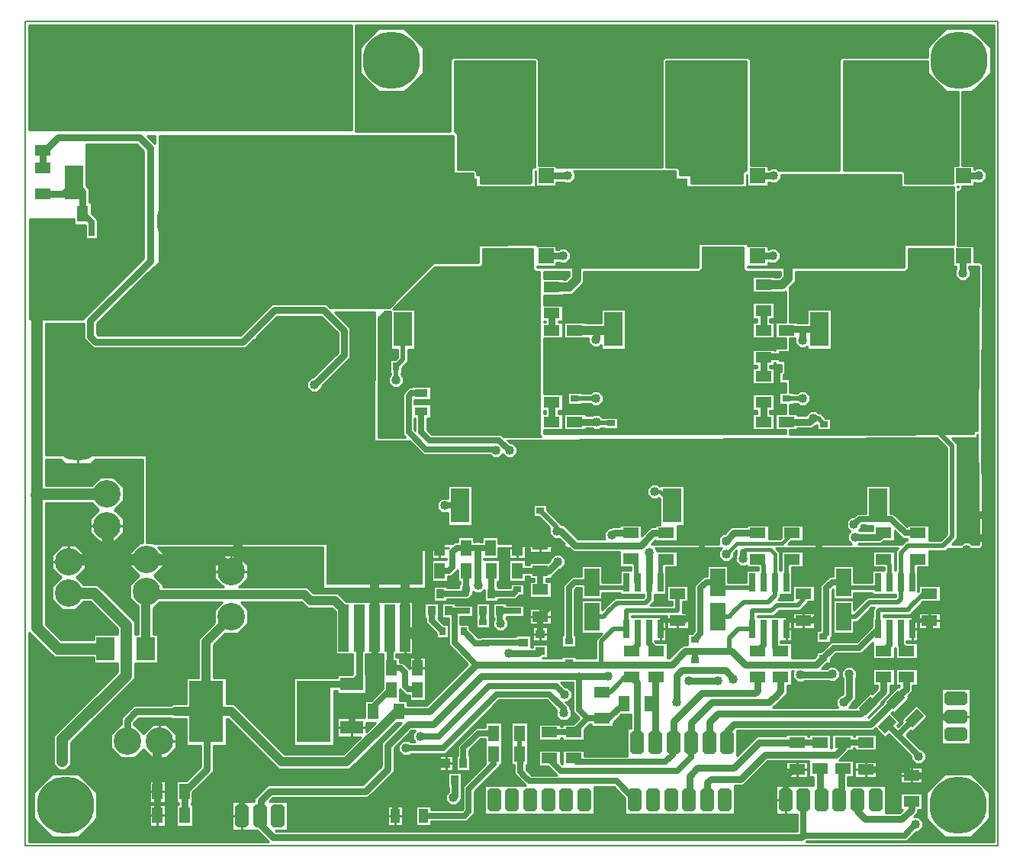
<source format=gbr>
G04 PROTEUS RS274X GERBER FILE*
%FSLAX45Y45*%
%MOMM*%
G01*
%ADD10C,0.762000*%
%ADD11C,0.508000*%
%ADD12C,0.635000*%
%ADD13C,1.016000*%
%ADD14C,0.254000*%
%ADD15C,0.381000*%
%ADD16C,1.270000*%
%ADD17C,1.524000*%
%ADD18C,1.016000*%
%ADD19C,0.762000*%
%ADD70R,4.572000X1.651000*%
%ADD71R,1.651000X1.651000*%
%ADD20C,5.080000*%
%ADD21R,1.143000X5.207000*%
%ADD22R,10.744200X9.550400*%
%ADD23R,3.810000X6.858000*%
%ADD24R,2.540000X1.473200*%
%ADD25R,1.143000X1.803400*%
%ADD26C,6.350000*%
%ADD27R,1.803400X1.143000*%
%ADD28R,0.635000X2.032000*%
%ADD29R,1.651000X3.048000*%
%ADD72R,0.889000X0.635000*%
%ADD73R,0.889000X1.016000*%
%ADD30R,1.016000X0.889000*%
%ADD31R,0.635000X0.889000*%
%AMDIL026*
4,1,8,
-1.270000,0.457200,-0.965200,0.762000,0.965200,0.762000,1.270000,0.457200,1.270000,-0.457200,
0.965200,-0.762000,-0.965200,-0.762000,-1.270000,-0.457200,-1.270000,0.457200,
0*%
%ADD32DIL026*%
%AMDIL027*
4,1,8,
-0.762000,0.965200,-0.457200,1.270000,0.457200,1.270000,0.762000,0.965200,0.762000,-0.965200,
0.457200,-1.270000,-0.457200,-1.270000,-0.762000,-0.965200,-0.762000,0.965200,
0*%
%ADD33DIL027*%
%ADD34C,3.048000*%
%ADD35R,1.447800X0.939800*%
%ADD36R,11.430000X8.890000*%
%ADD37R,2.032000X3.810000*%
%AMPPAD032*
4,1,4,
-0.233490,-1.041710,
-1.041710,-0.233490,
0.233490,1.041710,
1.041710,0.233490,
-0.233490,-1.041710,
0*%
%ADD38PPAD032*%
%ADD39R,2.032000X2.540000*%
%ADD40R,1.016000X1.524000*%
%ADD41C,0.203200*%
G36*
X+6921500Y+1074420D02*
X+6902441Y+1074420D01*
X+6875609Y+1047342D01*
X+6876632Y+934720D01*
X+6306819Y+934720D01*
X+6306819Y+1023619D01*
X+6179820Y+1023619D01*
X+6179820Y+1085736D01*
X+6153036Y+1112520D01*
X+6032500Y+1112520D01*
X+6032500Y+2286000D01*
X+6921500Y+2286000D01*
X+6921500Y+1074420D01*
G37*
%LPC*%
G36*
X+6662239Y+1028700D02*
X+6672761Y+1028700D01*
X+6680200Y+1021261D01*
X+6680200Y+1010739D01*
X+6672761Y+1003300D01*
X+6662239Y+1003300D01*
X+6654800Y+1010739D01*
X+6654800Y+1021261D01*
X+6662239Y+1028700D01*
G37*
G36*
X+6553200Y+1667155D02*
X+6553200Y+1761845D01*
X+6620155Y+1828800D01*
X+6714845Y+1828800D01*
X+6781800Y+1761845D01*
X+6781800Y+1667155D01*
X+6714845Y+1600200D01*
X+6620155Y+1600200D01*
X+6553200Y+1667155D01*
G37*
G36*
X+6332219Y+1039159D02*
X+6332219Y+1065461D01*
X+6350818Y+1084060D01*
X+6377120Y+1084060D01*
X+6395719Y+1065461D01*
X+6395719Y+1039159D01*
X+6377120Y+1020560D01*
X+6350818Y+1020560D01*
X+6332219Y+1039159D01*
G37*
G36*
X+6230619Y+1215135D02*
X+6230619Y+1241437D01*
X+6249218Y+1260036D01*
X+6275520Y+1260036D01*
X+6294119Y+1241437D01*
X+6294119Y+1215135D01*
X+6275520Y+1196536D01*
X+6249218Y+1196536D01*
X+6230619Y+1215135D01*
G37*
G36*
X+6433819Y+1215135D02*
X+6433819Y+1241437D01*
X+6452418Y+1260036D01*
X+6478720Y+1260036D01*
X+6497319Y+1241437D01*
X+6497319Y+1215135D01*
X+6478720Y+1196536D01*
X+6452418Y+1196536D01*
X+6433819Y+1215135D01*
G37*
G36*
X+6129019Y+1391111D02*
X+6129019Y+1417413D01*
X+6147618Y+1436012D01*
X+6173920Y+1436012D01*
X+6192519Y+1417413D01*
X+6192519Y+1391111D01*
X+6173920Y+1372512D01*
X+6147618Y+1372512D01*
X+6129019Y+1391111D01*
G37*
G36*
X+6332219Y+1391111D02*
X+6332219Y+1417413D01*
X+6350818Y+1436012D01*
X+6377120Y+1436012D01*
X+6395719Y+1417413D01*
X+6395719Y+1391111D01*
X+6377120Y+1372512D01*
X+6350818Y+1372512D01*
X+6332219Y+1391111D01*
G37*
G36*
X+6230619Y+1567087D02*
X+6230619Y+1593389D01*
X+6249218Y+1611988D01*
X+6275520Y+1611988D01*
X+6294119Y+1593389D01*
X+6294119Y+1567087D01*
X+6275520Y+1548488D01*
X+6249218Y+1548488D01*
X+6230619Y+1567087D01*
G37*
G36*
X+6129019Y+1743063D02*
X+6129019Y+1769365D01*
X+6147618Y+1787964D01*
X+6173920Y+1787964D01*
X+6192519Y+1769365D01*
X+6192519Y+1743063D01*
X+6173920Y+1724464D01*
X+6147618Y+1724464D01*
X+6129019Y+1743063D01*
G37*
G36*
X+6254750Y+1891849D02*
X+6254750Y+1918151D01*
X+6273349Y+1936750D01*
X+6299651Y+1936750D01*
X+6318250Y+1918151D01*
X+6318250Y+1891849D01*
X+6299651Y+1873250D01*
X+6273349Y+1873250D01*
X+6254750Y+1891849D01*
G37*
G36*
X+6242164Y+2126647D02*
X+6242164Y+2152949D01*
X+6260763Y+2171548D01*
X+6287065Y+2171548D01*
X+6305664Y+2152949D01*
X+6305664Y+2126647D01*
X+6287065Y+2108048D01*
X+6260763Y+2108048D01*
X+6242164Y+2126647D01*
G37*
G36*
X+6470764Y+2126647D02*
X+6470764Y+2152949D01*
X+6489363Y+2171548D01*
X+6515665Y+2171548D01*
X+6534264Y+2152949D01*
X+6534264Y+2126647D01*
X+6515665Y+2108048D01*
X+6489363Y+2108048D01*
X+6470764Y+2126647D01*
G37*
G36*
X+6699364Y+2126647D02*
X+6699364Y+2152949D01*
X+6717963Y+2171548D01*
X+6744265Y+2171548D01*
X+6762864Y+2152949D01*
X+6762864Y+2126647D01*
X+6744265Y+2108048D01*
X+6717963Y+2108048D01*
X+6699364Y+2126647D01*
G37*
%LPD*%
G36*
X+8933181Y+2153510D02*
X+9138510Y+1948181D01*
X+9271000Y+1948181D01*
X+9271000Y+1131569D01*
X+9218931Y+1131569D01*
X+9218931Y+934720D01*
X+8681720Y+934720D01*
X+8681720Y+1047636D01*
X+8654936Y+1074420D01*
X+8001000Y+1074420D01*
X+8001000Y+2286000D01*
X+8933181Y+2286000D01*
X+8933181Y+2153510D01*
G37*
%LPC*%
G36*
X+8948239Y+1028700D02*
X+8958761Y+1028700D01*
X+8966200Y+1021261D01*
X+8966200Y+1010739D01*
X+8958761Y+1003300D01*
X+8948239Y+1003300D01*
X+8940800Y+1010739D01*
X+8940800Y+1021261D01*
X+8948239Y+1028700D01*
G37*
G36*
X+8140700Y+1603655D02*
X+8140700Y+1698345D01*
X+8207655Y+1765300D01*
X+8302345Y+1765300D01*
X+8369300Y+1698345D01*
X+8369300Y+1603655D01*
X+8302345Y+1536700D01*
X+8207655Y+1536700D01*
X+8140700Y+1603655D01*
G37*
G36*
X+8566150Y+1215135D02*
X+8566150Y+1241437D01*
X+8584749Y+1260036D01*
X+8611051Y+1260036D01*
X+8629650Y+1241437D01*
X+8629650Y+1215135D01*
X+8611051Y+1196536D01*
X+8584749Y+1196536D01*
X+8566150Y+1215135D01*
G37*
G36*
X+8769350Y+1215135D02*
X+8769350Y+1241437D01*
X+8787949Y+1260036D01*
X+8814251Y+1260036D01*
X+8832850Y+1241437D01*
X+8832850Y+1215135D01*
X+8814251Y+1196536D01*
X+8787949Y+1196536D01*
X+8769350Y+1215135D01*
G37*
G36*
X+8566150Y+1567087D02*
X+8566150Y+1593389D01*
X+8584749Y+1611988D01*
X+8611051Y+1611988D01*
X+8629650Y+1593389D01*
X+8629650Y+1567087D01*
X+8611051Y+1548488D01*
X+8584749Y+1548488D01*
X+8566150Y+1567087D01*
G37*
G36*
X+8693150Y+1853749D02*
X+8693150Y+1880051D01*
X+8711749Y+1898650D01*
X+8738051Y+1898650D01*
X+8756650Y+1880051D01*
X+8756650Y+1853749D01*
X+8738051Y+1835150D01*
X+8711749Y+1835150D01*
X+8693150Y+1853749D01*
G37*
G36*
X+8274050Y+1244394D02*
X+8274050Y+1270696D01*
X+8292649Y+1289295D01*
X+8318951Y+1289295D01*
X+8337550Y+1270696D01*
X+8337550Y+1244394D01*
X+8318951Y+1225795D01*
X+8292649Y+1225795D01*
X+8274050Y+1244394D01*
G37*
G36*
X+9036050Y+1244394D02*
X+9036050Y+1270696D01*
X+9054649Y+1289295D01*
X+9080951Y+1289295D01*
X+9099550Y+1270696D01*
X+9099550Y+1244394D01*
X+9080951Y+1225795D01*
X+9054649Y+1225795D01*
X+9036050Y+1244394D01*
G37*
G36*
X+8477250Y+1929949D02*
X+8477250Y+1956251D01*
X+8495849Y+1974850D01*
X+8522151Y+1974850D01*
X+8540750Y+1956251D01*
X+8540750Y+1929949D01*
X+8522151Y+1911350D01*
X+8495849Y+1911350D01*
X+8477250Y+1929949D01*
G37*
G36*
X+8528050Y+2124274D02*
X+8528050Y+2150576D01*
X+8546649Y+2169175D01*
X+8572951Y+2169175D01*
X+8591550Y+2150576D01*
X+8591550Y+2124274D01*
X+8572951Y+2105675D01*
X+8546649Y+2105675D01*
X+8528050Y+2124274D01*
G37*
G36*
X+8782050Y+2124274D02*
X+8782050Y+2150576D01*
X+8800649Y+2169175D01*
X+8826951Y+2169175D01*
X+8845550Y+2150576D01*
X+8845550Y+2124274D01*
X+8826951Y+2105675D01*
X+8800649Y+2105675D01*
X+8782050Y+2124274D01*
G37*
G36*
X+8794750Y+1625149D02*
X+8794750Y+1651451D01*
X+8813349Y+1670050D01*
X+8839651Y+1670050D01*
X+8858250Y+1651451D01*
X+8858250Y+1625149D01*
X+8839651Y+1606550D01*
X+8813349Y+1606550D01*
X+8794750Y+1625149D01*
G37*
G36*
X+9074150Y+1447349D02*
X+9074150Y+1473651D01*
X+9092749Y+1492250D01*
X+9119051Y+1492250D01*
X+9137650Y+1473651D01*
X+9137650Y+1447349D01*
X+9119051Y+1428750D01*
X+9092749Y+1428750D01*
X+9074150Y+1447349D01*
G37*
G36*
X+8985249Y+1823886D02*
X+8985249Y+1850188D01*
X+9003848Y+1868787D01*
X+9030150Y+1868787D01*
X+9048749Y+1850188D01*
X+9048749Y+1823886D01*
X+9030150Y+1805287D01*
X+9003848Y+1805287D01*
X+8985249Y+1823886D01*
G37*
G36*
X+8096249Y+2043856D02*
X+8096249Y+2070158D01*
X+8114848Y+2088757D01*
X+8141150Y+2088757D01*
X+8159749Y+2070158D01*
X+8159749Y+2043856D01*
X+8141150Y+2025257D01*
X+8114848Y+2025257D01*
X+8096249Y+2043856D01*
G37*
G36*
X+8350249Y+2043856D02*
X+8350249Y+2070158D01*
X+8368848Y+2088757D01*
X+8395150Y+2088757D01*
X+8413749Y+2070158D01*
X+8413749Y+2043856D01*
X+8395150Y+2025257D01*
X+8368848Y+2025257D01*
X+8350249Y+2043856D01*
G37*
%LPD*%
G36*
X+9271000Y+889000D02*
X+9265920Y+889000D01*
X+9265920Y+900431D01*
X+9271000Y+900431D01*
X+9271000Y+889000D01*
G37*
G36*
X+4572000Y+1112520D02*
X+4553064Y+1112520D01*
X+4526280Y+1085736D01*
X+4526280Y+934720D01*
X+3970019Y+934720D01*
X+3970019Y+1023619D01*
X+3931920Y+1023619D01*
X+3931920Y+1060336D01*
X+3905136Y+1087120D01*
X+3716020Y+1087120D01*
X+3716020Y+1479436D01*
X+3689236Y+1506220D01*
X+3683000Y+1506220D01*
X+3683000Y+2286000D01*
X+4572000Y+2286000D01*
X+4572000Y+1112520D01*
G37*
%LPC*%
G36*
X+4312739Y+1028700D02*
X+4323261Y+1028700D01*
X+4330700Y+1021261D01*
X+4330700Y+1010739D01*
X+4323261Y+1003300D01*
X+4312739Y+1003300D01*
X+4305300Y+1010739D01*
X+4305300Y+1021261D01*
X+4312739Y+1028700D01*
G37*
G36*
X+4203700Y+1667155D02*
X+4203700Y+1761845D01*
X+4270655Y+1828800D01*
X+4365345Y+1828800D01*
X+4432300Y+1761845D01*
X+4432300Y+1667155D01*
X+4365345Y+1600200D01*
X+4270655Y+1600200D01*
X+4203700Y+1667155D01*
G37*
G36*
X+3981450Y+1039159D02*
X+3981450Y+1065461D01*
X+4000049Y+1084060D01*
X+4026351Y+1084060D01*
X+4044950Y+1065461D01*
X+4044950Y+1039159D01*
X+4026351Y+1020560D01*
X+4000049Y+1020560D01*
X+3981450Y+1039159D01*
G37*
G36*
X+3879850Y+1215135D02*
X+3879850Y+1241437D01*
X+3898449Y+1260036D01*
X+3924751Y+1260036D01*
X+3943350Y+1241437D01*
X+3943350Y+1215135D01*
X+3924751Y+1196536D01*
X+3898449Y+1196536D01*
X+3879850Y+1215135D01*
G37*
G36*
X+4083050Y+1215135D02*
X+4083050Y+1241437D01*
X+4101649Y+1260036D01*
X+4127951Y+1260036D01*
X+4146550Y+1241437D01*
X+4146550Y+1215135D01*
X+4127951Y+1196536D01*
X+4101649Y+1196536D01*
X+4083050Y+1215135D01*
G37*
G36*
X+3778250Y+1391111D02*
X+3778250Y+1417413D01*
X+3796849Y+1436012D01*
X+3823151Y+1436012D01*
X+3841750Y+1417413D01*
X+3841750Y+1391111D01*
X+3823151Y+1372512D01*
X+3796849Y+1372512D01*
X+3778250Y+1391111D01*
G37*
G36*
X+3981450Y+1391111D02*
X+3981450Y+1417413D01*
X+4000049Y+1436012D01*
X+4026351Y+1436012D01*
X+4044950Y+1417413D01*
X+4044950Y+1391111D01*
X+4026351Y+1372512D01*
X+4000049Y+1372512D01*
X+3981450Y+1391111D01*
G37*
G36*
X+3879850Y+1567087D02*
X+3879850Y+1593389D01*
X+3898449Y+1611988D01*
X+3924751Y+1611988D01*
X+3943350Y+1593389D01*
X+3943350Y+1567087D01*
X+3924751Y+1548488D01*
X+3898449Y+1548488D01*
X+3879850Y+1567087D01*
G37*
G36*
X+3778250Y+1743063D02*
X+3778250Y+1769365D01*
X+3796849Y+1787964D01*
X+3823151Y+1787964D01*
X+3841750Y+1769365D01*
X+3841750Y+1743063D01*
X+3823151Y+1724464D01*
X+3796849Y+1724464D01*
X+3778250Y+1743063D01*
G37*
G36*
X+3905250Y+1891849D02*
X+3905250Y+1918151D01*
X+3923849Y+1936750D01*
X+3950151Y+1936750D01*
X+3968750Y+1918151D01*
X+3968750Y+1891849D01*
X+3950151Y+1873250D01*
X+3923849Y+1873250D01*
X+3905250Y+1891849D01*
G37*
G36*
X+3892550Y+2092141D02*
X+3892550Y+2118443D01*
X+3911149Y+2137042D01*
X+3937451Y+2137042D01*
X+3956050Y+2118443D01*
X+3956050Y+2092141D01*
X+3937451Y+2073542D01*
X+3911149Y+2073542D01*
X+3892550Y+2092141D01*
G37*
G36*
X+4121150Y+2092141D02*
X+4121150Y+2118443D01*
X+4139749Y+2137042D01*
X+4166051Y+2137042D01*
X+4184650Y+2118443D01*
X+4184650Y+2092141D01*
X+4166051Y+2073542D01*
X+4139749Y+2073542D01*
X+4121150Y+2092141D01*
G37*
G36*
X+4349750Y+2092141D02*
X+4349750Y+2118443D01*
X+4368349Y+2137042D01*
X+4394651Y+2137042D01*
X+4413250Y+2118443D01*
X+4413250Y+2092141D01*
X+4394651Y+2073542D01*
X+4368349Y+2073542D01*
X+4349750Y+2092141D01*
G37*
%LPD*%
G36*
X+9672320Y-6370320D02*
X+7588447Y-6370320D01*
X+7592307Y-6366460D01*
X+8705306Y-6366459D01*
X+8810402Y-6261363D01*
X+8837344Y-6261363D01*
X+8886444Y-6212263D01*
X+8886444Y-6142825D01*
X+8837344Y-6093725D01*
X+8778992Y-6093725D01*
X+8824619Y-6048098D01*
X+8824619Y-6015470D01*
X+8876689Y-6015470D01*
X+8876689Y-5835132D01*
X+8630311Y-5835132D01*
X+8630311Y-6015470D01*
X+8656095Y-6015470D01*
X+8621284Y-6050281D01*
X+8465719Y-6050281D01*
X+8465719Y-5745481D01*
X+8046619Y-5745481D01*
X+8046619Y-5650669D01*
X+8114689Y-5650669D01*
X+8114689Y-5470331D01*
X+7952038Y-5470331D01*
X+8061700Y-5360669D01*
X+8114689Y-5360669D01*
X+8114689Y-5335269D01*
X+8122311Y-5335269D01*
X+8122311Y-5360669D01*
X+8368689Y-5360669D01*
X+8368689Y-5180331D01*
X+8122311Y-5180331D01*
X+8122311Y-5205731D01*
X+8114689Y-5205731D01*
X+8114689Y-5180331D01*
X+7868311Y-5180331D01*
X+7868311Y-5333316D01*
X+7860689Y-5333316D01*
X+7860689Y-5180331D01*
X+7614311Y-5180331D01*
X+7614311Y-5205731D01*
X+7606689Y-5205731D01*
X+7606689Y-5180331D01*
X+7360311Y-5180331D01*
X+7360311Y-5199381D01*
X+7038553Y-5199381D01*
X+6821219Y-5416715D01*
X+6821219Y-5139543D01*
X+8334015Y-5139543D01*
X+8357821Y-5115737D01*
X+8460251Y-5218167D01*
X+8501561Y-5176857D01*
X+8747605Y-5422901D01*
X+8747605Y-5461925D01*
X+8796705Y-5511025D01*
X+8866143Y-5511025D01*
X+8915243Y-5461925D01*
X+8915243Y-5392487D01*
X+8866143Y-5343387D01*
X+8851283Y-5343387D01*
X+8695846Y-5187950D01*
X+8747090Y-5136706D01*
X+8765051Y-5154667D01*
X+8939267Y-4980451D01*
X+8811749Y-4852933D01*
X+8637533Y-5027149D01*
X+8655494Y-5045110D01*
X+8604250Y-5096354D01*
X+8593157Y-5085261D01*
X+8634467Y-5043951D01*
X+8532037Y-4941521D01*
X+8541971Y-4931587D01*
X+8559990Y-4949606D01*
X+8734206Y-4775390D01*
X+8716187Y-4757371D01*
X+8766056Y-4707502D01*
X+8766056Y-4634669D01*
X+8822689Y-4634669D01*
X+8822689Y-4454331D01*
X+8576311Y-4454331D01*
X+8576311Y-4634669D01*
X+8623818Y-4634669D01*
X+8623818Y-4648588D01*
X+8615611Y-4656795D01*
X+8606688Y-4647872D01*
X+8432472Y-4822088D01*
X+8441395Y-4831011D01*
X+8275101Y-4997305D01*
X+8270991Y-4997305D01*
X+8429406Y-4838890D01*
X+8417796Y-4827280D01*
X+8516619Y-4728457D01*
X+8516619Y-4634669D01*
X+8568689Y-4634669D01*
X+8568689Y-4454331D01*
X+8322311Y-4454331D01*
X+8322311Y-4634669D01*
X+8374381Y-4634669D01*
X+8374381Y-4669543D01*
X+8317220Y-4726704D01*
X+8301888Y-4711372D01*
X+8131379Y-4881881D01*
X+8063657Y-4881881D01*
X+8084819Y-4860719D01*
X+8084819Y-4842757D01*
X+8135619Y-4791957D01*
X+8135619Y-4555919D01*
X+8148319Y-4543219D01*
X+8148319Y-4473781D01*
X+8099219Y-4424681D01*
X+8029781Y-4424681D01*
X+7980681Y-4473781D01*
X+7980681Y-4543219D01*
X+7993381Y-4555919D01*
X+7993381Y-4733043D01*
X+7984243Y-4742181D01*
X+7966281Y-4742181D01*
X+7917181Y-4791281D01*
X+7917181Y-4860719D01*
X+7938343Y-4881881D01*
X+7220196Y-4881881D01*
X+7373619Y-4728458D01*
X+7373619Y-4634669D01*
X+7425689Y-4634669D01*
X+7425689Y-4477241D01*
X+7443169Y-4477241D01*
X+7435233Y-4485177D01*
X+7435233Y-4554615D01*
X+7484333Y-4603715D01*
X+7553771Y-4603715D01*
X+7566471Y-4591015D01*
X+7837977Y-4591015D01*
X+7839281Y-4592319D01*
X+7908719Y-4592319D01*
X+7957819Y-4543219D01*
X+7957819Y-4473781D01*
X+7908719Y-4424681D01*
X+7839281Y-4424681D01*
X+7815185Y-4448777D01*
X+7761250Y-4448777D01*
X+7774447Y-4435579D01*
X+7814557Y-4395469D01*
X+7856219Y-4395469D01*
X+7856219Y-4344827D01*
X+7917204Y-4283842D01*
X+7964238Y-4283842D01*
X+7964238Y-4283843D01*
X+8202953Y-4283843D01*
X+8322311Y-4164485D01*
X+8322311Y-4344669D01*
X+8568689Y-4344669D01*
X+8568689Y-4222907D01*
X+8572500Y-4219096D01*
X+8576311Y-4222907D01*
X+8576311Y-4344669D01*
X+8822689Y-4344669D01*
X+8822689Y-4164331D01*
X+8700927Y-4164331D01*
X+8700769Y-4164173D01*
X+8700769Y-4147819D01*
X+8827769Y-4147819D01*
X+8827769Y-3878581D01*
X+8440419Y-3878581D01*
X+8440419Y-3855719D01*
X+8737808Y-3855719D01*
X+8883858Y-3709669D01*
X+9076689Y-3709669D01*
X+9076689Y-3529331D01*
X+8830311Y-3529331D01*
X+8830311Y-3597984D01*
X+8827769Y-3600526D01*
X+8827769Y-3357881D01*
X+8821419Y-3357881D01*
X+8821419Y-3328669D01*
X+8949689Y-3328669D01*
X+8949689Y-3149572D01*
X+9129151Y-3149572D01*
X+9160112Y-3118611D01*
X+9335768Y-3118872D01*
X+9335768Y-3143849D01*
X+9354367Y-3162448D01*
X+9380669Y-3162448D01*
X+9399268Y-3143849D01*
X+9399268Y-3118966D01*
X+9518630Y-3119144D01*
X+9545516Y-3092016D01*
X+9544932Y-3035911D01*
X+9558471Y-3035911D01*
X+9577070Y-3017312D01*
X+9577070Y-2991010D01*
X+9558471Y-2972411D01*
X+9544270Y-2972411D01*
X+9542286Y-2781911D01*
X+9558471Y-2781911D01*
X+9577070Y-2763312D01*
X+9577070Y-2737010D01*
X+9558471Y-2718411D01*
X+9541624Y-2718411D01*
X+9532621Y-1854088D01*
X+9545448Y+31418D01*
X+9518628Y+58420D01*
X+9450069Y+58420D01*
X+9450069Y+242569D01*
X+9265920Y+242569D01*
X+9265920Y+843280D01*
X+9289936Y+843280D01*
X+9316720Y+870064D01*
X+9316720Y+900431D01*
X+9450069Y+900431D01*
X+9450069Y+944881D01*
X+9452181Y+944881D01*
X+9464881Y+932181D01*
X+9534319Y+932181D01*
X+9583419Y+981281D01*
X+9583419Y+1050719D01*
X+9534319Y+1099819D01*
X+9464881Y+1099819D01*
X+9452181Y+1087119D01*
X+9450069Y+1087119D01*
X+9450069Y+1131569D01*
X+9316720Y+1131569D01*
X+9316720Y+1948181D01*
X+9428890Y+1948181D01*
X+9634219Y+2153510D01*
X+9634219Y+2443890D01*
X+9428890Y+2649219D01*
X+9138510Y+2649219D01*
X+8933181Y+2443890D01*
X+8933181Y+2331720D01*
X+7982064Y+2331720D01*
X+7955280Y+2304936D01*
X+7955280Y+1074420D01*
X+7286418Y+1074420D01*
X+7261019Y+1099819D01*
X+7191581Y+1099819D01*
X+7178881Y+1087119D01*
X+7164069Y+1087119D01*
X+7164069Y+1131569D01*
X+6967220Y+1131569D01*
X+6967220Y+2304936D01*
X+6940436Y+2331720D01*
X+6013564Y+2331720D01*
X+5986780Y+2304936D01*
X+5986780Y+1112520D01*
X+4814569Y+1112520D01*
X+4814569Y+1131569D01*
X+4617720Y+1131569D01*
X+4617720Y+2304936D01*
X+4590936Y+2331720D01*
X+3664064Y+2331720D01*
X+3637280Y+2304936D01*
X+3637280Y+1506220D01*
X+2585720Y+1506220D01*
X+2585720Y+2687320D01*
X+9672320Y+2687320D01*
X+9672320Y-6370320D01*
G37*
%LPC*%
G36*
X+9076689Y-3829331D02*
X+9076689Y-4009669D01*
X+8830311Y-4009669D01*
X+8830311Y-3829331D01*
X+9076689Y-3829331D01*
G37*
G36*
X+8122311Y-5660669D02*
X+8122311Y-5480331D01*
X+8368689Y-5480331D01*
X+8368689Y-5660669D01*
X+8122311Y-5660669D01*
G37*
G36*
X+9405619Y-4890719D02*
X+9405619Y-5290719D01*
X+9085581Y-5290719D01*
X+9085581Y-4672281D01*
X+9405619Y-4672281D01*
X+9405619Y-4890719D01*
G37*
G36*
X+8876689Y-5545132D02*
X+8876689Y-5725470D01*
X+8630311Y-5725470D01*
X+8630311Y-5545132D01*
X+8876689Y-5545132D01*
G37*
G36*
X+2633981Y+2153510D02*
X+2633981Y+2443890D01*
X+2839310Y+2649219D01*
X+3129690Y+2649219D01*
X+3335019Y+2443890D01*
X+3335019Y+2153510D01*
X+3129690Y+1948181D01*
X+2839310Y+1948181D01*
X+2633981Y+2153510D01*
G37*
G36*
X+8920481Y-6114190D02*
X+8920481Y-5823810D01*
X+9125810Y-5618481D01*
X+9416190Y-5618481D01*
X+9621519Y-5823810D01*
X+9621519Y-6114190D01*
X+9416190Y-6319519D01*
X+9125810Y-6319519D01*
X+8920481Y-6114190D01*
G37*
G36*
X+3818825Y+2547169D02*
X+3818825Y+2573471D01*
X+3837424Y+2592070D01*
X+3863726Y+2592070D01*
X+3882325Y+2573471D01*
X+3882325Y+2547169D01*
X+3863726Y+2528570D01*
X+3837424Y+2528570D01*
X+3818825Y+2547169D01*
G37*
G36*
X+4072825Y+2547169D02*
X+4072825Y+2573471D01*
X+4091424Y+2592070D01*
X+4117726Y+2592070D01*
X+4136325Y+2573471D01*
X+4136325Y+2547169D01*
X+4117726Y+2528570D01*
X+4091424Y+2528570D01*
X+4072825Y+2547169D01*
G37*
G36*
X+4326825Y+2547169D02*
X+4326825Y+2573471D01*
X+4345424Y+2592070D01*
X+4371726Y+2592070D01*
X+4390325Y+2573471D01*
X+4390325Y+2547169D01*
X+4371726Y+2528570D01*
X+4345424Y+2528570D01*
X+4326825Y+2547169D01*
G37*
G36*
X+4580825Y+2547169D02*
X+4580825Y+2573471D01*
X+4599424Y+2592070D01*
X+4625726Y+2592070D01*
X+4644325Y+2573471D01*
X+4644325Y+2547169D01*
X+4625726Y+2528570D01*
X+4599424Y+2528570D01*
X+4580825Y+2547169D01*
G37*
G36*
X+4834825Y+2547169D02*
X+4834825Y+2573471D01*
X+4853424Y+2592070D01*
X+4879726Y+2592070D01*
X+4898325Y+2573471D01*
X+4898325Y+2547169D01*
X+4879726Y+2528570D01*
X+4853424Y+2528570D01*
X+4834825Y+2547169D01*
G37*
G36*
X+5088825Y+2547169D02*
X+5088825Y+2573471D01*
X+5107424Y+2592070D01*
X+5133726Y+2592070D01*
X+5152325Y+2573471D01*
X+5152325Y+2547169D01*
X+5133726Y+2528570D01*
X+5107424Y+2528570D01*
X+5088825Y+2547169D01*
G37*
G36*
X+5342825Y+2547169D02*
X+5342825Y+2573471D01*
X+5361424Y+2592070D01*
X+5387726Y+2592070D01*
X+5406325Y+2573471D01*
X+5406325Y+2547169D01*
X+5387726Y+2528570D01*
X+5361424Y+2528570D01*
X+5342825Y+2547169D01*
G37*
G36*
X+5596825Y+2547169D02*
X+5596825Y+2573471D01*
X+5615424Y+2592070D01*
X+5641726Y+2592070D01*
X+5660325Y+2573471D01*
X+5660325Y+2547169D01*
X+5641726Y+2528570D01*
X+5615424Y+2528570D01*
X+5596825Y+2547169D01*
G37*
G36*
X+5850825Y+2547169D02*
X+5850825Y+2573471D01*
X+5869424Y+2592070D01*
X+5895726Y+2592070D01*
X+5914325Y+2573471D01*
X+5914325Y+2547169D01*
X+5895726Y+2528570D01*
X+5869424Y+2528570D01*
X+5850825Y+2547169D01*
G37*
G36*
X+6104825Y+2547169D02*
X+6104825Y+2573471D01*
X+6123424Y+2592070D01*
X+6149726Y+2592070D01*
X+6168325Y+2573471D01*
X+6168325Y+2547169D01*
X+6149726Y+2528570D01*
X+6123424Y+2528570D01*
X+6104825Y+2547169D01*
G37*
G36*
X+6358825Y+2547169D02*
X+6358825Y+2573471D01*
X+6377424Y+2592070D01*
X+6403726Y+2592070D01*
X+6422325Y+2573471D01*
X+6422325Y+2547169D01*
X+6403726Y+2528570D01*
X+6377424Y+2528570D01*
X+6358825Y+2547169D01*
G37*
G36*
X+6612825Y+2547169D02*
X+6612825Y+2573471D01*
X+6631424Y+2592070D01*
X+6657726Y+2592070D01*
X+6676325Y+2573471D01*
X+6676325Y+2547169D01*
X+6657726Y+2528570D01*
X+6631424Y+2528570D01*
X+6612825Y+2547169D01*
G37*
G36*
X+6866825Y+2547169D02*
X+6866825Y+2573471D01*
X+6885424Y+2592070D01*
X+6911726Y+2592070D01*
X+6930325Y+2573471D01*
X+6930325Y+2547169D01*
X+6911726Y+2528570D01*
X+6885424Y+2528570D01*
X+6866825Y+2547169D01*
G37*
G36*
X+7120825Y+2547169D02*
X+7120825Y+2573471D01*
X+7139424Y+2592070D01*
X+7165726Y+2592070D01*
X+7184325Y+2573471D01*
X+7184325Y+2547169D01*
X+7165726Y+2528570D01*
X+7139424Y+2528570D01*
X+7120825Y+2547169D01*
G37*
G36*
X+7374825Y+2547169D02*
X+7374825Y+2573471D01*
X+7393424Y+2592070D01*
X+7419726Y+2592070D01*
X+7438325Y+2573471D01*
X+7438325Y+2547169D01*
X+7419726Y+2528570D01*
X+7393424Y+2528570D01*
X+7374825Y+2547169D01*
G37*
G36*
X+7628825Y+2547169D02*
X+7628825Y+2573471D01*
X+7647424Y+2592070D01*
X+7673726Y+2592070D01*
X+7692325Y+2573471D01*
X+7692325Y+2547169D01*
X+7673726Y+2528570D01*
X+7647424Y+2528570D01*
X+7628825Y+2547169D01*
G37*
G36*
X+7882825Y+2547169D02*
X+7882825Y+2573471D01*
X+7901424Y+2592070D01*
X+7927726Y+2592070D01*
X+7946325Y+2573471D01*
X+7946325Y+2547169D01*
X+7927726Y+2528570D01*
X+7901424Y+2528570D01*
X+7882825Y+2547169D01*
G37*
G36*
X+8136825Y+2547169D02*
X+8136825Y+2573471D01*
X+8155424Y+2592070D01*
X+8181726Y+2592070D01*
X+8200325Y+2573471D01*
X+8200325Y+2547169D01*
X+8181726Y+2528570D01*
X+8155424Y+2528570D01*
X+8136825Y+2547169D01*
G37*
G36*
X+8390825Y+2547169D02*
X+8390825Y+2573471D01*
X+8409424Y+2592070D01*
X+8435726Y+2592070D01*
X+8454325Y+2573471D01*
X+8454325Y+2547169D01*
X+8435726Y+2528570D01*
X+8409424Y+2528570D01*
X+8390825Y+2547169D01*
G37*
G36*
X+8644825Y+2547169D02*
X+8644825Y+2573471D01*
X+8663424Y+2592070D01*
X+8689726Y+2592070D01*
X+8708325Y+2573471D01*
X+8708325Y+2547169D01*
X+8689726Y+2528570D01*
X+8663424Y+2528570D01*
X+8644825Y+2547169D01*
G37*
G36*
X+8898825Y+2547169D02*
X+8898825Y+2573471D01*
X+8917424Y+2592070D01*
X+8943726Y+2592070D01*
X+8962325Y+2573471D01*
X+8962325Y+2547169D01*
X+8943726Y+2528570D01*
X+8917424Y+2528570D01*
X+8898825Y+2547169D01*
G37*
G36*
X+9513570Y+1808688D02*
X+9513570Y+1834990D01*
X+9532169Y+1853589D01*
X+9558471Y+1853589D01*
X+9577070Y+1834990D01*
X+9577070Y+1808688D01*
X+9558471Y+1790089D01*
X+9532169Y+1790089D01*
X+9513570Y+1808688D01*
G37*
G36*
X+9513570Y+1554688D02*
X+9513570Y+1580990D01*
X+9532169Y+1599589D01*
X+9558471Y+1599589D01*
X+9577070Y+1580990D01*
X+9577070Y+1554688D01*
X+9558471Y+1536089D01*
X+9532169Y+1536089D01*
X+9513570Y+1554688D01*
G37*
G36*
X+9513570Y+1300688D02*
X+9513570Y+1326990D01*
X+9532169Y+1345589D01*
X+9558471Y+1345589D01*
X+9577070Y+1326990D01*
X+9577070Y+1300688D01*
X+9558471Y+1282089D01*
X+9532169Y+1282089D01*
X+9513570Y+1300688D01*
G37*
G36*
X+9513570Y-3271312D02*
X+9513570Y-3245010D01*
X+9532169Y-3226411D01*
X+9558471Y-3226411D01*
X+9577070Y-3245010D01*
X+9577070Y-3271312D01*
X+9558471Y-3289911D01*
X+9532169Y-3289911D01*
X+9513570Y-3271312D01*
G37*
G36*
X+9513570Y-3525312D02*
X+9513570Y-3499010D01*
X+9532169Y-3480411D01*
X+9558471Y-3480411D01*
X+9577070Y-3499010D01*
X+9577070Y-3525312D01*
X+9558471Y-3543911D01*
X+9532169Y-3543911D01*
X+9513570Y-3525312D01*
G37*
G36*
X+9513570Y-3779312D02*
X+9513570Y-3753010D01*
X+9532169Y-3734411D01*
X+9558471Y-3734411D01*
X+9577070Y-3753010D01*
X+9577070Y-3779312D01*
X+9558471Y-3797911D01*
X+9532169Y-3797911D01*
X+9513570Y-3779312D01*
G37*
G36*
X+9513570Y-4033312D02*
X+9513570Y-4007010D01*
X+9532169Y-3988411D01*
X+9558471Y-3988411D01*
X+9577070Y-4007010D01*
X+9577070Y-4033312D01*
X+9558471Y-4051911D01*
X+9532169Y-4051911D01*
X+9513570Y-4033312D01*
G37*
G36*
X+9513570Y-4287312D02*
X+9513570Y-4261010D01*
X+9532169Y-4242411D01*
X+9558471Y-4242411D01*
X+9577070Y-4261010D01*
X+9577070Y-4287312D01*
X+9558471Y-4305911D01*
X+9532169Y-4305911D01*
X+9513570Y-4287312D01*
G37*
G36*
X+9513570Y-4541312D02*
X+9513570Y-4515010D01*
X+9532169Y-4496411D01*
X+9558471Y-4496411D01*
X+9577070Y-4515010D01*
X+9577070Y-4541312D01*
X+9558471Y-4559911D01*
X+9532169Y-4559911D01*
X+9513570Y-4541312D01*
G37*
G36*
X+9513570Y-4795312D02*
X+9513570Y-4769010D01*
X+9532169Y-4750411D01*
X+9558471Y-4750411D01*
X+9577070Y-4769010D01*
X+9577070Y-4795312D01*
X+9558471Y-4813911D01*
X+9532169Y-4813911D01*
X+9513570Y-4795312D01*
G37*
G36*
X+9513570Y-5049312D02*
X+9513570Y-5023010D01*
X+9532169Y-5004411D01*
X+9558471Y-5004411D01*
X+9577070Y-5023010D01*
X+9577070Y-5049312D01*
X+9558471Y-5067911D01*
X+9532169Y-5067911D01*
X+9513570Y-5049312D01*
G37*
G36*
X+9513570Y-5303312D02*
X+9513570Y-5277010D01*
X+9532169Y-5258411D01*
X+9558471Y-5258411D01*
X+9577070Y-5277010D01*
X+9577070Y-5303312D01*
X+9558471Y-5321911D01*
X+9532169Y-5321911D01*
X+9513570Y-5303312D01*
G37*
G36*
X+9513570Y-5557312D02*
X+9513570Y-5531010D01*
X+9532169Y-5512411D01*
X+9558471Y-5512411D01*
X+9577070Y-5531010D01*
X+9577070Y-5557312D01*
X+9558471Y-5575911D01*
X+9532169Y-5575911D01*
X+9513570Y-5557312D01*
G37*
G36*
X+9335768Y-4463669D02*
X+9335768Y-4437367D01*
X+9354367Y-4418768D01*
X+9380669Y-4418768D01*
X+9399268Y-4437367D01*
X+9399268Y-4463669D01*
X+9380669Y-4482268D01*
X+9354367Y-4482268D01*
X+9335768Y-4463669D01*
G37*
G36*
X+9335768Y-4023729D02*
X+9335768Y-3997427D01*
X+9354367Y-3978828D01*
X+9380669Y-3978828D01*
X+9399268Y-3997427D01*
X+9399268Y-4023729D01*
X+9380669Y-4042328D01*
X+9354367Y-4042328D01*
X+9335768Y-4023729D01*
G37*
G36*
X+9208768Y-3803759D02*
X+9208768Y-3777457D01*
X+9227367Y-3758858D01*
X+9253669Y-3758858D01*
X+9272268Y-3777457D01*
X+9272268Y-3803759D01*
X+9253669Y-3822358D01*
X+9227367Y-3822358D01*
X+9208768Y-3803759D01*
G37*
G36*
X+9335768Y-3583789D02*
X+9335768Y-3557487D01*
X+9354367Y-3538888D01*
X+9380669Y-3538888D01*
X+9399268Y-3557487D01*
X+9399268Y-3583789D01*
X+9380669Y-3602388D01*
X+9354367Y-3602388D01*
X+9335768Y-3583789D01*
G37*
G36*
X+9208768Y-3363819D02*
X+9208768Y-3337517D01*
X+9227367Y-3318918D01*
X+9253669Y-3318918D01*
X+9272268Y-3337517D01*
X+9272268Y-3363819D01*
X+9253669Y-3382418D01*
X+9227367Y-3382418D01*
X+9208768Y-3363819D01*
G37*
G36*
X+4763768Y+1255551D02*
X+4763768Y+1281853D01*
X+4782367Y+1300452D01*
X+4808669Y+1300452D01*
X+4827268Y+1281853D01*
X+4827268Y+1255551D01*
X+4808669Y+1236952D01*
X+4782367Y+1236952D01*
X+4763768Y+1255551D01*
G37*
G36*
X+5017768Y+1255551D02*
X+5017768Y+1281853D01*
X+5036367Y+1300452D01*
X+5062669Y+1300452D01*
X+5081268Y+1281853D01*
X+5081268Y+1255551D01*
X+5062669Y+1236952D01*
X+5036367Y+1236952D01*
X+5017768Y+1255551D01*
G37*
G36*
X+5271768Y+1255551D02*
X+5271768Y+1281853D01*
X+5290367Y+1300452D01*
X+5316669Y+1300452D01*
X+5335268Y+1281853D01*
X+5335268Y+1255551D01*
X+5316669Y+1236952D01*
X+5290367Y+1236952D01*
X+5271768Y+1255551D01*
G37*
G36*
X+5525768Y+1255551D02*
X+5525768Y+1281853D01*
X+5544367Y+1300452D01*
X+5570669Y+1300452D01*
X+5589268Y+1281853D01*
X+5589268Y+1255551D01*
X+5570669Y+1236952D01*
X+5544367Y+1236952D01*
X+5525768Y+1255551D01*
G37*
G36*
X+5779768Y+1255551D02*
X+5779768Y+1281853D01*
X+5798367Y+1300452D01*
X+5824669Y+1300452D01*
X+5843268Y+1281853D01*
X+5843268Y+1255551D01*
X+5824669Y+1236952D01*
X+5798367Y+1236952D01*
X+5779768Y+1255551D01*
G37*
G36*
X+7303768Y+1255551D02*
X+7303768Y+1281853D01*
X+7322367Y+1300452D01*
X+7348669Y+1300452D01*
X+7367268Y+1281853D01*
X+7367268Y+1255551D01*
X+7348669Y+1236952D01*
X+7322367Y+1236952D01*
X+7303768Y+1255551D01*
G37*
G36*
X+7557768Y+1255551D02*
X+7557768Y+1281853D01*
X+7576367Y+1300452D01*
X+7602669Y+1300452D01*
X+7621268Y+1281853D01*
X+7621268Y+1255551D01*
X+7602669Y+1236952D01*
X+7576367Y+1236952D01*
X+7557768Y+1255551D01*
G37*
G36*
X+4890768Y+1475521D02*
X+4890768Y+1501823D01*
X+4909367Y+1520422D01*
X+4935669Y+1520422D01*
X+4954268Y+1501823D01*
X+4954268Y+1475521D01*
X+4935669Y+1456922D01*
X+4909367Y+1456922D01*
X+4890768Y+1475521D01*
G37*
G36*
X+5144768Y+1475521D02*
X+5144768Y+1501823D01*
X+5163367Y+1520422D01*
X+5189669Y+1520422D01*
X+5208268Y+1501823D01*
X+5208268Y+1475521D01*
X+5189669Y+1456922D01*
X+5163367Y+1456922D01*
X+5144768Y+1475521D01*
G37*
G36*
X+5398768Y+1475521D02*
X+5398768Y+1501823D01*
X+5417367Y+1520422D01*
X+5443669Y+1520422D01*
X+5462268Y+1501823D01*
X+5462268Y+1475521D01*
X+5443669Y+1456922D01*
X+5417367Y+1456922D01*
X+5398768Y+1475521D01*
G37*
G36*
X+5652768Y+1475521D02*
X+5652768Y+1501823D01*
X+5671367Y+1520422D01*
X+5697669Y+1520422D01*
X+5716268Y+1501823D01*
X+5716268Y+1475521D01*
X+5697669Y+1456922D01*
X+5671367Y+1456922D01*
X+5652768Y+1475521D01*
G37*
G36*
X+7176768Y+1475521D02*
X+7176768Y+1501823D01*
X+7195367Y+1520422D01*
X+7221669Y+1520422D01*
X+7240268Y+1501823D01*
X+7240268Y+1475521D01*
X+7221669Y+1456922D01*
X+7195367Y+1456922D01*
X+7176768Y+1475521D01*
G37*
G36*
X+7430768Y+1475521D02*
X+7430768Y+1501823D01*
X+7449367Y+1520422D01*
X+7475669Y+1520422D01*
X+7494268Y+1501823D01*
X+7494268Y+1475521D01*
X+7475669Y+1456922D01*
X+7449367Y+1456922D01*
X+7430768Y+1475521D01*
G37*
G36*
X+7684768Y+1475521D02*
X+7684768Y+1501823D01*
X+7703367Y+1520422D01*
X+7729669Y+1520422D01*
X+7748268Y+1501823D01*
X+7748268Y+1475521D01*
X+7729669Y+1456922D01*
X+7703367Y+1456922D01*
X+7684768Y+1475521D01*
G37*
G36*
X+4763768Y+1695491D02*
X+4763768Y+1721793D01*
X+4782367Y+1740392D01*
X+4808669Y+1740392D01*
X+4827268Y+1721793D01*
X+4827268Y+1695491D01*
X+4808669Y+1676892D01*
X+4782367Y+1676892D01*
X+4763768Y+1695491D01*
G37*
G36*
X+5017768Y+1695491D02*
X+5017768Y+1721793D01*
X+5036367Y+1740392D01*
X+5062669Y+1740392D01*
X+5081268Y+1721793D01*
X+5081268Y+1695491D01*
X+5062669Y+1676892D01*
X+5036367Y+1676892D01*
X+5017768Y+1695491D01*
G37*
G36*
X+5271768Y+1695491D02*
X+5271768Y+1721793D01*
X+5290367Y+1740392D01*
X+5316669Y+1740392D01*
X+5335268Y+1721793D01*
X+5335268Y+1695491D01*
X+5316669Y+1676892D01*
X+5290367Y+1676892D01*
X+5271768Y+1695491D01*
G37*
G36*
X+5525768Y+1695491D02*
X+5525768Y+1721793D01*
X+5544367Y+1740392D01*
X+5570669Y+1740392D01*
X+5589268Y+1721793D01*
X+5589268Y+1695491D01*
X+5570669Y+1676892D01*
X+5544367Y+1676892D01*
X+5525768Y+1695491D01*
G37*
G36*
X+5779768Y+1695491D02*
X+5779768Y+1721793D01*
X+5798367Y+1740392D01*
X+5824669Y+1740392D01*
X+5843268Y+1721793D01*
X+5843268Y+1695491D01*
X+5824669Y+1676892D01*
X+5798367Y+1676892D01*
X+5779768Y+1695491D01*
G37*
G36*
X+7303768Y+1695491D02*
X+7303768Y+1721793D01*
X+7322367Y+1740392D01*
X+7348669Y+1740392D01*
X+7367268Y+1721793D01*
X+7367268Y+1695491D01*
X+7348669Y+1676892D01*
X+7322367Y+1676892D01*
X+7303768Y+1695491D01*
G37*
G36*
X+7557768Y+1695491D02*
X+7557768Y+1721793D01*
X+7576367Y+1740392D01*
X+7602669Y+1740392D01*
X+7621268Y+1721793D01*
X+7621268Y+1695491D01*
X+7602669Y+1676892D01*
X+7576367Y+1676892D01*
X+7557768Y+1695491D01*
G37*
G36*
X+4890768Y+1915461D02*
X+4890768Y+1941763D01*
X+4909367Y+1960362D01*
X+4935669Y+1960362D01*
X+4954268Y+1941763D01*
X+4954268Y+1915461D01*
X+4935669Y+1896862D01*
X+4909367Y+1896862D01*
X+4890768Y+1915461D01*
G37*
G36*
X+5144768Y+1915461D02*
X+5144768Y+1941763D01*
X+5163367Y+1960362D01*
X+5189669Y+1960362D01*
X+5208268Y+1941763D01*
X+5208268Y+1915461D01*
X+5189669Y+1896862D01*
X+5163367Y+1896862D01*
X+5144768Y+1915461D01*
G37*
G36*
X+5398768Y+1915461D02*
X+5398768Y+1941763D01*
X+5417367Y+1960362D01*
X+5443669Y+1960362D01*
X+5462268Y+1941763D01*
X+5462268Y+1915461D01*
X+5443669Y+1896862D01*
X+5417367Y+1896862D01*
X+5398768Y+1915461D01*
G37*
G36*
X+5652768Y+1915461D02*
X+5652768Y+1941763D01*
X+5671367Y+1960362D01*
X+5697669Y+1960362D01*
X+5716268Y+1941763D01*
X+5716268Y+1915461D01*
X+5697669Y+1896862D01*
X+5671367Y+1896862D01*
X+5652768Y+1915461D01*
G37*
G36*
X+7176768Y+1915461D02*
X+7176768Y+1941763D01*
X+7195367Y+1960362D01*
X+7221669Y+1960362D01*
X+7240268Y+1941763D01*
X+7240268Y+1915461D01*
X+7221669Y+1896862D01*
X+7195367Y+1896862D01*
X+7176768Y+1915461D01*
G37*
G36*
X+7430768Y+1915461D02*
X+7430768Y+1941763D01*
X+7449367Y+1960362D01*
X+7475669Y+1960362D01*
X+7494268Y+1941763D01*
X+7494268Y+1915461D01*
X+7475669Y+1896862D01*
X+7449367Y+1896862D01*
X+7430768Y+1915461D01*
G37*
G36*
X+7684768Y+1915461D02*
X+7684768Y+1941763D01*
X+7703367Y+1960362D01*
X+7729669Y+1960362D01*
X+7748268Y+1941763D01*
X+7748268Y+1915461D01*
X+7729669Y+1896862D01*
X+7703367Y+1896862D01*
X+7684768Y+1915461D01*
G37*
G36*
X+4763768Y+2135431D02*
X+4763768Y+2161733D01*
X+4782367Y+2180332D01*
X+4808669Y+2180332D01*
X+4827268Y+2161733D01*
X+4827268Y+2135431D01*
X+4808669Y+2116832D01*
X+4782367Y+2116832D01*
X+4763768Y+2135431D01*
G37*
G36*
X+5017768Y+2135431D02*
X+5017768Y+2161733D01*
X+5036367Y+2180332D01*
X+5062669Y+2180332D01*
X+5081268Y+2161733D01*
X+5081268Y+2135431D01*
X+5062669Y+2116832D01*
X+5036367Y+2116832D01*
X+5017768Y+2135431D01*
G37*
G36*
X+5271768Y+2135431D02*
X+5271768Y+2161733D01*
X+5290367Y+2180332D01*
X+5316669Y+2180332D01*
X+5335268Y+2161733D01*
X+5335268Y+2135431D01*
X+5316669Y+2116832D01*
X+5290367Y+2116832D01*
X+5271768Y+2135431D01*
G37*
G36*
X+5525768Y+2135431D02*
X+5525768Y+2161733D01*
X+5544367Y+2180332D01*
X+5570669Y+2180332D01*
X+5589268Y+2161733D01*
X+5589268Y+2135431D01*
X+5570669Y+2116832D01*
X+5544367Y+2116832D01*
X+5525768Y+2135431D01*
G37*
G36*
X+5779768Y+2135431D02*
X+5779768Y+2161733D01*
X+5798367Y+2180332D01*
X+5824669Y+2180332D01*
X+5843268Y+2161733D01*
X+5843268Y+2135431D01*
X+5824669Y+2116832D01*
X+5798367Y+2116832D01*
X+5779768Y+2135431D01*
G37*
G36*
X+7303768Y+2135431D02*
X+7303768Y+2161733D01*
X+7322367Y+2180332D01*
X+7348669Y+2180332D01*
X+7367268Y+2161733D01*
X+7367268Y+2135431D01*
X+7348669Y+2116832D01*
X+7322367Y+2116832D01*
X+7303768Y+2135431D01*
G37*
G36*
X+7557768Y+2135431D02*
X+7557768Y+2161733D01*
X+7576367Y+2180332D01*
X+7602669Y+2180332D01*
X+7621268Y+2161733D01*
X+7621268Y+2135431D01*
X+7602669Y+2116832D01*
X+7576367Y+2116832D01*
X+7557768Y+2135431D01*
G37*
G36*
X+4890768Y+2355401D02*
X+4890768Y+2381703D01*
X+4909367Y+2400302D01*
X+4935669Y+2400302D01*
X+4954268Y+2381703D01*
X+4954268Y+2355401D01*
X+4935669Y+2336802D01*
X+4909367Y+2336802D01*
X+4890768Y+2355401D01*
G37*
G36*
X+5144768Y+2355401D02*
X+5144768Y+2381703D01*
X+5163367Y+2400302D01*
X+5189669Y+2400302D01*
X+5208268Y+2381703D01*
X+5208268Y+2355401D01*
X+5189669Y+2336802D01*
X+5163367Y+2336802D01*
X+5144768Y+2355401D01*
G37*
G36*
X+5398768Y+2355401D02*
X+5398768Y+2381703D01*
X+5417367Y+2400302D01*
X+5443669Y+2400302D01*
X+5462268Y+2381703D01*
X+5462268Y+2355401D01*
X+5443669Y+2336802D01*
X+5417367Y+2336802D01*
X+5398768Y+2355401D01*
G37*
G36*
X+5652768Y+2355401D02*
X+5652768Y+2381703D01*
X+5671367Y+2400302D01*
X+5697669Y+2400302D01*
X+5716268Y+2381703D01*
X+5716268Y+2355401D01*
X+5697669Y+2336802D01*
X+5671367Y+2336802D01*
X+5652768Y+2355401D01*
G37*
G36*
X+7176768Y+2355401D02*
X+7176768Y+2381703D01*
X+7195367Y+2400302D01*
X+7221669Y+2400302D01*
X+7240268Y+2381703D01*
X+7240268Y+2355401D01*
X+7221669Y+2336802D01*
X+7195367Y+2336802D01*
X+7176768Y+2355401D01*
G37*
G36*
X+7430768Y+2355401D02*
X+7430768Y+2381703D01*
X+7449367Y+2400302D01*
X+7475669Y+2400302D01*
X+7494268Y+2381703D01*
X+7494268Y+2355401D01*
X+7475669Y+2336802D01*
X+7449367Y+2336802D01*
X+7430768Y+2355401D01*
G37*
G36*
X+7684768Y+2355401D02*
X+7684768Y+2381703D01*
X+7703367Y+2400302D01*
X+7729669Y+2400302D01*
X+7748268Y+2381703D01*
X+7748268Y+2355401D01*
X+7729669Y+2336802D01*
X+7703367Y+2336802D01*
X+7684768Y+2355401D01*
G37*
G36*
X+7125968Y+1695491D02*
X+7125968Y+1721793D01*
X+7144567Y+1740392D01*
X+7170869Y+1740392D01*
X+7189468Y+1721793D01*
X+7189468Y+1695491D01*
X+7170869Y+1676892D01*
X+7144567Y+1676892D01*
X+7125968Y+1695491D01*
G37*
G36*
X+7735568Y+1695491D02*
X+7735568Y+1721793D01*
X+7754167Y+1740392D01*
X+7780469Y+1740392D01*
X+7799068Y+1721793D01*
X+7799068Y+1695491D01*
X+7780469Y+1676892D01*
X+7754167Y+1676892D01*
X+7735568Y+1695491D01*
G37*
G36*
X+4687568Y+2399395D02*
X+4687568Y+2425697D01*
X+4706167Y+2444296D01*
X+4732469Y+2444296D01*
X+4751068Y+2425697D01*
X+4751068Y+2399395D01*
X+4732469Y+2380796D01*
X+4706167Y+2380796D01*
X+4687568Y+2399395D01*
G37*
G36*
X+7796530Y+1304304D02*
X+7796530Y+1330606D01*
X+7815129Y+1349205D01*
X+7841431Y+1349205D01*
X+7860030Y+1330606D01*
X+7860030Y+1304304D01*
X+7841431Y+1285705D01*
X+7815129Y+1285705D01*
X+7796530Y+1304304D01*
G37*
G36*
X+7085330Y+2184184D02*
X+7085330Y+2210486D01*
X+7103929Y+2229085D01*
X+7130231Y+2229085D01*
X+7148830Y+2210486D01*
X+7148830Y+2184184D01*
X+7130231Y+2165585D01*
X+7103929Y+2165585D01*
X+7085330Y+2184184D01*
G37*
G36*
X+3427730Y+2536136D02*
X+3427730Y+2562438D01*
X+3446329Y+2581037D01*
X+3472631Y+2581037D01*
X+3491230Y+2562438D01*
X+3491230Y+2536136D01*
X+3472631Y+2517537D01*
X+3446329Y+2517537D01*
X+3427730Y+2536136D01*
G37*
G36*
X+3630930Y+2536136D02*
X+3630930Y+2562438D01*
X+3649529Y+2581037D01*
X+3675831Y+2581037D01*
X+3694430Y+2562438D01*
X+3694430Y+2536136D01*
X+3675831Y+2517537D01*
X+3649529Y+2517537D01*
X+3630930Y+2536136D01*
G37*
G36*
X+3427730Y+2056056D02*
X+3427730Y+2082358D01*
X+3446329Y+2100957D01*
X+3472631Y+2100957D01*
X+3491230Y+2082358D01*
X+3491230Y+2056056D01*
X+3472631Y+2037457D01*
X+3446329Y+2037457D01*
X+3427730Y+2056056D01*
G37*
G36*
X+7796530Y+2232032D02*
X+7796530Y+2258334D01*
X+7815129Y+2276933D01*
X+7841431Y+2276933D01*
X+7860030Y+2258334D01*
X+7860030Y+2232032D01*
X+7841431Y+2213433D01*
X+7815129Y+2213433D01*
X+7796530Y+2232032D01*
G37*
G36*
X+9160510Y-5491872D02*
X+9160510Y-5465570D01*
X+9179109Y-5446971D01*
X+9205411Y-5446971D01*
X+9224010Y-5465570D01*
X+9224010Y-5491872D01*
X+9205411Y-5510471D01*
X+9179109Y-5510471D01*
X+9160510Y-5491872D01*
G37*
G36*
X+3432810Y+2264253D02*
X+3432810Y+2290555D01*
X+3451409Y+2309154D01*
X+3477711Y+2309154D01*
X+3496310Y+2290555D01*
X+3496310Y+2264253D01*
X+3477711Y+2245654D01*
X+3451409Y+2245654D01*
X+3432810Y+2264253D01*
G37*
G36*
X+5828030Y+1534458D02*
X+5828030Y+1560760D01*
X+5846629Y+1579359D01*
X+5872931Y+1579359D01*
X+5891530Y+1560760D01*
X+5891530Y+1534458D01*
X+5872931Y+1515859D01*
X+5846629Y+1515859D01*
X+5828030Y+1534458D01*
G37*
G36*
X+5828030Y+1895208D02*
X+5828030Y+1921510D01*
X+5846629Y+1940109D01*
X+5872931Y+1940109D01*
X+5891530Y+1921510D01*
X+5891530Y+1895208D01*
X+5872931Y+1876609D01*
X+5846629Y+1876609D01*
X+5828030Y+1895208D01*
G37*
%LPD*%
G36*
X+986422Y-3716019D02*
X+1101759Y-3716019D01*
X+1021081Y-3796697D01*
X+1021081Y-3940383D01*
X+843281Y-4118183D01*
X+843281Y-4551681D01*
X+703581Y-4551681D01*
X+703581Y-4843781D01*
X+549481Y-4843781D01*
X+536781Y-4856481D01*
X+121208Y-4856481D01*
X-17572Y-4995261D01*
X-17572Y-5072381D01*
X-20403Y-5072381D01*
X-129019Y-5180997D01*
X-129019Y-5334603D01*
X-20403Y-5443219D01*
X+133203Y-5443219D01*
X+231400Y-5345022D01*
X+329597Y-5443219D01*
X+483203Y-5443219D01*
X+591819Y-5334603D01*
X+591819Y-5180997D01*
X+483203Y-5072381D01*
X+329597Y-5072381D01*
X+231400Y-5170578D01*
X+133203Y-5072381D01*
X+124666Y-5072381D01*
X+124666Y-5054175D01*
X+180122Y-4998719D01*
X+536781Y-4998719D01*
X+549481Y-5011419D01*
X+703581Y-5011419D01*
X+703581Y-5303519D01*
X+865506Y-5303519D01*
X+865506Y-5536318D01*
X+708413Y-5693411D01*
X+595631Y-5693411D01*
X+595631Y-5939789D01*
X+619442Y-5939789D01*
X+619442Y-5955311D01*
X+597673Y-5955311D01*
X+597673Y-6201689D01*
X+778011Y-6201689D01*
X+778011Y-5955311D01*
X+761680Y-5955311D01*
X+761680Y-5939789D01*
X+775969Y-5939789D01*
X+775969Y-5827007D01*
X+1007744Y-5595232D01*
X+1007744Y-5303519D01*
X+1150619Y-5303519D01*
X+1150619Y-5011419D01*
X+1171783Y-5011419D01*
X+1681481Y-5521117D01*
X+1681481Y-5521119D01*
X+1730581Y-5570219D01*
X+2521817Y-5570219D01*
X+3041247Y-5050789D01*
X+3096603Y-5050789D01*
X+2871439Y-5275953D01*
X+2871439Y-5535665D01*
X+2665177Y-5741927D01*
X+1608182Y-5741927D01*
X+1461366Y-5888743D01*
X+1461366Y-5926373D01*
X+1213766Y-5926373D01*
X+1213766Y-6246411D01*
X+1493698Y-6246411D01*
X+1617607Y-6370320D01*
X-1036320Y-6370320D01*
X-1036320Y-4049383D01*
X-760084Y-4325619D01*
X-322579Y-4325619D01*
X-322579Y-4389119D01*
X-58419Y-4389119D01*
X-58419Y-4483628D01*
X-768666Y-5193875D01*
X-768666Y-5518118D01*
X-712126Y-5574658D01*
X-632168Y-5574658D01*
X-575628Y-5518118D01*
X-575628Y-5273833D01*
X+134619Y-4563586D01*
X+134619Y-4389119D01*
X+388619Y-4389119D01*
X+388619Y-4069081D01*
X+337819Y-4069081D01*
X+337819Y-3779519D01*
X+343503Y-3779519D01*
X+407004Y-3716018D01*
X+986422Y-3716019D01*
G37*
%LPC*%
G36*
X+297673Y-5955311D02*
X+478011Y-5955311D01*
X+478011Y-6201689D01*
X+297673Y-6201689D01*
X+297673Y-5955311D01*
G37*
G36*
X-985519Y-6114190D02*
X-985519Y-5823810D01*
X-780190Y-5618481D01*
X-489810Y-5618481D01*
X-284481Y-5823810D01*
X-284481Y-6114190D01*
X-489810Y-6319519D01*
X-780190Y-6319519D01*
X-985519Y-6114190D01*
G37*
G36*
X+295631Y-5693411D02*
X+475969Y-5693411D01*
X+475969Y-5939789D01*
X+295631Y-5939789D01*
X+295631Y-5693411D01*
G37*
G36*
X+2570739Y-5634194D02*
X+2570739Y-5607892D01*
X+2589338Y-5589293D01*
X+2615640Y-5589293D01*
X+2634239Y-5607892D01*
X+2634239Y-5634194D01*
X+2615640Y-5652793D01*
X+2589338Y-5652793D01*
X+2570739Y-5634194D01*
G37*
G36*
X-128270Y-6214816D02*
X-128270Y-6188514D01*
X-109671Y-6169915D01*
X-83369Y-6169915D01*
X-64770Y-6188514D01*
X-64770Y-6214816D01*
X-83369Y-6233415D01*
X-109671Y-6233415D01*
X-128270Y-6214816D01*
G37*
G36*
X+1192530Y-5686888D02*
X+1192530Y-5660586D01*
X+1211129Y-5641987D01*
X+1237431Y-5641987D01*
X+1256030Y-5660586D01*
X+1256030Y-5686888D01*
X+1237431Y-5705487D01*
X+1211129Y-5705487D01*
X+1192530Y-5686888D01*
G37*
G36*
X+684530Y-5510912D02*
X+684530Y-5484610D01*
X+703129Y-5466011D01*
X+729431Y-5466011D01*
X+748030Y-5484610D01*
X+748030Y-5510912D01*
X+729431Y-5529511D01*
X+703129Y-5529511D01*
X+684530Y-5510912D01*
G37*
G36*
X+1294130Y-5510912D02*
X+1294130Y-5484610D01*
X+1312729Y-5466011D01*
X+1339031Y-5466011D01*
X+1357630Y-5484610D01*
X+1357630Y-5510912D01*
X+1339031Y-5529511D01*
X+1312729Y-5529511D01*
X+1294130Y-5510912D01*
G37*
G36*
X+1245870Y-5319792D02*
X+1245870Y-5293490D01*
X+1264469Y-5274891D01*
X+1290771Y-5274891D01*
X+1309370Y-5293490D01*
X+1309370Y-5319792D01*
X+1290771Y-5338391D01*
X+1264469Y-5338391D01*
X+1245870Y-5319792D01*
G37*
%LPD*%
G36*
X+220980Y-3058681D02*
X+189897Y-3058681D01*
X+81281Y-3167297D01*
X+81281Y-3320903D01*
X+179478Y-3419100D01*
X+81281Y-3517297D01*
X+81281Y-3670903D01*
X+170181Y-3759803D01*
X+170181Y-4069081D01*
X+134619Y-4069081D01*
X+134619Y-3929519D01*
X-277519Y-3517381D01*
X-431197Y-3517381D01*
X-509678Y-3438900D01*
X-411481Y-3340703D01*
X-411481Y-3187097D01*
X-520097Y-3078481D01*
X-673703Y-3078481D01*
X-782319Y-3187097D01*
X-782319Y-3340703D01*
X-684122Y-3438900D01*
X-782319Y-3537097D01*
X-782319Y-3690703D01*
X-673703Y-3799319D01*
X-520097Y-3799319D01*
X-431197Y-3710419D01*
X-357477Y-3710419D01*
X-58419Y-4009477D01*
X-58419Y-4069081D01*
X-322579Y-4069081D01*
X-322579Y-4132581D01*
X-680126Y-4132581D01*
X-855981Y-3956726D01*
X-855981Y-2611119D01*
X-343503Y-2611119D01*
X-265022Y-2689600D01*
X-363219Y-2787797D01*
X-363219Y-2941403D01*
X-254603Y-3050019D01*
X-100997Y-3050019D01*
X+7619Y-2941403D01*
X+7619Y-2787797D01*
X-90578Y-2689600D01*
X+7619Y-2591403D01*
X+7619Y-2437797D01*
X-100997Y-2329181D01*
X-254603Y-2329181D01*
X-343503Y-2418081D01*
X-855981Y-2418081D01*
X-855981Y-2128516D01*
X-691293Y-2128516D01*
X-640490Y-2179319D01*
X-350110Y-2179319D01*
X-299307Y-2128516D01*
X+220980Y-2128516D01*
X+220980Y-3058681D01*
G37*
G36*
X+3617621Y-3110363D02*
X+3610169Y-3117815D01*
X+3610169Y-3110352D01*
X+3617621Y-3110363D01*
G37*
G36*
X+8604415Y-3117784D02*
X+8577581Y-3144618D01*
X+8577581Y-3357881D01*
X+8567419Y-3357881D01*
X+8567419Y-3328669D01*
X+8568689Y-3328669D01*
X+8568689Y-3148331D01*
X+8322311Y-3148331D01*
X+8322311Y-3328669D01*
X+8450581Y-3328669D01*
X+8450581Y-3357881D01*
X+8317231Y-3357881D01*
X+8317231Y-3497581D01*
X+8116569Y-3497581D01*
X+8116569Y-3307081D01*
X+7885431Y-3307081D01*
X+7885431Y-3427731D01*
X+7847172Y-3427731D01*
X+7745731Y-3529173D01*
X+7745731Y-4030981D01*
X+7701281Y-4030981D01*
X+7701281Y-4160519D01*
X+7856219Y-4160519D01*
X+7856219Y-4109877D01*
X+7875269Y-4090827D01*
X+7875269Y-3582827D01*
X+7885431Y-3572665D01*
X+7885431Y-3677919D01*
X+8116569Y-3677919D01*
X+8116569Y-3614419D01*
X+8317231Y-3614419D01*
X+8317231Y-3627119D01*
X+8577581Y-3627119D01*
X+8577581Y-3654920D01*
X+8542867Y-3654920D01*
X+8542866Y-3654919D01*
X+8263965Y-3654919D01*
X+8116569Y-3802315D01*
X+8116569Y-3688081D01*
X+7885431Y-3688081D01*
X+7885431Y-4058919D01*
X+8116569Y-4058919D01*
X+8116569Y-3931919D01*
X+8152197Y-3931919D01*
X+8312359Y-3771757D01*
X+8346094Y-3771757D01*
X+8323581Y-3794270D01*
X+8323581Y-3878581D01*
X+8317231Y-3878581D01*
X+8317231Y-3986373D01*
X+8149299Y-4154305D01*
X+7964238Y-4154305D01*
X+7964238Y-4154306D01*
X+7863548Y-4154306D01*
X+7758272Y-4259582D01*
X+7749292Y-4259582D01*
X+7742943Y-4265931D01*
X+7701281Y-4265931D01*
X+7701281Y-4307593D01*
X+7673871Y-4335003D01*
X+7425689Y-4335003D01*
X+7425689Y-4164331D01*
X+7303769Y-4164331D01*
X+7303769Y-4147819D01*
X+7430769Y-4147819D01*
X+7430769Y-3878581D01*
X+7043419Y-3878581D01*
X+7043419Y-3868419D01*
X+7227919Y-3868419D01*
X+7291419Y-3804919D01*
X+7517197Y-3804919D01*
X+7612447Y-3709669D01*
X+7679689Y-3709669D01*
X+7679689Y-3529331D01*
X+7433311Y-3529331D01*
X+7433311Y-3688081D01*
X+7273260Y-3688081D01*
X+7297419Y-3663922D01*
X+7297419Y-3627119D01*
X+7430769Y-3627119D01*
X+7430769Y-3357881D01*
X+7424419Y-3357881D01*
X+7424419Y-3328669D01*
X+7552689Y-3328669D01*
X+7552689Y-3148331D01*
X+7306311Y-3148331D01*
X+7306311Y-3328669D01*
X+7307581Y-3328669D01*
X+7307581Y-3357881D01*
X+7291069Y-3357881D01*
X+7291069Y-3157196D01*
X+7250451Y-3116578D01*
X+7338386Y-3116578D01*
X+7339063Y-3115901D01*
X+8604415Y-3117784D01*
G37*
%LPC*%
G36*
X+7679689Y-3829331D02*
X+7679689Y-4009669D01*
X+7433311Y-4009669D01*
X+7433311Y-3829331D01*
X+7679689Y-3829331D01*
G37*
G36*
X+7715250Y-3442151D02*
X+7715250Y-3415849D01*
X+7733849Y-3397250D01*
X+7760151Y-3397250D01*
X+7778750Y-3415849D01*
X+7778750Y-3442151D01*
X+7760151Y-3460750D01*
X+7733849Y-3460750D01*
X+7715250Y-3442151D01*
G37*
%LPD*%
G36*
X+6646191Y-3114870D02*
X+6614986Y-3146075D01*
X+6614986Y-3215513D01*
X+6664086Y-3264613D01*
X+6733524Y-3264613D01*
X+6782624Y-3215513D01*
X+6782624Y-3170611D01*
X+6812019Y-3141216D01*
X+6812019Y-3182670D01*
X+6799319Y-3195370D01*
X+6799319Y-3264808D01*
X+6848419Y-3313908D01*
X+6917857Y-3313908D01*
X+6925311Y-3306454D01*
X+6925311Y-3328669D01*
X+7053581Y-3328669D01*
X+7053581Y-3357881D01*
X+6920231Y-3357881D01*
X+6920231Y-3497581D01*
X+6719569Y-3497581D01*
X+6719569Y-3307081D01*
X+6488431Y-3307081D01*
X+6488431Y-3427731D01*
X+6450172Y-3427731D01*
X+6348731Y-3529173D01*
X+6348731Y-4037173D01*
X+6323173Y-4062731D01*
X+6272531Y-4062731D01*
X+6272531Y-4187077D01*
X+6214469Y-4187077D01*
X+6066543Y-4335003D01*
X+6046189Y-4335003D01*
X+6046189Y-4164331D01*
X+5924427Y-4164331D01*
X+5907915Y-4147819D01*
X+6033769Y-4147819D01*
X+6033769Y-3878581D01*
X+5646419Y-3878581D01*
X+5646419Y-3868419D01*
X+6036311Y-3868419D01*
X+6036311Y-4009669D01*
X+6282689Y-4009669D01*
X+6282689Y-3829331D01*
X+6217919Y-3829331D01*
X+6217919Y-3709669D01*
X+6282689Y-3709669D01*
X+6282689Y-3529331D01*
X+6036311Y-3529331D01*
X+6036311Y-3709669D01*
X+6101081Y-3709669D01*
X+6101081Y-3751581D01*
X+5856035Y-3751581D01*
X+5900419Y-3707197D01*
X+5900419Y-3627119D01*
X+6033769Y-3627119D01*
X+6033769Y-3357881D01*
X+6027419Y-3357881D01*
X+6027419Y-3328669D01*
X+6155689Y-3328669D01*
X+6155689Y-3148331D01*
X+5925819Y-3148331D01*
X+5925819Y-3127581D01*
X+5913119Y-3114881D01*
X+5913119Y-3113779D01*
X+6646191Y-3114870D01*
G37*
%LPC*%
G36*
X+6396899Y-3376661D02*
X+6396899Y-3350359D01*
X+6415498Y-3331760D01*
X+6441800Y-3331760D01*
X+6460399Y-3350359D01*
X+6460399Y-3376661D01*
X+6441800Y-3395260D01*
X+6415498Y-3395260D01*
X+6396899Y-3376661D01*
G37*
%LPD*%
G36*
X+2223771Y-3108289D02*
X+2223771Y-3558539D01*
X+3364229Y-3558539D01*
X+3364229Y-3109986D01*
X+3429831Y-3110084D01*
X+3429831Y-3234689D01*
X+3595598Y-3234689D01*
X+3595598Y-3242311D01*
X+3429831Y-3242311D01*
X+3429831Y-3488689D01*
X+3610169Y-3488689D01*
X+3610169Y-3430269D01*
X+3647166Y-3430269D01*
X+3719831Y-3357604D01*
X+3719831Y-3488689D01*
X+3745231Y-3488689D01*
X+3745231Y-3510281D01*
X+3732531Y-3510281D01*
X+3732531Y-3554731D01*
X+3666490Y-3554732D01*
X+3600449Y-3554731D01*
X+3600449Y-3535681D01*
X+3445511Y-3535681D01*
X+3445511Y-3703319D01*
X+3600449Y-3703319D01*
X+3600449Y-3684269D01*
X+3666490Y-3684268D01*
X+3836828Y-3684269D01*
X+3874769Y-3646328D01*
X+3874769Y-3639819D01*
X+3887469Y-3639819D01*
X+3887469Y-3593805D01*
X+3910033Y-3616369D01*
X+3979471Y-3616369D01*
X+4017011Y-3578829D01*
X+4017011Y-3703319D01*
X+4171949Y-3703319D01*
X+4171949Y-3684269D01*
X+4363877Y-3684269D01*
X+4408327Y-3639819D01*
X+4458969Y-3639819D01*
X+4458969Y-3510281D01*
X+4304031Y-3510281D01*
X+4304031Y-3554731D01*
X+4171949Y-3554731D01*
X+4171949Y-3535681D01*
X+4156269Y-3535681D01*
X+4156269Y-3488689D01*
X+4181669Y-3488689D01*
X+4181669Y-3242311D01*
X+4008119Y-3242311D01*
X+4008119Y-3234689D01*
X+4171669Y-3234689D01*
X+4171669Y-3111187D01*
X+4291331Y-3111365D01*
X+4291331Y-3234689D01*
X+4471669Y-3234689D01*
X+4471669Y-3111634D01*
X+4512311Y-3111694D01*
X+4512311Y-3165669D01*
X+4758689Y-3165669D01*
X+4758689Y-3112061D01*
X+4951859Y-3112348D01*
X+4996730Y-3157219D01*
X+5515611Y-3157219D01*
X+5515611Y-3326569D01*
X+5643881Y-3326569D01*
X+5643881Y-3357881D01*
X+5523231Y-3357881D01*
X+5523231Y-3497581D01*
X+5322569Y-3497581D01*
X+5322569Y-3307081D01*
X+5091431Y-3307081D01*
X+5091431Y-3427731D01*
X+4989673Y-3427731D01*
X+4888231Y-3529173D01*
X+4888231Y-4081781D01*
X+4875531Y-4081781D01*
X+4875531Y-4211319D01*
X+5030469Y-4211319D01*
X+5030469Y-4081781D01*
X+5017769Y-4081781D01*
X+5017769Y-3582827D01*
X+5043327Y-3557269D01*
X+5091431Y-3557269D01*
X+5091431Y-3677919D01*
X+5322569Y-3677919D01*
X+5322569Y-3614419D01*
X+5523231Y-3614419D01*
X+5523231Y-3627119D01*
X+5783581Y-3627119D01*
X+5783581Y-3658803D01*
X+5781401Y-3660983D01*
X+5463901Y-3660983D01*
X+5322569Y-3802315D01*
X+5322569Y-3688081D01*
X+5091431Y-3688081D01*
X+5091431Y-4058919D01*
X+5317714Y-4058919D01*
X+5250181Y-4126452D01*
X+5250181Y-4335003D01*
X+5030469Y-4335003D01*
X+5030469Y-4316731D01*
X+4875531Y-4316731D01*
X+4875531Y-4335003D01*
X+4655573Y-4335003D01*
X+4658607Y-4331969D01*
X+4719319Y-4331969D01*
X+4719319Y-4177031D01*
X+4551681Y-4177031D01*
X+4551681Y-4211892D01*
X+4528819Y-4211892D01*
X+4528819Y-4083051D01*
X+4361181Y-4083051D01*
X+4361181Y-4095751D01*
X+3973672Y-4095751D01*
X+3962242Y-4107181D01*
X+3944777Y-4107181D01*
X+3849369Y-4011773D01*
X+3849369Y-3961131D01*
X+3747769Y-3961131D01*
X+3747769Y-3874769D01*
X+3887469Y-3874769D01*
X+3887469Y-3745231D01*
X+3694429Y-3745231D01*
X+3694429Y-3726181D01*
X+3539491Y-3726181D01*
X+3539491Y-3893819D01*
X+3618231Y-3893819D01*
X+3618232Y-4190871D01*
X+3828993Y-4401632D01*
X+3374144Y-4856481D01*
X+3161469Y-4856481D01*
X+3161469Y-4804411D01*
X+3074669Y-4804411D01*
X+3074669Y-4677565D01*
X+3145016Y-4747912D01*
X+3184331Y-4747912D01*
X+3184331Y-4809489D01*
X+3364669Y-4809489D01*
X+3364669Y-4321811D01*
X+3184331Y-4321811D01*
X+3184331Y-4451635D01*
X+3112927Y-4380231D01*
X+3074669Y-4380231D01*
X+3074669Y-4321811D01*
X+3035299Y-4321811D01*
X+3035299Y-4293869D01*
X+3224529Y-4293869D01*
X+3224529Y-3707131D01*
X+2487262Y-3707131D01*
X+2391866Y-3611735D01*
X+2117371Y-3611735D01*
X+2054017Y-3548381D01*
X+1293841Y-3548381D01*
X+1391919Y-3450303D01*
X+1391919Y-3296697D01*
X+1283303Y-3188081D01*
X+1129697Y-3188081D01*
X+1021081Y-3296697D01*
X+1021081Y-3450303D01*
X+1119159Y-3548381D01*
X+986422Y-3548381D01*
X+452119Y-3548382D01*
X+452119Y-3517297D01*
X+353922Y-3419100D01*
X+452119Y-3320903D01*
X+452119Y-3167297D01*
X+391238Y-3106416D01*
X+965200Y-3106416D01*
X+2223771Y-3108289D01*
G37*
%LPC*%
G36*
X+3506469Y-3893819D02*
X+3496465Y-3893819D01*
X+3563777Y-3961131D01*
X+3614419Y-3961131D01*
X+3614419Y-4116069D01*
X+3484881Y-4116069D01*
X+3484881Y-4065427D01*
X+3364231Y-3944777D01*
X+3364231Y-3893819D01*
X+3351531Y-3893819D01*
X+3351531Y-3726181D01*
X+3506469Y-3726181D01*
X+3506469Y-3893819D01*
G37*
G36*
X+4077969Y-3893819D02*
X+4077969Y-4001769D01*
X+3923031Y-4001769D01*
X+3923031Y-3726181D01*
X+4077969Y-3726181D01*
X+4077969Y-3893819D01*
G37*
G36*
X+4265929Y-3745231D02*
X+4458969Y-3745231D01*
X+4458969Y-3874769D01*
X+4265929Y-3874769D01*
X+4265929Y-3893819D01*
X+4253657Y-3893819D01*
X+4274819Y-3914981D01*
X+4274819Y-3984419D01*
X+4225719Y-4033519D01*
X+4156281Y-4033519D01*
X+4107181Y-3984419D01*
X+4107181Y-3914981D01*
X+4123691Y-3898471D01*
X+4123691Y-3893819D01*
X+4110991Y-3893819D01*
X+4110991Y-3726181D01*
X+4265929Y-3726181D01*
X+4265929Y-3745231D01*
G37*
G36*
X+4719319Y-3989071D02*
X+4719319Y-4144009D01*
X+4551681Y-4144009D01*
X+4551681Y-3989071D01*
X+4719319Y-3989071D01*
G37*
G36*
X+4909864Y-3233041D02*
X+4909864Y-3302479D01*
X+4860764Y-3351579D01*
X+4842802Y-3351579D01*
X+4758689Y-3435692D01*
X+4758689Y-3455669D01*
X+4700269Y-3455669D01*
X+4700269Y-3483331D01*
X+4758689Y-3483331D01*
X+4758689Y-3663669D01*
X+4512311Y-3663669D01*
X+4512311Y-3483331D01*
X+4570731Y-3483331D01*
X+4570731Y-3455669D01*
X+4512311Y-3455669D01*
X+4512311Y-3430269D01*
X+4471669Y-3430269D01*
X+4471669Y-3488689D01*
X+4291331Y-3488689D01*
X+4291331Y-3242311D01*
X+4471669Y-3242311D01*
X+4471669Y-3300731D01*
X+4512311Y-3300731D01*
X+4512311Y-3275331D01*
X+4717898Y-3275331D01*
X+4742226Y-3251003D01*
X+4742226Y-3233041D01*
X+4791326Y-3183941D01*
X+4860764Y-3183941D01*
X+4909864Y-3233041D01*
G37*
G36*
X+4758689Y-3783331D02*
X+4758689Y-3963669D01*
X+4512311Y-3963669D01*
X+4512311Y-3783331D01*
X+4758689Y-3783331D01*
G37*
G36*
X+3468368Y-4639645D02*
X+3468368Y-4613343D01*
X+3486967Y-4594744D01*
X+3513269Y-4594744D01*
X+3531868Y-4613343D01*
X+3531868Y-4639645D01*
X+3513269Y-4658244D01*
X+3486967Y-4658244D01*
X+3468368Y-4639645D01*
G37*
%LPD*%
G36*
X+5002531Y-4910700D02*
X+5002531Y-4937527D01*
X+5066704Y-5001700D01*
X+5002373Y-5066031D01*
X+4880611Y-5066031D01*
X+4880611Y-5091431D01*
X+4860289Y-5091431D01*
X+4860289Y-5066031D01*
X+4613911Y-5066031D01*
X+4613911Y-5246369D01*
X+4860289Y-5246369D01*
X+4860289Y-5220969D01*
X+4880611Y-5220969D01*
X+4880611Y-5246369D01*
X+5126989Y-5246369D01*
X+5126989Y-5124607D01*
X+5185128Y-5066468D01*
X+5198111Y-5066468D01*
X+5198111Y-5091869D01*
X+5444489Y-5091869D01*
X+5444489Y-5048407D01*
X+5531007Y-4961889D01*
X+5640881Y-4961889D01*
X+5640881Y-5110481D01*
X+5602781Y-5110481D01*
X+5602781Y-5421631D01*
X+5126989Y-5421631D01*
X+5126989Y-5356031D01*
X+4880611Y-5356031D01*
X+4880611Y-5512915D01*
X+4860289Y-5492593D01*
X+4860289Y-5356031D01*
X+4613911Y-5356031D01*
X+4613911Y-5536369D01*
X+4720873Y-5536369D01*
X+4818005Y-5633502D01*
X+4541426Y-5633502D01*
X+4478136Y-5570212D01*
X+4478136Y-5520689D01*
X+4497069Y-5520689D01*
X+4497069Y-5045711D01*
X+4316731Y-5045711D01*
X+4316731Y-5520689D01*
X+4348598Y-5520689D01*
X+4348598Y-5623866D01*
X+4470213Y-5745481D01*
X+4015281Y-5745481D01*
X+4015281Y-6065519D01*
X+5233719Y-6065519D01*
X+5233719Y-5763040D01*
X+5452444Y-5763040D01*
X+5577281Y-5887877D01*
X+5577281Y-6065519D01*
X+6795719Y-6065519D01*
X+6795719Y-5748019D01*
X+6887456Y-5748019D01*
X+7159921Y-5475554D01*
X+7614311Y-5475554D01*
X+7614311Y-5650669D01*
X+7666381Y-5650669D01*
X+7666381Y-5745481D01*
X+7247281Y-5745481D01*
X+7247281Y-6065519D01*
X+7491731Y-6065519D01*
X+7491731Y-6253481D01*
X+1701920Y-6253481D01*
X+1694850Y-6246411D01*
X+1832204Y-6246411D01*
X+1832204Y-5926373D01*
X+1624888Y-5926373D01*
X+1667096Y-5884165D01*
X+2724091Y-5884165D01*
X+3013677Y-5594579D01*
X+3013677Y-5334867D01*
X+3207291Y-5141253D01*
X+3249209Y-5141253D01*
X+3218181Y-5172281D01*
X+3218181Y-5241719D01*
X+3244796Y-5268334D01*
X+3199586Y-5268334D01*
X+3180536Y-5249284D01*
X+3111098Y-5249284D01*
X+3061998Y-5298384D01*
X+3061998Y-5367822D01*
X+3111098Y-5416922D01*
X+3180536Y-5416922D01*
X+3199586Y-5397872D01*
X+3583724Y-5397872D01*
X+4179727Y-4801869D01*
X+4710273Y-4801869D01*
X+4816183Y-4907779D01*
X+4812031Y-4911931D01*
X+4812031Y-4981369D01*
X+4861131Y-5030469D01*
X+4930569Y-5030469D01*
X+4979669Y-4981369D01*
X+4979669Y-4911931D01*
X+4960619Y-4892881D01*
X+4960619Y-4869023D01*
X+4912515Y-4820919D01*
X+4936919Y-4820919D01*
X+4986019Y-4771819D01*
X+4986019Y-4702381D01*
X+4936919Y-4653281D01*
X+4909977Y-4653281D01*
X+4863390Y-4606694D01*
X+5002531Y-4606694D01*
X+5002531Y-4910700D01*
G37*
%LPC*%
G36*
X+7360311Y-5660668D02*
X+7360311Y-5480330D01*
X+7606689Y-5480330D01*
X+7606689Y-5660668D01*
X+7360311Y-5660668D01*
G37*
G36*
X+3765549Y-5773419D02*
X+3759199Y-5773419D01*
X+3759199Y-5898281D01*
X+3755523Y-5901957D01*
X+3755523Y-5919919D01*
X+3706423Y-5969019D01*
X+3636985Y-5969019D01*
X+3587885Y-5919919D01*
X+3587885Y-5850481D01*
X+3616961Y-5821405D01*
X+3616961Y-5773419D01*
X+3610611Y-5773419D01*
X+3610611Y-5605781D01*
X+3765549Y-5605781D01*
X+3765549Y-5773419D01*
G37*
G36*
X+4207069Y-5292089D02*
X+4207069Y-5520689D01*
X+4181669Y-5520689D01*
X+4181669Y-5537045D01*
X+3906064Y-5812650D01*
X+3906064Y-6064362D01*
X+3822357Y-6148069D01*
X+3423919Y-6148069D01*
X+3423919Y-6192519D01*
X+3256281Y-6192519D01*
X+3256281Y-5974081D01*
X+3423919Y-5974081D01*
X+3423919Y-6018531D01*
X+3768703Y-6018531D01*
X+3776526Y-6010708D01*
X+3776526Y-5758996D01*
X+4026731Y-5508791D01*
X+4026731Y-5233669D01*
X+3973995Y-5233669D01*
X+3846829Y-5360835D01*
X+3846829Y-5415281D01*
X+3859529Y-5415281D01*
X+3859529Y-5582919D01*
X+3704591Y-5582919D01*
X+3704591Y-5415281D01*
X+3717291Y-5415281D01*
X+3717291Y-5307181D01*
X+3920341Y-5104131D01*
X+4026731Y-5104131D01*
X+4026731Y-5045711D01*
X+4207069Y-5045711D01*
X+4207069Y-5292089D01*
G37*
G36*
X+3516631Y-5415281D02*
X+3671569Y-5415281D01*
X+3671569Y-5582919D01*
X+3516631Y-5582919D01*
X+3516631Y-5415281D01*
G37*
G36*
X+3108959Y-6192519D02*
X+2941321Y-6192519D01*
X+2941321Y-5974081D01*
X+3108959Y-5974081D01*
X+3108959Y-6192519D01*
G37*
G36*
X+5398768Y-6003459D02*
X+5398768Y-5977157D01*
X+5417367Y-5958558D01*
X+5443669Y-5958558D01*
X+5462268Y-5977157D01*
X+5462268Y-6003459D01*
X+5443669Y-6022058D01*
X+5417367Y-6022058D01*
X+5398768Y-6003459D01*
G37*
G36*
X+3440365Y-5510420D02*
X+3440365Y-5484118D01*
X+3458964Y-5465519D01*
X+3485266Y-5465519D01*
X+3503865Y-5484118D01*
X+3503865Y-5510420D01*
X+3485266Y-5529019D01*
X+3458964Y-5529019D01*
X+3440365Y-5510420D01*
G37*
%LPD*%
G36*
X+2700019Y-5154945D02*
X+2700019Y-5050789D01*
X+2804175Y-5050789D01*
X+2700019Y-5154945D01*
G37*
G36*
X+2023386Y-3754822D02*
X+2047937Y-3779373D01*
X+2322432Y-3779373D01*
X+2363471Y-3820412D01*
X+2363471Y-4293869D01*
X+2552701Y-4293869D01*
X+2552701Y-4509523D01*
X+2546103Y-4516121D01*
X+2379981Y-4516121D01*
X+2379981Y-4551681D01*
X+1897381Y-4551681D01*
X+1897381Y-5303519D01*
X+2344419Y-5303519D01*
X+2344419Y-4693919D01*
X+2379981Y-4693919D01*
X+2379981Y-4729479D01*
X+2700019Y-4729479D01*
X+2700019Y-4516121D01*
X+2694939Y-4516121D01*
X+2694939Y-4293869D01*
X+2893061Y-4293869D01*
X+2893061Y-4454137D01*
X+2894331Y-4455407D01*
X+2894331Y-4673893D01*
X+2884406Y-4682098D01*
X+2762093Y-4804411D01*
X+2691131Y-4804411D01*
X+2691131Y-4996121D01*
X+2379981Y-4996121D01*
X+2379981Y-5209479D01*
X+2645485Y-5209479D01*
X+2452383Y-5402581D01*
X+1800017Y-5402581D01*
X+1241217Y-4843781D01*
X+1150619Y-4843781D01*
X+1150619Y-4551681D01*
X+1010919Y-4551681D01*
X+1010919Y-4187617D01*
X+1139617Y-4058919D01*
X+1283303Y-4058919D01*
X+1391919Y-3950303D01*
X+1391919Y-3796697D01*
X+1311241Y-3716019D01*
X+1984583Y-3716019D01*
X+2023386Y-3754822D01*
G37*
%LPC*%
G36*
X+1454150Y-4409622D02*
X+1454150Y-4383320D01*
X+1472749Y-4364721D01*
X+1499051Y-4364721D01*
X+1517650Y-4383320D01*
X+1517650Y-4409622D01*
X+1499051Y-4428221D01*
X+1472749Y-4428221D01*
X+1454150Y-4409622D01*
G37*
G36*
X+1141730Y-4417917D02*
X+1141730Y-4391615D01*
X+1160329Y-4373016D01*
X+1186631Y-4373016D01*
X+1205230Y-4391615D01*
X+1205230Y-4417917D01*
X+1186631Y-4436516D01*
X+1160329Y-4436516D01*
X+1141730Y-4417917D01*
G37*
%LPD*%
G36*
X+4551680Y-18936D02*
X+4578464Y-45720D01*
X+4627880Y-45720D01*
X+4627880Y-1860436D01*
X+4641602Y-1874158D01*
X+4228704Y-1876508D01*
X+4205127Y-1852931D01*
X+3432969Y-1852931D01*
X+3379468Y-1799430D01*
X+3379469Y-1675128D01*
X+3420109Y-1675128D01*
X+3420109Y-1515110D01*
X+3239769Y-1515110D01*
X+3239769Y-1475128D01*
X+3420109Y-1475128D01*
X+3420109Y-1315110D01*
X+3209291Y-1315110D01*
X+3209291Y-1330350D01*
X+3181200Y-1330350D01*
X+3173490Y-1338060D01*
X+3158867Y-1345236D01*
X+3129080Y-1382470D01*
X+3110231Y-1401319D01*
X+3110231Y-1855627D01*
X+3137325Y-1882721D01*
X+2836246Y-1884435D01*
X+2839556Y-560444D01*
X+2911517Y-488483D01*
X+2976263Y-488393D01*
X+2976881Y-487775D01*
X+2976881Y-909319D01*
X+3053082Y-909319D01*
X+3053082Y-999602D01*
X+3030153Y-1022531D01*
X+2970531Y-1022531D01*
X+2970531Y-1177469D01*
X+2976881Y-1177469D01*
X+2976881Y-1191415D01*
X+2951029Y-1217267D01*
X+2951029Y-1286705D01*
X+3000129Y-1335805D01*
X+3069567Y-1335805D01*
X+3118667Y-1286705D01*
X+3118667Y-1217267D01*
X+3093719Y-1192319D01*
X+3093719Y-1177469D01*
X+3100069Y-1177469D01*
X+3100069Y-1117847D01*
X+3169918Y-1047998D01*
X+3169918Y-909319D01*
X+3246119Y-909319D01*
X+3246119Y-462281D01*
X+3002375Y-462281D01*
X+3468936Y+4280D01*
X+3968936Y+4280D01*
X+3995720Y+31064D01*
X+3995720Y+204562D01*
X+4551680Y+207997D01*
X+4551680Y-18936D01*
G37*
%LPC*%
G36*
X+4312739Y+139700D02*
X+4323261Y+139700D01*
X+4330700Y+132261D01*
X+4330700Y+121739D01*
X+4323261Y+114300D01*
X+4312739Y+114300D01*
X+4305300Y+121739D01*
X+4305300Y+132261D01*
X+4312739Y+139700D01*
G37*
G36*
X+3606800Y-691061D02*
X+3606800Y-680539D01*
X+3614239Y-673100D01*
X+3624761Y-673100D01*
X+3632200Y-680539D01*
X+3632200Y-691061D01*
X+3624761Y-698500D01*
X+3614239Y-698500D01*
X+3606800Y-691061D01*
G37*
G36*
X+3987800Y-1414961D02*
X+3987800Y-1404439D01*
X+3995239Y-1397000D01*
X+4005761Y-1397000D01*
X+4013200Y-1404439D01*
X+4013200Y-1414961D01*
X+4005761Y-1422400D01*
X+3995239Y-1422400D01*
X+3987800Y-1414961D01*
G37*
G36*
X+3257550Y-1105261D02*
X+3257550Y-1094739D01*
X+3264989Y-1087300D01*
X+3275511Y-1087300D01*
X+3282950Y-1094739D01*
X+3282950Y-1105261D01*
X+3275511Y-1112700D01*
X+3264989Y-1112700D01*
X+3257550Y-1105261D01*
G37*
G36*
X+2884024Y-1422868D02*
X+2884024Y-1396566D01*
X+2902623Y-1377967D01*
X+2928925Y-1377967D01*
X+2947524Y-1396566D01*
X+2947524Y-1422868D01*
X+2928925Y-1441467D01*
X+2902623Y-1441467D01*
X+2884024Y-1422868D01*
G37*
G36*
X+3881701Y-870395D02*
X+3881701Y-844093D01*
X+3900300Y-825494D01*
X+3926602Y-825494D01*
X+3945201Y-844093D01*
X+3945201Y-870395D01*
X+3926602Y-888994D01*
X+3900300Y-888994D01*
X+3881701Y-870395D01*
G37*
G36*
X+4084901Y-870395D02*
X+4084901Y-844093D01*
X+4103500Y-825494D01*
X+4129802Y-825494D01*
X+4148401Y-844093D01*
X+4148401Y-870395D01*
X+4129802Y-888994D01*
X+4103500Y-888994D01*
X+4084901Y-870395D01*
G37*
G36*
X+3373701Y-694419D02*
X+3373701Y-668117D01*
X+3392300Y-649518D01*
X+3418602Y-649518D01*
X+3437201Y-668117D01*
X+3437201Y-694419D01*
X+3418602Y-713018D01*
X+3392300Y-713018D01*
X+3373701Y-694419D01*
G37*
G36*
X+3780101Y-694419D02*
X+3780101Y-668117D01*
X+3798700Y-649518D01*
X+3825002Y-649518D01*
X+3843601Y-668117D01*
X+3843601Y-694419D01*
X+3825002Y-713018D01*
X+3798700Y-713018D01*
X+3780101Y-694419D01*
G37*
G36*
X+3983301Y-694419D02*
X+3983301Y-668117D01*
X+4001900Y-649518D01*
X+4028202Y-649518D01*
X+4046801Y-668117D01*
X+4046801Y-694419D01*
X+4028202Y-713018D01*
X+4001900Y-713018D01*
X+3983301Y-694419D01*
G37*
G36*
X+3881701Y-518443D02*
X+3881701Y-492141D01*
X+3900300Y-473542D01*
X+3926602Y-473542D01*
X+3945201Y-492141D01*
X+3945201Y-518443D01*
X+3926602Y-537042D01*
X+3900300Y-537042D01*
X+3881701Y-518443D01*
G37*
G36*
X+4084901Y-518443D02*
X+4084901Y-492141D01*
X+4103500Y-473542D01*
X+4129802Y-473542D01*
X+4148401Y-492141D01*
X+4148401Y-518443D01*
X+4129802Y-537042D01*
X+4103500Y-537042D01*
X+4084901Y-518443D01*
G37*
G36*
X+3373701Y-342467D02*
X+3373701Y-316165D01*
X+3392300Y-297566D01*
X+3418602Y-297566D01*
X+3437201Y-316165D01*
X+3437201Y-342467D01*
X+3418602Y-361066D01*
X+3392300Y-361066D01*
X+3373701Y-342467D01*
G37*
G36*
X+3576901Y-342467D02*
X+3576901Y-316165D01*
X+3595500Y-297566D01*
X+3621802Y-297566D01*
X+3640401Y-316165D01*
X+3640401Y-342467D01*
X+3621802Y-361066D01*
X+3595500Y-361066D01*
X+3576901Y-342467D01*
G37*
G36*
X+3780101Y-342467D02*
X+3780101Y-316165D01*
X+3798700Y-297566D01*
X+3825002Y-297566D01*
X+3843601Y-316165D01*
X+3843601Y-342467D01*
X+3825002Y-361066D01*
X+3798700Y-361066D01*
X+3780101Y-342467D01*
G37*
G36*
X+3983301Y-342467D02*
X+3983301Y-316165D01*
X+4001900Y-297566D01*
X+4028202Y-297566D01*
X+4046801Y-316165D01*
X+4046801Y-342467D01*
X+4028202Y-361066D01*
X+4001900Y-361066D01*
X+3983301Y-342467D01*
G37*
G36*
X+3475301Y-166491D02*
X+3475301Y-140189D01*
X+3493900Y-121590D01*
X+3520202Y-121590D01*
X+3538801Y-140189D01*
X+3538801Y-166491D01*
X+3520202Y-185090D01*
X+3493900Y-185090D01*
X+3475301Y-166491D01*
G37*
G36*
X+3678501Y-166491D02*
X+3678501Y-140189D01*
X+3697100Y-121590D01*
X+3723402Y-121590D01*
X+3742001Y-140189D01*
X+3742001Y-166491D01*
X+3723402Y-185090D01*
X+3697100Y-185090D01*
X+3678501Y-166491D01*
G37*
G36*
X+3881701Y-166491D02*
X+3881701Y-140189D01*
X+3900300Y-121590D01*
X+3926602Y-121590D01*
X+3945201Y-140189D01*
X+3945201Y-166491D01*
X+3926602Y-185090D01*
X+3900300Y-185090D01*
X+3881701Y-166491D01*
G37*
G36*
X+4084901Y-166491D02*
X+4084901Y-140189D01*
X+4103500Y-121590D01*
X+4129802Y-121590D01*
X+4148401Y-140189D01*
X+4148401Y-166491D01*
X+4129802Y-185090D01*
X+4103500Y-185090D01*
X+4084901Y-166491D01*
G37*
%LPD*%
G36*
X+3249932Y-1812136D02*
X+3239769Y-1801973D01*
X+3239769Y-1675128D01*
X+3249931Y-1675128D01*
X+3249932Y-1812136D01*
G37*
G36*
X+6888480Y-18936D02*
X+6915264Y-45720D01*
X+7299669Y-45720D01*
X+7299669Y-87733D01*
X+7280721Y-106681D01*
X+7235189Y-106681D01*
X+7235189Y-100331D01*
X+6988811Y-100331D01*
X+6988811Y-280669D01*
X+7235189Y-280669D01*
X+7235189Y-274319D01*
X+7350155Y-274319D01*
X+7358380Y-266094D01*
X+7358380Y-608331D01*
X+7242811Y-608331D01*
X+7242811Y-788669D01*
X+7358380Y-788669D01*
X+7358380Y-898331D01*
X+7242811Y-898331D01*
X+7242811Y-917381D01*
X+7235189Y-917381D01*
X+7235189Y-908331D01*
X+6988811Y-908331D01*
X+6988811Y-1088669D01*
X+7040881Y-1088669D01*
X+7040881Y-1116331D01*
X+6988811Y-1116331D01*
X+6988811Y-1296669D01*
X+7235189Y-1296669D01*
X+7235189Y-1116331D01*
X+7183119Y-1116331D01*
X+7183119Y-1088669D01*
X+7235189Y-1088669D01*
X+7235189Y-1059619D01*
X+7242811Y-1059619D01*
X+7242811Y-1078669D01*
X+7307581Y-1078669D01*
X+7307581Y-1154431D01*
X+7288531Y-1154431D01*
X+7288531Y-1283969D01*
X+7358380Y-1283969D01*
X+7358380Y-1389381D01*
X+7288531Y-1389381D01*
X+7288531Y-1518919D01*
X+7358380Y-1518919D01*
X+7358380Y-1624331D01*
X+7242811Y-1624331D01*
X+7242811Y-1804669D01*
X+7358380Y-1804669D01*
X+7358380Y-1841500D01*
X+4673600Y-1841500D01*
X+4673600Y-1804669D01*
X+4885689Y-1804669D01*
X+4885689Y-1624331D01*
X+4833619Y-1624331D01*
X+4833619Y-1586669D01*
X+4885689Y-1586669D01*
X+4885689Y-1406331D01*
X+4673600Y-1406331D01*
X+4673600Y-788669D01*
X+4885689Y-788669D01*
X+4885689Y-608331D01*
X+4833619Y-608331D01*
X+4833619Y-598169D01*
X+4885689Y-598169D01*
X+4885689Y-417831D01*
X+4673600Y-417831D01*
X+4673600Y-308169D01*
X+4885689Y-308169D01*
X+4885689Y-301819D01*
X+4987301Y-301819D01*
X+5120313Y-168807D01*
X+5120313Y-45720D01*
X+6407036Y-45720D01*
X+6433820Y-18936D01*
X+6433820Y+220980D01*
X+6888480Y+220980D01*
X+6888480Y-18936D01*
G37*
%LPC*%
G36*
X+6662239Y+139700D02*
X+6672761Y+139700D01*
X+6680200Y+132261D01*
X+6680200Y+121739D01*
X+6672761Y+114300D01*
X+6662239Y+114300D01*
X+6654800Y+121739D01*
X+6654800Y+132261D01*
X+6662239Y+139700D01*
G37*
G36*
X+5582919Y-909319D02*
X+5313681Y-909319D01*
X+5313681Y-858445D01*
X+5284131Y-887995D01*
X+5214693Y-887995D01*
X+5165593Y-838895D01*
X+5165593Y-782319D01*
X+5139689Y-782319D01*
X+5139689Y-788669D01*
X+4893311Y-788669D01*
X+4893311Y-608331D01*
X+5139689Y-608331D01*
X+5139689Y-614681D01*
X+5313681Y-614681D01*
X+5313681Y-462281D01*
X+5582919Y-462281D01*
X+5582919Y-909319D01*
G37*
G36*
X+5011239Y-975800D02*
X+5021761Y-975800D01*
X+5029200Y-983239D01*
X+5029200Y-993761D01*
X+5021761Y-1001200D01*
X+5011239Y-1001200D01*
X+5003800Y-993761D01*
X+5003800Y-983239D01*
X+5011239Y-975800D01*
G37*
G36*
X+5139689Y-1643381D02*
X+5210381Y-1643381D01*
X+5223081Y-1630681D01*
X+5292519Y-1630681D01*
X+5330619Y-1668781D01*
X+5345431Y-1668781D01*
X+5345431Y-1662431D01*
X+5500369Y-1662431D01*
X+5500369Y-1791969D01*
X+5345431Y-1791969D01*
X+5345431Y-1785619D01*
X+5305219Y-1785619D01*
X+5292519Y-1798319D01*
X+5223081Y-1798319D01*
X+5210381Y-1785619D01*
X+5139689Y-1785619D01*
X+5139689Y-1804669D01*
X+4893311Y-1804669D01*
X+4893311Y-1624331D01*
X+5139689Y-1624331D01*
X+5139689Y-1643381D01*
G37*
G36*
X+4757239Y-1193800D02*
X+4767761Y-1193800D01*
X+4775200Y-1201239D01*
X+4775200Y-1211761D01*
X+4767761Y-1219200D01*
X+4757239Y-1219200D01*
X+4749800Y-1211761D01*
X+4749800Y-1201239D01*
X+4757239Y-1193800D01*
G37*
G36*
X+4757239Y-985800D02*
X+4767761Y-985800D01*
X+4775200Y-993239D01*
X+4775200Y-1003761D01*
X+4767761Y-1011200D01*
X+4757239Y-1011200D01*
X+4749800Y-1003761D01*
X+4749800Y-993239D01*
X+4757239Y-985800D01*
G37*
G36*
X+7235189Y-570669D02*
X+7183119Y-570669D01*
X+7183119Y-608331D01*
X+7235189Y-608331D01*
X+7235189Y-788669D01*
X+6988811Y-788669D01*
X+6988811Y-608331D01*
X+7040881Y-608331D01*
X+7040881Y-570669D01*
X+6988811Y-570669D01*
X+6988811Y-390331D01*
X+7235189Y-390331D01*
X+7235189Y-570669D01*
G37*
G36*
X+7235189Y-1586669D02*
X+7183119Y-1586669D01*
X+7183119Y-1624331D01*
X+7235189Y-1624331D01*
X+7235189Y-1804669D01*
X+6988811Y-1804669D01*
X+6988811Y-1624331D01*
X+7040881Y-1624331D01*
X+7040881Y-1586669D01*
X+6988811Y-1586669D01*
X+6988811Y-1406331D01*
X+7235189Y-1406331D01*
X+7235189Y-1586669D01*
G37*
G36*
X+5943600Y-691061D02*
X+5943600Y-680539D01*
X+5951039Y-673100D01*
X+5961561Y-673100D01*
X+5969000Y-680539D01*
X+5969000Y-691061D01*
X+5961561Y-698500D01*
X+5951039Y-698500D01*
X+5943600Y-691061D01*
G37*
G36*
X+6337300Y-1414961D02*
X+6337300Y-1404439D01*
X+6344739Y-1397000D01*
X+6355261Y-1397000D01*
X+6362700Y-1404439D01*
X+6362700Y-1414961D01*
X+6355261Y-1422400D01*
X+6344739Y-1422400D01*
X+6337300Y-1414961D01*
G37*
G36*
X+5021761Y-1231900D02*
X+5011239Y-1231900D01*
X+5003800Y-1224461D01*
X+5003800Y-1213939D01*
X+5011239Y-1206500D01*
X+5021761Y-1206500D01*
X+5029200Y-1213939D01*
X+5029200Y-1224461D01*
X+5021761Y-1231900D01*
G37*
G36*
X+5333231Y-1419431D02*
X+5333231Y-1488869D01*
X+5284131Y-1537969D01*
X+5214693Y-1537969D01*
X+5189293Y-1512569D01*
X+5093969Y-1512569D01*
X+5093969Y-1518919D01*
X+4939031Y-1518919D01*
X+4939031Y-1389381D01*
X+5093969Y-1389381D01*
X+5093969Y-1395731D01*
X+5189293Y-1395731D01*
X+5214693Y-1370331D01*
X+5284131Y-1370331D01*
X+5333231Y-1419431D01*
G37*
G36*
X+6800850Y-914851D02*
X+6800850Y-888549D01*
X+6819449Y-869950D01*
X+6845751Y-869950D01*
X+6864350Y-888549D01*
X+6864350Y-914851D01*
X+6845751Y-933450D01*
X+6819449Y-933450D01*
X+6800850Y-914851D01*
G37*
G36*
X+5665545Y-1644236D02*
X+5665545Y-1617934D01*
X+5684144Y-1599335D01*
X+5710446Y-1599335D01*
X+5729045Y-1617934D01*
X+5729045Y-1644236D01*
X+5710446Y-1662835D01*
X+5684144Y-1662835D01*
X+5665545Y-1644236D01*
G37*
G36*
X+5563945Y-1468260D02*
X+5563945Y-1441958D01*
X+5582544Y-1423359D01*
X+5608846Y-1423359D01*
X+5627445Y-1441958D01*
X+5627445Y-1468260D01*
X+5608846Y-1486859D01*
X+5582544Y-1486859D01*
X+5563945Y-1468260D01*
G37*
G36*
X+5462345Y-1292284D02*
X+5462345Y-1265982D01*
X+5480944Y-1247383D01*
X+5507246Y-1247383D01*
X+5525845Y-1265982D01*
X+5525845Y-1292284D01*
X+5507246Y-1310883D01*
X+5480944Y-1310883D01*
X+5462345Y-1292284D01*
G37*
G36*
X+5665545Y-1292284D02*
X+5665545Y-1265982D01*
X+5684144Y-1247383D01*
X+5710446Y-1247383D01*
X+5729045Y-1265982D01*
X+5729045Y-1292284D01*
X+5710446Y-1310883D01*
X+5684144Y-1310883D01*
X+5665545Y-1292284D01*
G37*
G36*
X+6173545Y-764356D02*
X+6173545Y-738054D01*
X+6192144Y-719455D01*
X+6218446Y-719455D01*
X+6237045Y-738054D01*
X+6237045Y-764356D01*
X+6218446Y-782955D01*
X+6192144Y-782955D01*
X+6173545Y-764356D01*
G37*
G36*
X+6376745Y-764356D02*
X+6376745Y-738054D01*
X+6395344Y-719455D01*
X+6421646Y-719455D01*
X+6440245Y-738054D01*
X+6440245Y-764356D01*
X+6421646Y-782955D01*
X+6395344Y-782955D01*
X+6376745Y-764356D01*
G37*
G36*
X+6275145Y-588380D02*
X+6275145Y-562078D01*
X+6293744Y-543479D01*
X+6320046Y-543479D01*
X+6338645Y-562078D01*
X+6338645Y-588380D01*
X+6320046Y-606979D01*
X+6293744Y-606979D01*
X+6275145Y-588380D01*
G37*
G36*
X+6478345Y-588380D02*
X+6478345Y-562078D01*
X+6496944Y-543479D01*
X+6523246Y-543479D01*
X+6541845Y-562078D01*
X+6541845Y-588380D01*
X+6523246Y-606979D01*
X+6496944Y-606979D01*
X+6478345Y-588380D01*
G37*
G36*
X+5767145Y-412404D02*
X+5767145Y-386102D01*
X+5785744Y-367503D01*
X+5812046Y-367503D01*
X+5830645Y-386102D01*
X+5830645Y-412404D01*
X+5812046Y-431003D01*
X+5785744Y-431003D01*
X+5767145Y-412404D01*
G37*
G36*
X+5970345Y-412404D02*
X+5970345Y-386102D01*
X+5988944Y-367503D01*
X+6015246Y-367503D01*
X+6033845Y-386102D01*
X+6033845Y-412404D01*
X+6015246Y-431003D01*
X+5988944Y-431003D01*
X+5970345Y-412404D01*
G37*
G36*
X+6173545Y-412404D02*
X+6173545Y-386102D01*
X+6192144Y-367503D01*
X+6218446Y-367503D01*
X+6237045Y-386102D01*
X+6237045Y-412404D01*
X+6218446Y-431003D01*
X+6192144Y-431003D01*
X+6173545Y-412404D01*
G37*
G36*
X+6376745Y-412404D02*
X+6376745Y-386102D01*
X+6395344Y-367503D01*
X+6421646Y-367503D01*
X+6440245Y-386102D01*
X+6440245Y-412404D01*
X+6421646Y-431003D01*
X+6395344Y-431003D01*
X+6376745Y-412404D01*
G37*
G36*
X+6783145Y-412404D02*
X+6783145Y-386102D01*
X+6801744Y-367503D01*
X+6828046Y-367503D01*
X+6846645Y-386102D01*
X+6846645Y-412404D01*
X+6828046Y-431003D01*
X+6801744Y-431003D01*
X+6783145Y-412404D01*
G37*
G36*
X+5259145Y-236428D02*
X+5259145Y-210126D01*
X+5277744Y-191527D01*
X+5304046Y-191527D01*
X+5322645Y-210126D01*
X+5322645Y-236428D01*
X+5304046Y-255027D01*
X+5277744Y-255027D01*
X+5259145Y-236428D01*
G37*
G36*
X+5462345Y-236428D02*
X+5462345Y-210126D01*
X+5480944Y-191527D01*
X+5507246Y-191527D01*
X+5525845Y-210126D01*
X+5525845Y-236428D01*
X+5507246Y-255027D01*
X+5480944Y-255027D01*
X+5462345Y-236428D01*
G37*
G36*
X+5665545Y-236428D02*
X+5665545Y-210126D01*
X+5684144Y-191527D01*
X+5710446Y-191527D01*
X+5729045Y-210126D01*
X+5729045Y-236428D01*
X+5710446Y-255027D01*
X+5684144Y-255027D01*
X+5665545Y-236428D01*
G37*
G36*
X+5868745Y-236428D02*
X+5868745Y-210126D01*
X+5887344Y-191527D01*
X+5913646Y-191527D01*
X+5932245Y-210126D01*
X+5932245Y-236428D01*
X+5913646Y-255027D01*
X+5887344Y-255027D01*
X+5868745Y-236428D01*
G37*
G36*
X+6071945Y-236428D02*
X+6071945Y-210126D01*
X+6090544Y-191527D01*
X+6116846Y-191527D01*
X+6135445Y-210126D01*
X+6135445Y-236428D01*
X+6116846Y-255027D01*
X+6090544Y-255027D01*
X+6071945Y-236428D01*
G37*
G36*
X+6275145Y-236428D02*
X+6275145Y-210126D01*
X+6293744Y-191527D01*
X+6320046Y-191527D01*
X+6338645Y-210126D01*
X+6338645Y-236428D01*
X+6320046Y-255027D01*
X+6293744Y-255027D01*
X+6275145Y-236428D01*
G37*
G36*
X+6478345Y-236428D02*
X+6478345Y-210126D01*
X+6496944Y-191527D01*
X+6523246Y-191527D01*
X+6541845Y-210126D01*
X+6541845Y-236428D01*
X+6523246Y-255027D01*
X+6496944Y-255027D01*
X+6478345Y-236428D01*
G37*
%LPD*%
G36*
X+4952675Y-99373D02*
X+4917867Y-134181D01*
X+4885689Y-134181D01*
X+4885689Y-127831D01*
X+4673600Y-127831D01*
X+4673600Y-45720D01*
X+4952675Y-45720D01*
X+4952675Y-99373D01*
G37*
G36*
X+4691381Y-608331D02*
X+4673600Y-608331D01*
X+4673600Y-598169D01*
X+4691381Y-598169D01*
X+4691381Y-608331D01*
G37*
G36*
X+4691381Y-1624331D02*
X+4673600Y-1624331D01*
X+4673600Y-1586669D01*
X+4691381Y-1586669D01*
X+4691381Y-1624331D01*
G37*
G36*
X+9218931Y+11431D02*
X+9250681Y+11431D01*
X+9250681Y-16081D01*
X+9237981Y-28781D01*
X+9237981Y-98219D01*
X+9287081Y-147319D01*
X+9356519Y-147319D01*
X+9405619Y-98219D01*
X+9405619Y-28781D01*
X+9392919Y-16081D01*
X+9392919Y+11431D01*
X+9450069Y+11431D01*
X+9450069Y+12700D01*
X+9499600Y+12700D01*
X+9487211Y-1808473D01*
X+9441180Y-1808763D01*
X+9441180Y-1846836D01*
X+8147562Y-1854200D01*
X+7404100Y-1854200D01*
X+7404100Y-1804669D01*
X+7489189Y-1804669D01*
X+7489189Y-1785619D01*
X+7656556Y-1785619D01*
X+7681493Y-1760682D01*
X+7699455Y-1760682D01*
X+7707631Y-1752506D01*
X+7707631Y-1804669D01*
X+7862569Y-1804669D01*
X+7862569Y-1675131D01*
X+7802947Y-1675131D01*
X+7746260Y-1618444D01*
X+7724855Y-1618444D01*
X+7699455Y-1593044D01*
X+7630017Y-1593044D01*
X+7580917Y-1642144D01*
X+7580917Y-1643381D01*
X+7489189Y-1643381D01*
X+7489189Y-1624331D01*
X+7404100Y-1624331D01*
X+7404100Y-1518919D01*
X+7443469Y-1518919D01*
X+7443469Y-1512569D01*
X+7485033Y-1512569D01*
X+7510913Y-1538449D01*
X+7580351Y-1538449D01*
X+7629451Y-1489349D01*
X+7629451Y-1419911D01*
X+7580351Y-1370811D01*
X+7510913Y-1370811D01*
X+7485993Y-1395731D01*
X+7443469Y-1395731D01*
X+7443469Y-1389381D01*
X+7404100Y-1389381D01*
X+7404100Y-788669D01*
X+7459981Y-788669D01*
X+7459981Y-847519D01*
X+7509081Y-896619D01*
X+7578519Y-896619D01*
X+7599681Y-875457D01*
X+7599681Y-909319D01*
X+7868919Y-909319D01*
X+7868919Y-462281D01*
X+7599681Y-462281D01*
X+7599681Y-614681D01*
X+7489189Y-614681D01*
X+7489189Y-608331D01*
X+7404100Y-608331D01*
X+7404100Y-220374D01*
X+7467307Y-157167D01*
X+7467307Y-45720D01*
X+8693036Y-45720D01*
X+8719820Y-18936D01*
X+8719820Y+208280D01*
X+9218931Y+208280D01*
X+9218931Y+11431D01*
G37*
%LPC*%
G36*
X+8948239Y+139700D02*
X+8958761Y+139700D01*
X+8966200Y+132261D01*
X+8966200Y+121739D01*
X+8958761Y+114300D01*
X+8948239Y+114300D01*
X+8940800Y+121739D01*
X+8940800Y+132261D01*
X+8948239Y+139700D01*
G37*
G36*
X+8229600Y-691061D02*
X+8229600Y-680539D01*
X+8237039Y-673100D01*
X+8247561Y-673100D01*
X+8255000Y-680539D01*
X+8255000Y-691061D01*
X+8247561Y-698500D01*
X+8237039Y-698500D01*
X+8229600Y-691061D01*
G37*
G36*
X+8623300Y-1414961D02*
X+8623300Y-1404439D01*
X+8630739Y-1397000D01*
X+8641261Y-1397000D01*
X+8648700Y-1404439D01*
X+8648700Y-1414961D01*
X+8641261Y-1422400D01*
X+8630739Y-1422400D01*
X+8623300Y-1414961D01*
G37*
G36*
X+7849869Y-1546722D02*
X+7849869Y-1520420D01*
X+7868468Y-1501821D01*
X+7894770Y-1501821D01*
X+7913369Y-1520420D01*
X+7913369Y-1546722D01*
X+7894770Y-1565321D01*
X+7868468Y-1565321D01*
X+7849869Y-1546722D01*
G37*
G36*
X+7748269Y-1370746D02*
X+7748269Y-1344444D01*
X+7766868Y-1325845D01*
X+7793170Y-1325845D01*
X+7811769Y-1344444D01*
X+7811769Y-1370746D01*
X+7793170Y-1389345D01*
X+7766868Y-1389345D01*
X+7748269Y-1370746D01*
G37*
G36*
X+7951469Y-1370746D02*
X+7951469Y-1344444D01*
X+7970068Y-1325845D01*
X+7996370Y-1325845D01*
X+8014969Y-1344444D01*
X+8014969Y-1370746D01*
X+7996370Y-1389345D01*
X+7970068Y-1389345D01*
X+7951469Y-1370746D01*
G37*
G36*
X+7849869Y-1194770D02*
X+7849869Y-1168468D01*
X+7868468Y-1149869D01*
X+7894770Y-1149869D01*
X+7913369Y-1168468D01*
X+7913369Y-1194770D01*
X+7894770Y-1213369D01*
X+7868468Y-1213369D01*
X+7849869Y-1194770D01*
G37*
G36*
X+8459469Y-842818D02*
X+8459469Y-816516D01*
X+8478068Y-797917D01*
X+8504370Y-797917D01*
X+8522969Y-816516D01*
X+8522969Y-842818D01*
X+8504370Y-861417D01*
X+8478068Y-861417D01*
X+8459469Y-842818D01*
G37*
G36*
X+8662669Y-842818D02*
X+8662669Y-816516D01*
X+8681268Y-797917D01*
X+8707570Y-797917D01*
X+8726169Y-816516D01*
X+8726169Y-842818D01*
X+8707570Y-861417D01*
X+8681268Y-861417D01*
X+8662669Y-842818D01*
G37*
G36*
X+9069069Y-842818D02*
X+9069069Y-816516D01*
X+9087668Y-797917D01*
X+9113970Y-797917D01*
X+9132569Y-816516D01*
X+9132569Y-842818D01*
X+9113970Y-861417D01*
X+9087668Y-861417D01*
X+9069069Y-842818D01*
G37*
G36*
X+8561069Y-666842D02*
X+8561069Y-640540D01*
X+8579668Y-621941D01*
X+8605970Y-621941D01*
X+8624569Y-640540D01*
X+8624569Y-666842D01*
X+8605970Y-685441D01*
X+8579668Y-685441D01*
X+8561069Y-666842D01*
G37*
G36*
X+8764269Y-666842D02*
X+8764269Y-640540D01*
X+8782868Y-621941D01*
X+8809170Y-621941D01*
X+8827769Y-640540D01*
X+8827769Y-666842D01*
X+8809170Y-685441D01*
X+8782868Y-685441D01*
X+8764269Y-666842D01*
G37*
G36*
X+8459469Y-490866D02*
X+8459469Y-464564D01*
X+8478068Y-445965D01*
X+8504370Y-445965D01*
X+8522969Y-464564D01*
X+8522969Y-490866D01*
X+8504370Y-509465D01*
X+8478068Y-509465D01*
X+8459469Y-490866D01*
G37*
G36*
X+8662669Y-490866D02*
X+8662669Y-464564D01*
X+8681268Y-445965D01*
X+8707570Y-445965D01*
X+8726169Y-464564D01*
X+8726169Y-490866D01*
X+8707570Y-509465D01*
X+8681268Y-509465D01*
X+8662669Y-490866D01*
G37*
G36*
X+9069069Y-490866D02*
X+9069069Y-464564D01*
X+9087668Y-445965D01*
X+9113970Y-445965D01*
X+9132569Y-464564D01*
X+9132569Y-490866D01*
X+9113970Y-509465D01*
X+9087668Y-509465D01*
X+9069069Y-490866D01*
G37*
G36*
X+7545069Y-314890D02*
X+7545069Y-288588D01*
X+7563668Y-269989D01*
X+7589970Y-269989D01*
X+7608569Y-288588D01*
X+7608569Y-314890D01*
X+7589970Y-333489D01*
X+7563668Y-333489D01*
X+7545069Y-314890D01*
G37*
G36*
X+7748269Y-314890D02*
X+7748269Y-288588D01*
X+7766868Y-269989D01*
X+7793170Y-269989D01*
X+7811769Y-288588D01*
X+7811769Y-314890D01*
X+7793170Y-333489D01*
X+7766868Y-333489D01*
X+7748269Y-314890D01*
G37*
G36*
X+7951469Y-314890D02*
X+7951469Y-288588D01*
X+7970068Y-269989D01*
X+7996370Y-269989D01*
X+8014969Y-288588D01*
X+8014969Y-314890D01*
X+7996370Y-333489D01*
X+7970068Y-333489D01*
X+7951469Y-314890D01*
G37*
G36*
X+8154669Y-314890D02*
X+8154669Y-288588D01*
X+8173268Y-269989D01*
X+8199570Y-269989D01*
X+8218169Y-288588D01*
X+8218169Y-314890D01*
X+8199570Y-333489D01*
X+8173268Y-333489D01*
X+8154669Y-314890D01*
G37*
G36*
X+8357869Y-314890D02*
X+8357869Y-288588D01*
X+8376468Y-269989D01*
X+8402770Y-269989D01*
X+8421369Y-288588D01*
X+8421369Y-314890D01*
X+8402770Y-333489D01*
X+8376468Y-333489D01*
X+8357869Y-314890D01*
G37*
G36*
X+8561069Y-314890D02*
X+8561069Y-288588D01*
X+8579668Y-269989D01*
X+8605970Y-269989D01*
X+8624569Y-288588D01*
X+8624569Y-314890D01*
X+8605970Y-333489D01*
X+8579668Y-333489D01*
X+8561069Y-314890D01*
G37*
G36*
X+8764269Y-314890D02*
X+8764269Y-288588D01*
X+8782868Y-269989D01*
X+8809170Y-269989D01*
X+8827769Y-288588D01*
X+8827769Y-314890D01*
X+8809170Y-333489D01*
X+8782868Y-333489D01*
X+8764269Y-314890D01*
G37*
G36*
X+9069069Y-138914D02*
X+9069069Y-112612D01*
X+9087668Y-94013D01*
X+9113970Y-94013D01*
X+9132569Y-112612D01*
X+9132569Y-138914D01*
X+9113970Y-157513D01*
X+9087668Y-157513D01*
X+9069069Y-138914D01*
G37*
%LPD*%
G36*
X+2540000Y+1524000D02*
X-1036320Y+1524000D01*
X-1036320Y+2687320D01*
X+2540000Y+2687320D01*
X+2540000Y+1524000D01*
G37*
%LPC*%
G36*
X+2222766Y+2427111D02*
X+2326018Y+2340472D01*
X+2337765Y+2206200D01*
X+2251126Y+2102948D01*
X+2116854Y+2091201D01*
X+2013602Y+2177840D01*
X+2001855Y+2312112D01*
X+2088494Y+2415364D01*
X+2222766Y+2427111D01*
G37*
G36*
X-301058Y+2169046D02*
X-301058Y+2179568D01*
X-293619Y+2187007D01*
X-283097Y+2187007D01*
X-275658Y+2179568D01*
X-275658Y+2169046D01*
X-283097Y+2161607D01*
X-293619Y+2161607D01*
X-301058Y+2169046D01*
G37*
G36*
X-894261Y+1608100D02*
X-883739Y+1608100D01*
X-876300Y+1600661D01*
X-876300Y+1590139D01*
X-883739Y+1582700D01*
X-894261Y+1582700D01*
X-901700Y+1590139D01*
X-901700Y+1600661D01*
X-894261Y+1608100D01*
G37*
G36*
X+989330Y+1828545D02*
X+989330Y+1854847D01*
X+1007929Y+1873446D01*
X+1034231Y+1873446D01*
X+1052830Y+1854847D01*
X+1052830Y+1828545D01*
X+1034231Y+1809946D01*
X+1007929Y+1809946D01*
X+989330Y+1828545D01*
G37*
G36*
X+1192530Y+1828545D02*
X+1192530Y+1854847D01*
X+1211129Y+1873446D01*
X+1237431Y+1873446D01*
X+1256030Y+1854847D01*
X+1256030Y+1828545D01*
X+1237431Y+1809946D01*
X+1211129Y+1809946D01*
X+1192530Y+1828545D01*
G37*
G36*
X+1395730Y+1828545D02*
X+1395730Y+1854847D01*
X+1414329Y+1873446D01*
X+1440631Y+1873446D01*
X+1459230Y+1854847D01*
X+1459230Y+1828545D01*
X+1440631Y+1809946D01*
X+1414329Y+1809946D01*
X+1395730Y+1828545D01*
G37*
G36*
X+1598930Y+1828545D02*
X+1598930Y+1854847D01*
X+1617529Y+1873446D01*
X+1643831Y+1873446D01*
X+1662430Y+1854847D01*
X+1662430Y+1828545D01*
X+1643831Y+1809946D01*
X+1617529Y+1809946D01*
X+1598930Y+1828545D01*
G37*
G36*
X+1802130Y+1828545D02*
X+1802130Y+1854847D01*
X+1820729Y+1873446D01*
X+1847031Y+1873446D01*
X+1865630Y+1854847D01*
X+1865630Y+1828545D01*
X+1847031Y+1809946D01*
X+1820729Y+1809946D01*
X+1802130Y+1828545D01*
G37*
G36*
X+481330Y+2004521D02*
X+481330Y+2030823D01*
X+499929Y+2049422D01*
X+526231Y+2049422D01*
X+544830Y+2030823D01*
X+544830Y+2004521D01*
X+526231Y+1985922D01*
X+499929Y+1985922D01*
X+481330Y+2004521D01*
G37*
G36*
X+684530Y+2004521D02*
X+684530Y+2030823D01*
X+703129Y+2049422D01*
X+729431Y+2049422D01*
X+748030Y+2030823D01*
X+748030Y+2004521D01*
X+729431Y+1985922D01*
X+703129Y+1985922D01*
X+684530Y+2004521D01*
G37*
G36*
X+887730Y+2004521D02*
X+887730Y+2030823D01*
X+906329Y+2049422D01*
X+932631Y+2049422D01*
X+951230Y+2030823D01*
X+951230Y+2004521D01*
X+932631Y+1985922D01*
X+906329Y+1985922D01*
X+887730Y+2004521D01*
G37*
G36*
X+1090930Y+2004521D02*
X+1090930Y+2030823D01*
X+1109529Y+2049422D01*
X+1135831Y+2049422D01*
X+1154430Y+2030823D01*
X+1154430Y+2004521D01*
X+1135831Y+1985922D01*
X+1109529Y+1985922D01*
X+1090930Y+2004521D01*
G37*
G36*
X+1294130Y+2004521D02*
X+1294130Y+2030823D01*
X+1312729Y+2049422D01*
X+1339031Y+2049422D01*
X+1357630Y+2030823D01*
X+1357630Y+2004521D01*
X+1339031Y+1985922D01*
X+1312729Y+1985922D01*
X+1294130Y+2004521D01*
G37*
G36*
X+1497330Y+2004521D02*
X+1497330Y+2030823D01*
X+1515929Y+2049422D01*
X+1542231Y+2049422D01*
X+1560830Y+2030823D01*
X+1560830Y+2004521D01*
X+1542231Y+1985922D01*
X+1515929Y+1985922D01*
X+1497330Y+2004521D01*
G37*
G36*
X+1700530Y+2004521D02*
X+1700530Y+2030823D01*
X+1719129Y+2049422D01*
X+1745431Y+2049422D01*
X+1764030Y+2030823D01*
X+1764030Y+2004521D01*
X+1745431Y+1985922D01*
X+1719129Y+1985922D01*
X+1700530Y+2004521D01*
G37*
G36*
X+379730Y+2532449D02*
X+379730Y+2558751D01*
X+398329Y+2577350D01*
X+424631Y+2577350D01*
X+443230Y+2558751D01*
X+443230Y+2532449D01*
X+424631Y+2513850D01*
X+398329Y+2513850D01*
X+379730Y+2532449D01*
G37*
G36*
X+582930Y+2532449D02*
X+582930Y+2558751D01*
X+601529Y+2577350D01*
X+627831Y+2577350D01*
X+646430Y+2558751D01*
X+646430Y+2532449D01*
X+627831Y+2513850D01*
X+601529Y+2513850D01*
X+582930Y+2532449D01*
G37*
G36*
X+786130Y+2532449D02*
X+786130Y+2558751D01*
X+804729Y+2577350D01*
X+831031Y+2577350D01*
X+849630Y+2558751D01*
X+849630Y+2532449D01*
X+831031Y+2513850D01*
X+804729Y+2513850D01*
X+786130Y+2532449D01*
G37*
G36*
X+989330Y+2532449D02*
X+989330Y+2558751D01*
X+1007929Y+2577350D01*
X+1034231Y+2577350D01*
X+1052830Y+2558751D01*
X+1052830Y+2532449D01*
X+1034231Y+2513850D01*
X+1007929Y+2513850D01*
X+989330Y+2532449D01*
G37*
G36*
X+1192530Y+2532449D02*
X+1192530Y+2558751D01*
X+1211129Y+2577350D01*
X+1237431Y+2577350D01*
X+1256030Y+2558751D01*
X+1256030Y+2532449D01*
X+1237431Y+2513850D01*
X+1211129Y+2513850D01*
X+1192530Y+2532449D01*
G37*
G36*
X+1395730Y+2532449D02*
X+1395730Y+2558751D01*
X+1414329Y+2577350D01*
X+1440631Y+2577350D01*
X+1459230Y+2558751D01*
X+1459230Y+2532449D01*
X+1440631Y+2513850D01*
X+1414329Y+2513850D01*
X+1395730Y+2532449D01*
G37*
G36*
X+1598930Y+2532449D02*
X+1598930Y+2558751D01*
X+1617529Y+2577350D01*
X+1643831Y+2577350D01*
X+1662430Y+2558751D01*
X+1662430Y+2532449D01*
X+1643831Y+2513850D01*
X+1617529Y+2513850D01*
X+1598930Y+2532449D01*
G37*
G36*
X+1802130Y+2532449D02*
X+1802130Y+2558751D01*
X+1820729Y+2577350D01*
X+1847031Y+2577350D01*
X+1865630Y+2558751D01*
X+1865630Y+2532449D01*
X+1847031Y+2513850D01*
X+1820729Y+2513850D01*
X+1802130Y+2532449D01*
G37*
G36*
X+379730Y+1828545D02*
X+379730Y+1854847D01*
X+398329Y+1873446D01*
X+424631Y+1873446D01*
X+443230Y+1854847D01*
X+443230Y+1828545D01*
X+424631Y+1809946D01*
X+398329Y+1809946D01*
X+379730Y+1828545D01*
G37*
G36*
X+582930Y+1828545D02*
X+582930Y+1854847D01*
X+601529Y+1873446D01*
X+627831Y+1873446D01*
X+646430Y+1854847D01*
X+646430Y+1828545D01*
X+627831Y+1809946D01*
X+601529Y+1809946D01*
X+582930Y+1828545D01*
G37*
G36*
X+786130Y+1828545D02*
X+786130Y+1854847D01*
X+804729Y+1873446D01*
X+831031Y+1873446D01*
X+849630Y+1854847D01*
X+849630Y+1828545D01*
X+831031Y+1809946D01*
X+804729Y+1809946D01*
X+786130Y+1828545D01*
G37*
G36*
X-524510Y+1641571D02*
X-524510Y+1667873D01*
X-505911Y+1686472D01*
X-479609Y+1686472D01*
X-461010Y+1667873D01*
X-461010Y+1641571D01*
X-479609Y+1622972D01*
X-505911Y+1622972D01*
X-524510Y+1641571D01*
G37*
G36*
X-316230Y+1641571D02*
X-316230Y+1667873D01*
X-297631Y+1686472D01*
X-271329Y+1686472D01*
X-252730Y+1667873D01*
X-252730Y+1641571D01*
X-271329Y+1622972D01*
X-297631Y+1622972D01*
X-316230Y+1641571D01*
G37*
G36*
X-107950Y+1641571D02*
X-107950Y+1667873D01*
X-89351Y+1686472D01*
X-63049Y+1686472D01*
X-44450Y+1667873D01*
X-44450Y+1641571D01*
X-63049Y+1622972D01*
X-89351Y+1622972D01*
X-107950Y+1641571D01*
G37*
%LPD*%
G36*
X+355600Y+1377760D02*
X+272860Y+1460500D01*
X+355600Y+1460500D01*
X+355600Y+1377760D01*
G37*
G36*
X+228601Y+1289239D02*
X+228601Y+882193D01*
X+232276Y+878518D01*
X+232276Y+104774D01*
X-434470Y-561972D01*
X-434470Y-571496D01*
X-1031240Y-571496D01*
X-1031240Y+533400D01*
X-537649Y+533400D01*
X-537649Y+468631D01*
X-412911Y+468631D01*
X-412749Y+468469D01*
X-412749Y+311151D01*
X-273051Y+311151D01*
X-273051Y+526331D01*
X-347151Y+600431D01*
X-347151Y+725169D01*
X-366201Y+725169D01*
X-366201Y+874010D01*
X-402659Y+910468D01*
X-402659Y+1171006D01*
X-406400Y+1171006D01*
X-406400Y+1363531D01*
X+154309Y+1363531D01*
X+228601Y+1289239D01*
G37*
%LPC*%
G36*
X-743203Y-80093D02*
X-743203Y+54693D01*
X-647896Y+150000D01*
X-513110Y+150000D01*
X-417803Y+54693D01*
X-417803Y-80093D01*
X-513110Y-175400D01*
X-647896Y-175400D01*
X-743203Y-80093D01*
G37*
G36*
X-47058Y+937146D02*
X-47058Y+947668D01*
X-39619Y+955107D01*
X-29097Y+955107D01*
X-21658Y+947668D01*
X-21658Y+937146D01*
X-29097Y+929707D01*
X-39619Y+929707D01*
X-47058Y+937146D01*
G37*
G36*
X-165100Y+591639D02*
X-165100Y+602161D01*
X-157661Y+609600D01*
X-147139Y+609600D01*
X-139700Y+602161D01*
X-139700Y+591639D01*
X-147139Y+584200D01*
X-157661Y+584200D01*
X-165100Y+591639D01*
G37*
G36*
X-95250Y+398961D02*
X-95250Y+388439D01*
X-102689Y+381000D01*
X-113211Y+381000D01*
X-120650Y+388439D01*
X-120650Y+398961D01*
X-113211Y+406400D01*
X-102689Y+406400D01*
X-95250Y+398961D01*
G37*
G36*
X-732790Y-409026D02*
X-732790Y-382724D01*
X-714191Y-364125D01*
X-687889Y-364125D01*
X-669290Y-382724D01*
X-669290Y-409026D01*
X-687889Y-427625D01*
X-714191Y-427625D01*
X-732790Y-409026D01*
G37*
G36*
X-529590Y-409026D02*
X-529590Y-382724D01*
X-510991Y-364125D01*
X-484689Y-364125D01*
X-466090Y-382724D01*
X-466090Y-409026D01*
X-484689Y-427625D01*
X-510991Y-427625D01*
X-529590Y-409026D01*
G37*
G36*
X-935990Y+294878D02*
X-935990Y+321180D01*
X-917391Y+339779D01*
X-891089Y+339779D01*
X-872490Y+321180D01*
X-872490Y+294878D01*
X-891089Y+276279D01*
X-917391Y+276279D01*
X-935990Y+294878D01*
G37*
G36*
X-224790Y+1174758D02*
X-224790Y+1201060D01*
X-206191Y+1219659D01*
X-179889Y+1219659D01*
X-161290Y+1201060D01*
X-161290Y+1174758D01*
X-179889Y+1156159D01*
X-206191Y+1156159D01*
X-224790Y+1174758D01*
G37*
G36*
X-737919Y+393249D02*
X-737919Y+419551D01*
X-719320Y+438150D01*
X-693018Y+438150D01*
X-674419Y+419551D01*
X-674419Y+393249D01*
X-693018Y+374650D01*
X-719320Y+374650D01*
X-737919Y+393249D01*
G37*
G36*
X-529639Y+393249D02*
X-529639Y+419551D01*
X-511040Y+438150D01*
X-484738Y+438150D01*
X-466139Y+419551D01*
X-466139Y+393249D01*
X-484738Y+374650D01*
X-511040Y+374650D01*
X-529639Y+393249D01*
G37*
G36*
X-311150Y+865434D02*
X-311150Y+891736D01*
X-292551Y+910335D01*
X-266249Y+910335D01*
X-247650Y+891736D01*
X-247650Y+865434D01*
X-266249Y+846835D01*
X-292551Y+846835D01*
X-311150Y+865434D01*
G37*
G36*
X-311150Y+1073714D02*
X-311150Y+1100016D01*
X-292551Y+1118615D01*
X-266249Y+1118615D01*
X-247650Y+1100016D01*
X-247650Y+1073714D01*
X-266249Y+1055115D01*
X-292551Y+1055115D01*
X-311150Y+1073714D01*
G37*
G36*
X-311150Y+1281994D02*
X-311150Y+1308296D01*
X-292551Y+1326895D01*
X-266249Y+1326895D01*
X-247650Y+1308296D01*
X-247650Y+1281994D01*
X-266249Y+1263395D01*
X-292551Y+1263395D01*
X-311150Y+1281994D01*
G37*
%LPD*%
G36*
X+3670300Y+1041400D02*
X+3886200Y+1041400D01*
X+3886200Y+889000D01*
X+4572000Y+889000D01*
X+4572000Y+900431D01*
X+4579619Y+900431D01*
X+4579619Y+1066800D01*
X+4583431Y+1066800D01*
X+4583431Y+900431D01*
X+4814569Y+900431D01*
X+4814569Y+944881D01*
X+4892881Y+944881D01*
X+4905581Y+932181D01*
X+4975019Y+932181D01*
X+5024119Y+981281D01*
X+5024119Y+1050719D01*
X+5008038Y+1066800D01*
X+6134100Y+1066800D01*
X+6134100Y+889000D01*
X+6922769Y+889000D01*
X+6922665Y+900431D01*
X+6929119Y+900431D01*
X+6929119Y+1028700D01*
X+6932931Y+1028700D01*
X+6932931Y+900431D01*
X+7164069Y+900431D01*
X+7164069Y+944881D01*
X+7178881Y+944881D01*
X+7191581Y+932181D01*
X+7261019Y+932181D01*
X+7310119Y+981281D01*
X+7310119Y+1028700D01*
X+8636000Y+1028700D01*
X+8636000Y+889000D01*
X+9220200Y+889000D01*
X+9220200Y+254000D01*
X+8674100Y+254000D01*
X+8674100Y+0D01*
X+6934200Y+0D01*
X+6934200Y+11431D01*
X+7164069Y+11431D01*
X+7164069Y+55881D01*
X+7166181Y+55881D01*
X+7178881Y+43181D01*
X+7248319Y+43181D01*
X+7297419Y+92281D01*
X+7297419Y+161719D01*
X+7248319Y+210819D01*
X+7178881Y+210819D01*
X+7166181Y+198119D01*
X+7164069Y+198119D01*
X+7164069Y+242569D01*
X+6934200Y+242569D01*
X+6934200Y+266700D01*
X+6388100Y+266700D01*
X+6388100Y+0D01*
X+4597400Y+0D01*
X+4597400Y+11431D01*
X+4814569Y+11431D01*
X+4814569Y+55881D01*
X+4842081Y+55881D01*
X+4854781Y+43181D01*
X+4924219Y+43181D01*
X+4973319Y+92281D01*
X+4973319Y+161719D01*
X+4924219Y+210819D01*
X+4854781Y+210819D01*
X+4842081Y+198119D01*
X+4814569Y+198119D01*
X+4814569Y+242569D01*
X+4597400Y+242569D01*
X+4597400Y+254000D01*
X+3950000Y+250000D01*
X+3950000Y+50000D01*
X+3450000Y+50000D01*
X+2957300Y-442700D01*
X+2303753Y-443609D01*
X+2262793Y-402649D01*
X+1655775Y-402649D01*
X+1304048Y-754376D01*
X-271065Y-754376D01*
X-287152Y-738289D01*
X-287152Y-622990D01*
X+279045Y-56793D01*
X+406400Y+50800D01*
X+406400Y+1460500D01*
X+3670300Y+1460500D01*
X+3670300Y+1041400D01*
G37*
%LPC*%
G36*
X+753350Y+675934D02*
X+856602Y+589295D01*
X+868349Y+455023D01*
X+781710Y+351771D01*
X+647438Y+340024D01*
X+544186Y+426663D01*
X+532439Y+560935D01*
X+619078Y+664187D01*
X+753350Y+675934D01*
G37*
G36*
X+2044700Y-39376D02*
X+2044700Y-113024D01*
X+1992624Y-165100D01*
X+1918976Y-165100D01*
X+1866900Y-113024D01*
X+1866900Y-39376D01*
X+1918976Y+12700D01*
X+1992624Y+12700D01*
X+2044700Y-39376D01*
G37*
G36*
X+431800Y-445776D02*
X+431800Y-519424D01*
X+379724Y-571500D01*
X+306076Y-571500D01*
X+254000Y-519424D01*
X+254000Y-445776D01*
X+306076Y-393700D01*
X+379724Y-393700D01*
X+431800Y-445776D01*
G37*
G36*
X+3352800Y+540839D02*
X+3352800Y+551361D01*
X+3360239Y+558800D01*
X+3370761Y+558800D01*
X+3378200Y+551361D01*
X+3378200Y+540839D01*
X+3370761Y+533400D01*
X+3360239Y+533400D01*
X+3352800Y+540839D01*
G37*
G36*
X+5689600Y+540839D02*
X+5689600Y+551361D01*
X+5697039Y+558800D01*
X+5707561Y+558800D01*
X+5715000Y+551361D01*
X+5715000Y+540839D01*
X+5707561Y+533400D01*
X+5697039Y+533400D01*
X+5689600Y+540839D01*
G37*
G36*
X+7975600Y+540839D02*
X+7975600Y+551361D01*
X+7983039Y+558800D01*
X+7993561Y+558800D01*
X+8001000Y+551361D01*
X+8001000Y+540839D01*
X+7993561Y+533400D01*
X+7983039Y+533400D01*
X+7975600Y+540839D01*
G37*
G36*
X+854393Y-279817D02*
X+854393Y-253515D01*
X+872992Y-234916D01*
X+899294Y-234916D01*
X+917893Y-253515D01*
X+917893Y-279817D01*
X+899294Y-298416D01*
X+872992Y-298416D01*
X+854393Y-279817D01*
G37*
G36*
X+1057593Y-279817D02*
X+1057593Y-253515D01*
X+1076192Y-234916D01*
X+1102494Y-234916D01*
X+1121093Y-253515D01*
X+1121093Y-279817D01*
X+1102494Y-298416D01*
X+1076192Y-298416D01*
X+1057593Y-279817D01*
G37*
G36*
X+1260793Y-279817D02*
X+1260793Y-253515D01*
X+1279392Y-234916D01*
X+1305694Y-234916D01*
X+1324293Y-253515D01*
X+1324293Y-279817D01*
X+1305694Y-298416D01*
X+1279392Y-298416D01*
X+1260793Y-279817D01*
G37*
G36*
X+2276793Y-279817D02*
X+2276793Y-253515D01*
X+2295392Y-234916D01*
X+2321694Y-234916D01*
X+2340293Y-253515D01*
X+2340293Y-279817D01*
X+2321694Y-298416D01*
X+2295392Y-298416D01*
X+2276793Y-279817D01*
G37*
G36*
X+2479993Y-279817D02*
X+2479993Y-253515D01*
X+2498592Y-234916D01*
X+2524894Y-234916D01*
X+2543493Y-253515D01*
X+2543493Y-279817D01*
X+2524894Y-298416D01*
X+2498592Y-298416D01*
X+2479993Y-279817D01*
G37*
G36*
X+2683193Y-279817D02*
X+2683193Y-253515D01*
X+2701792Y-234916D01*
X+2728094Y-234916D01*
X+2746693Y-253515D01*
X+2746693Y-279817D01*
X+2728094Y-298416D01*
X+2701792Y-298416D01*
X+2683193Y-279817D01*
G37*
G36*
X+2886393Y-279817D02*
X+2886393Y-253515D01*
X+2904992Y-234916D01*
X+2931294Y-234916D01*
X+2949893Y-253515D01*
X+2949893Y-279817D01*
X+2931294Y-298416D01*
X+2904992Y-298416D01*
X+2886393Y-279817D01*
G37*
G36*
X+2378393Y-103841D02*
X+2378393Y-77539D01*
X+2396992Y-58940D01*
X+2423294Y-58940D01*
X+2441893Y-77539D01*
X+2441893Y-103841D01*
X+2423294Y-122440D01*
X+2396992Y-122440D01*
X+2378393Y-103841D01*
G37*
G36*
X+2581593Y-103841D02*
X+2581593Y-77539D01*
X+2600192Y-58940D01*
X+2626494Y-58940D01*
X+2645093Y-77539D01*
X+2645093Y-103841D01*
X+2626494Y-122440D01*
X+2600192Y-122440D01*
X+2581593Y-103841D01*
G37*
G36*
X+2784793Y-103841D02*
X+2784793Y-77539D01*
X+2803392Y-58940D01*
X+2829694Y-58940D01*
X+2848293Y-77539D01*
X+2848293Y-103841D01*
X+2829694Y-122440D01*
X+2803392Y-122440D01*
X+2784793Y-103841D01*
G37*
G36*
X+2987993Y-103841D02*
X+2987993Y-77539D01*
X+3006592Y-58940D01*
X+3032894Y-58940D01*
X+3051493Y-77539D01*
X+3051493Y-103841D01*
X+3032894Y-122440D01*
X+3006592Y-122440D01*
X+2987993Y-103841D01*
G37*
G36*
X+854393Y+72135D02*
X+854393Y+98437D01*
X+872992Y+117036D01*
X+899294Y+117036D01*
X+917893Y+98437D01*
X+917893Y+72135D01*
X+899294Y+53536D01*
X+872992Y+53536D01*
X+854393Y+72135D01*
G37*
G36*
X+1057593Y+72135D02*
X+1057593Y+98437D01*
X+1076192Y+117036D01*
X+1102494Y+117036D01*
X+1121093Y+98437D01*
X+1121093Y+72135D01*
X+1102494Y+53536D01*
X+1076192Y+53536D01*
X+1057593Y+72135D01*
G37*
G36*
X+1260793Y+72135D02*
X+1260793Y+98437D01*
X+1279392Y+117036D01*
X+1305694Y+117036D01*
X+1324293Y+98437D01*
X+1324293Y+72135D01*
X+1305694Y+53536D01*
X+1279392Y+53536D01*
X+1260793Y+72135D01*
G37*
G36*
X+1463993Y+72135D02*
X+1463993Y+98437D01*
X+1482592Y+117036D01*
X+1508894Y+117036D01*
X+1527493Y+98437D01*
X+1527493Y+72135D01*
X+1508894Y+53536D01*
X+1482592Y+53536D01*
X+1463993Y+72135D01*
G37*
G36*
X+2276793Y+72135D02*
X+2276793Y+98437D01*
X+2295392Y+117036D01*
X+2321694Y+117036D01*
X+2340293Y+98437D01*
X+2340293Y+72135D01*
X+2321694Y+53536D01*
X+2295392Y+53536D01*
X+2276793Y+72135D01*
G37*
G36*
X+2479993Y+72135D02*
X+2479993Y+98437D01*
X+2498592Y+117036D01*
X+2524894Y+117036D01*
X+2543493Y+98437D01*
X+2543493Y+72135D01*
X+2524894Y+53536D01*
X+2498592Y+53536D01*
X+2479993Y+72135D01*
G37*
G36*
X+2683193Y+72135D02*
X+2683193Y+98437D01*
X+2701792Y+117036D01*
X+2728094Y+117036D01*
X+2746693Y+98437D01*
X+2746693Y+72135D01*
X+2728094Y+53536D01*
X+2701792Y+53536D01*
X+2683193Y+72135D01*
G37*
G36*
X+1159193Y+248111D02*
X+1159193Y+274413D01*
X+1177792Y+293012D01*
X+1204094Y+293012D01*
X+1222693Y+274413D01*
X+1222693Y+248111D01*
X+1204094Y+229512D01*
X+1177792Y+229512D01*
X+1159193Y+248111D01*
G37*
G36*
X+1362393Y+248111D02*
X+1362393Y+274413D01*
X+1380992Y+293012D01*
X+1407294Y+293012D01*
X+1425893Y+274413D01*
X+1425893Y+248111D01*
X+1407294Y+229512D01*
X+1380992Y+229512D01*
X+1362393Y+248111D01*
G37*
G36*
X+1565593Y+248111D02*
X+1565593Y+274413D01*
X+1584192Y+293012D01*
X+1610494Y+293012D01*
X+1629093Y+274413D01*
X+1629093Y+248111D01*
X+1610494Y+229512D01*
X+1584192Y+229512D01*
X+1565593Y+248111D01*
G37*
G36*
X+1768793Y+248111D02*
X+1768793Y+274413D01*
X+1787392Y+293012D01*
X+1813694Y+293012D01*
X+1832293Y+274413D01*
X+1832293Y+248111D01*
X+1813694Y+229512D01*
X+1787392Y+229512D01*
X+1768793Y+248111D01*
G37*
G36*
X+1971993Y+248111D02*
X+1971993Y+274413D01*
X+1990592Y+293012D01*
X+2016894Y+293012D01*
X+2035493Y+274413D01*
X+2035493Y+248111D01*
X+2016894Y+229512D01*
X+1990592Y+229512D01*
X+1971993Y+248111D01*
G37*
G36*
X+2581593Y+248111D02*
X+2581593Y+274413D01*
X+2600192Y+293012D01*
X+2626494Y+293012D01*
X+2645093Y+274413D01*
X+2645093Y+248111D01*
X+2626494Y+229512D01*
X+2600192Y+229512D01*
X+2581593Y+248111D01*
G37*
G36*
X+1260793Y+424087D02*
X+1260793Y+450389D01*
X+1279392Y+468988D01*
X+1305694Y+468988D01*
X+1324293Y+450389D01*
X+1324293Y+424087D01*
X+1305694Y+405488D01*
X+1279392Y+405488D01*
X+1260793Y+424087D01*
G37*
G36*
X+1463993Y+424087D02*
X+1463993Y+450389D01*
X+1482592Y+468988D01*
X+1508894Y+468988D01*
X+1527493Y+450389D01*
X+1527493Y+424087D01*
X+1508894Y+405488D01*
X+1482592Y+405488D01*
X+1463993Y+424087D01*
G37*
G36*
X+1667193Y+424087D02*
X+1667193Y+450389D01*
X+1685792Y+468988D01*
X+1712094Y+468988D01*
X+1730693Y+450389D01*
X+1730693Y+424087D01*
X+1712094Y+405488D01*
X+1685792Y+405488D01*
X+1667193Y+424087D01*
G37*
G36*
X+1870393Y+424087D02*
X+1870393Y+450389D01*
X+1888992Y+468988D01*
X+1915294Y+468988D01*
X+1933893Y+450389D01*
X+1933893Y+424087D01*
X+1915294Y+405488D01*
X+1888992Y+405488D01*
X+1870393Y+424087D01*
G37*
G36*
X+2073593Y+424087D02*
X+2073593Y+450389D01*
X+2092192Y+468988D01*
X+2118494Y+468988D01*
X+2137093Y+450389D01*
X+2137093Y+424087D01*
X+2118494Y+405488D01*
X+2092192Y+405488D01*
X+2073593Y+424087D01*
G37*
G36*
X+4105593Y+424087D02*
X+4105593Y+450389D01*
X+4124192Y+468988D01*
X+4150494Y+468988D01*
X+4169093Y+450389D01*
X+4169093Y+424087D01*
X+4150494Y+405488D01*
X+4124192Y+405488D01*
X+4105593Y+424087D01*
G37*
G36*
X+4308793Y+424087D02*
X+4308793Y+450389D01*
X+4327392Y+468988D01*
X+4353694Y+468988D01*
X+4372293Y+450389D01*
X+4372293Y+424087D01*
X+4353694Y+405488D01*
X+4327392Y+405488D01*
X+4308793Y+424087D01*
G37*
G36*
X+4511993Y+424087D02*
X+4511993Y+450389D01*
X+4530592Y+468988D01*
X+4556894Y+468988D01*
X+4575493Y+450389D01*
X+4575493Y+424087D01*
X+4556894Y+405488D01*
X+4530592Y+405488D01*
X+4511993Y+424087D01*
G37*
G36*
X+4715193Y+424087D02*
X+4715193Y+450389D01*
X+4733792Y+468988D01*
X+4760094Y+468988D01*
X+4778693Y+450389D01*
X+4778693Y+424087D01*
X+4760094Y+405488D01*
X+4733792Y+405488D01*
X+4715193Y+424087D01*
G37*
G36*
X+6340793Y+424087D02*
X+6340793Y+450389D01*
X+6359392Y+468988D01*
X+6385694Y+468988D01*
X+6404293Y+450389D01*
X+6404293Y+424087D01*
X+6385694Y+405488D01*
X+6359392Y+405488D01*
X+6340793Y+424087D01*
G37*
G36*
X+6543993Y+424087D02*
X+6543993Y+450389D01*
X+6562592Y+468988D01*
X+6588894Y+468988D01*
X+6607493Y+450389D01*
X+6607493Y+424087D01*
X+6588894Y+405488D01*
X+6562592Y+405488D01*
X+6543993Y+424087D01*
G37*
G36*
X+6747193Y+424087D02*
X+6747193Y+450389D01*
X+6765792Y+468988D01*
X+6792094Y+468988D01*
X+6810693Y+450389D01*
X+6810693Y+424087D01*
X+6792094Y+405488D01*
X+6765792Y+405488D01*
X+6747193Y+424087D01*
G37*
G36*
X+6950393Y+424087D02*
X+6950393Y+450389D01*
X+6968992Y+468988D01*
X+6995294Y+468988D01*
X+7013893Y+450389D01*
X+7013893Y+424087D01*
X+6995294Y+405488D01*
X+6968992Y+405488D01*
X+6950393Y+424087D01*
G37*
G36*
X+8779193Y+424087D02*
X+8779193Y+450389D01*
X+8797792Y+468988D01*
X+8824094Y+468988D01*
X+8842693Y+450389D01*
X+8842693Y+424087D01*
X+8824094Y+405488D01*
X+8797792Y+405488D01*
X+8779193Y+424087D01*
G37*
G36*
X+8982393Y+424087D02*
X+8982393Y+450389D01*
X+9000992Y+468988D01*
X+9027294Y+468988D01*
X+9045893Y+450389D01*
X+9045893Y+424087D01*
X+9027294Y+405488D01*
X+9000992Y+405488D01*
X+8982393Y+424087D01*
G37*
G36*
X+1159193Y+600063D02*
X+1159193Y+626365D01*
X+1177792Y+644964D01*
X+1204094Y+644964D01*
X+1222693Y+626365D01*
X+1222693Y+600063D01*
X+1204094Y+581464D01*
X+1177792Y+581464D01*
X+1159193Y+600063D01*
G37*
G36*
X+1362393Y+600063D02*
X+1362393Y+626365D01*
X+1380992Y+644964D01*
X+1407294Y+644964D01*
X+1425893Y+626365D01*
X+1425893Y+600063D01*
X+1407294Y+581464D01*
X+1380992Y+581464D01*
X+1362393Y+600063D01*
G37*
G36*
X+1565593Y+600063D02*
X+1565593Y+626365D01*
X+1584192Y+644964D01*
X+1610494Y+644964D01*
X+1629093Y+626365D01*
X+1629093Y+600063D01*
X+1610494Y+581464D01*
X+1584192Y+581464D01*
X+1565593Y+600063D01*
G37*
G36*
X+1768793Y+600063D02*
X+1768793Y+626365D01*
X+1787392Y+644964D01*
X+1813694Y+644964D01*
X+1832293Y+626365D01*
X+1832293Y+600063D01*
X+1813694Y+581464D01*
X+1787392Y+581464D01*
X+1768793Y+600063D01*
G37*
G36*
X+8677593Y+600063D02*
X+8677593Y+626365D01*
X+8696192Y+644964D01*
X+8722494Y+644964D01*
X+8741093Y+626365D01*
X+8741093Y+600063D01*
X+8722494Y+581464D01*
X+8696192Y+581464D01*
X+8677593Y+600063D01*
G37*
G36*
X+8880793Y+600063D02*
X+8880793Y+626365D01*
X+8899392Y+644964D01*
X+8925694Y+644964D01*
X+8944293Y+626365D01*
X+8944293Y+600063D01*
X+8925694Y+581464D01*
X+8899392Y+581464D01*
X+8880793Y+600063D01*
G37*
G36*
X+1057593Y+776039D02*
X+1057593Y+802341D01*
X+1076192Y+820940D01*
X+1102494Y+820940D01*
X+1121093Y+802341D01*
X+1121093Y+776039D01*
X+1102494Y+757440D01*
X+1076192Y+757440D01*
X+1057593Y+776039D01*
G37*
G36*
X+1260793Y+776039D02*
X+1260793Y+802341D01*
X+1279392Y+820940D01*
X+1305694Y+820940D01*
X+1324293Y+802341D01*
X+1324293Y+776039D01*
X+1305694Y+757440D01*
X+1279392Y+757440D01*
X+1260793Y+776039D01*
G37*
G36*
X+1463993Y+776039D02*
X+1463993Y+802341D01*
X+1482592Y+820940D01*
X+1508894Y+820940D01*
X+1527493Y+802341D01*
X+1527493Y+776039D01*
X+1508894Y+757440D01*
X+1482592Y+757440D01*
X+1463993Y+776039D01*
G37*
G36*
X+1667193Y+776039D02*
X+1667193Y+802341D01*
X+1685792Y+820940D01*
X+1712094Y+820940D01*
X+1730693Y+802341D01*
X+1730693Y+776039D01*
X+1712094Y+757440D01*
X+1685792Y+757440D01*
X+1667193Y+776039D01*
G37*
G36*
X+955993Y+952015D02*
X+955993Y+978317D01*
X+974592Y+996916D01*
X+1000894Y+996916D01*
X+1019493Y+978317D01*
X+1019493Y+952015D01*
X+1000894Y+933416D01*
X+974592Y+933416D01*
X+955993Y+952015D01*
G37*
G36*
X+1159193Y+952015D02*
X+1159193Y+978317D01*
X+1177792Y+996916D01*
X+1204094Y+996916D01*
X+1222693Y+978317D01*
X+1222693Y+952015D01*
X+1204094Y+933416D01*
X+1177792Y+933416D01*
X+1159193Y+952015D01*
G37*
G36*
X+1362393Y+952015D02*
X+1362393Y+978317D01*
X+1380992Y+996916D01*
X+1407294Y+996916D01*
X+1425893Y+978317D01*
X+1425893Y+952015D01*
X+1407294Y+933416D01*
X+1380992Y+933416D01*
X+1362393Y+952015D01*
G37*
G36*
X+1565593Y+952015D02*
X+1565593Y+978317D01*
X+1584192Y+996916D01*
X+1610494Y+996916D01*
X+1629093Y+978317D01*
X+1629093Y+952015D01*
X+1610494Y+933416D01*
X+1584192Y+933416D01*
X+1565593Y+952015D01*
G37*
G36*
X+1768793Y+952015D02*
X+1768793Y+978317D01*
X+1787392Y+996916D01*
X+1813694Y+996916D01*
X+1832293Y+978317D01*
X+1832293Y+952015D01*
X+1813694Y+933416D01*
X+1787392Y+933416D01*
X+1768793Y+952015D01*
G37*
G36*
X-36831Y-561964D02*
X-36831Y-535662D01*
X-18232Y-517063D01*
X+8070Y-517063D01*
X+26669Y-535662D01*
X+26669Y-561964D01*
X+8070Y-580563D01*
X-18232Y-580563D01*
X-36831Y-561964D01*
G37*
G36*
X+4857749Y+339911D02*
X+4857749Y+366213D01*
X+4876348Y+384812D01*
X+4902650Y+384812D01*
X+4921249Y+366213D01*
X+4921249Y+339911D01*
X+4902650Y+321312D01*
X+4876348Y+321312D01*
X+4857749Y+339911D01*
G37*
G36*
X+4024629Y+700661D02*
X+4024629Y+726963D01*
X+4043228Y+745562D01*
X+4069530Y+745562D01*
X+4088129Y+726963D01*
X+4088129Y+700661D01*
X+4069530Y+682062D01*
X+4043228Y+682062D01*
X+4024629Y+700661D01*
G37*
G36*
X+4232909Y+700661D02*
X+4232909Y+726963D01*
X+4251508Y+745562D01*
X+4277810Y+745562D01*
X+4296409Y+726963D01*
X+4296409Y+700661D01*
X+4277810Y+682062D01*
X+4251508Y+682062D01*
X+4232909Y+700661D01*
G37*
G36*
X+4441189Y+700661D02*
X+4441189Y+726963D01*
X+4459788Y+745562D01*
X+4486090Y+745562D01*
X+4504689Y+726963D01*
X+4504689Y+700661D01*
X+4486090Y+682062D01*
X+4459788Y+682062D01*
X+4441189Y+700661D01*
G37*
G36*
X+4649469Y+700661D02*
X+4649469Y+726963D01*
X+4668068Y+745562D01*
X+4694370Y+745562D01*
X+4712969Y+726963D01*
X+4712969Y+700661D01*
X+4694370Y+682062D01*
X+4668068Y+682062D01*
X+4649469Y+700661D01*
G37*
G36*
X+4857749Y+700661D02*
X+4857749Y+726963D01*
X+4876348Y+745562D01*
X+4902650Y+745562D01*
X+4921249Y+726963D01*
X+4921249Y+700661D01*
X+4902650Y+682062D01*
X+4876348Y+682062D01*
X+4857749Y+700661D01*
G37*
G36*
X+6315709Y+700661D02*
X+6315709Y+726963D01*
X+6334308Y+745562D01*
X+6360610Y+745562D01*
X+6379209Y+726963D01*
X+6379209Y+700661D01*
X+6360610Y+682062D01*
X+6334308Y+682062D01*
X+6315709Y+700661D01*
G37*
G36*
X+6523989Y+700661D02*
X+6523989Y+726963D01*
X+6542588Y+745562D01*
X+6568890Y+745562D01*
X+6587489Y+726963D01*
X+6587489Y+700661D01*
X+6568890Y+682062D01*
X+6542588Y+682062D01*
X+6523989Y+700661D01*
G37*
G36*
X+6732269Y+700661D02*
X+6732269Y+726963D01*
X+6750868Y+745562D01*
X+6777170Y+745562D01*
X+6795769Y+726963D01*
X+6795769Y+700661D01*
X+6777170Y+682062D01*
X+6750868Y+682062D01*
X+6732269Y+700661D01*
G37*
G36*
X+6940549Y+700661D02*
X+6940549Y+726963D01*
X+6959148Y+745562D01*
X+6985450Y+745562D01*
X+7004049Y+726963D01*
X+7004049Y+700661D01*
X+6985450Y+682062D01*
X+6959148Y+682062D01*
X+6940549Y+700661D01*
G37*
G36*
X+7148829Y+700661D02*
X+7148829Y+726963D01*
X+7167428Y+745562D01*
X+7193730Y+745562D01*
X+7212329Y+726963D01*
X+7212329Y+700661D01*
X+7193730Y+682062D01*
X+7167428Y+682062D01*
X+7148829Y+700661D01*
G37*
G36*
X+9023349Y+700661D02*
X+9023349Y+726963D01*
X+9041948Y+745562D01*
X+9068250Y+745562D01*
X+9086849Y+726963D01*
X+9086849Y+700661D01*
X+9068250Y+682062D01*
X+9041948Y+682062D01*
X+9023349Y+700661D01*
G37*
G36*
X+588009Y+881036D02*
X+588009Y+907338D01*
X+606608Y+925937D01*
X+632910Y+925937D01*
X+651509Y+907338D01*
X+651509Y+881036D01*
X+632910Y+862437D01*
X+606608Y+862437D01*
X+588009Y+881036D01*
G37*
G36*
X+796289Y+881036D02*
X+796289Y+907338D01*
X+814888Y+925937D01*
X+841190Y+925937D01*
X+859789Y+907338D01*
X+859789Y+881036D01*
X+841190Y+862437D01*
X+814888Y+862437D01*
X+796289Y+881036D01*
G37*
G36*
X+1506111Y-323059D02*
X+1506111Y-296757D01*
X+1524710Y-278158D01*
X+1551012Y-278158D01*
X+1569611Y-296757D01*
X+1569611Y-323059D01*
X+1551012Y-341658D01*
X+1524710Y-341658D01*
X+1506111Y-323059D01*
G37*
G36*
X+2268111Y+556821D02*
X+2268111Y+583123D01*
X+2286710Y+601722D01*
X+2313012Y+601722D01*
X+2331611Y+583123D01*
X+2331611Y+556821D01*
X+2313012Y+538222D01*
X+2286710Y+538222D01*
X+2268111Y+556821D01*
G37*
G36*
X+1887111Y+776791D02*
X+1887111Y+803093D01*
X+1905710Y+821692D01*
X+1932012Y+821692D01*
X+1950611Y+803093D01*
X+1950611Y+776791D01*
X+1932012Y+758192D01*
X+1905710Y+758192D01*
X+1887111Y+776791D01*
G37*
G36*
X+2649111Y+1216731D02*
X+2649111Y+1243033D01*
X+2667710Y+1261632D01*
X+2694012Y+1261632D01*
X+2712611Y+1243033D01*
X+2712611Y+1216731D01*
X+2694012Y+1198132D01*
X+2667710Y+1198132D01*
X+2649111Y+1216731D01*
G37*
G36*
X+2903111Y+1216731D02*
X+2903111Y+1243033D01*
X+2921710Y+1261632D01*
X+2948012Y+1261632D01*
X+2966611Y+1243033D01*
X+2966611Y+1216731D01*
X+2948012Y+1198132D01*
X+2921710Y+1198132D01*
X+2903111Y+1216731D01*
G37*
G36*
X+3157111Y+1216731D02*
X+3157111Y+1243033D01*
X+3175710Y+1261632D01*
X+3202012Y+1261632D01*
X+3220611Y+1243033D01*
X+3220611Y+1216731D01*
X+3202012Y+1198132D01*
X+3175710Y+1198132D01*
X+3157111Y+1216731D01*
G37*
G36*
X+3411111Y+1216731D02*
X+3411111Y+1243033D01*
X+3429710Y+1261632D01*
X+3456012Y+1261632D01*
X+3474611Y+1243033D01*
X+3474611Y+1216731D01*
X+3456012Y+1198132D01*
X+3429710Y+1198132D01*
X+3411111Y+1216731D01*
G37*
%LPD*%
G36*
X+2790189Y-2019296D02*
X+2794000Y-1930396D01*
X+3182787Y-1928183D01*
X+3338672Y-2084068D01*
X+4073730Y-2084068D01*
X+4105481Y-2115819D01*
X+4174919Y-2115819D01*
X+4216400Y-2074338D01*
X+4257881Y-2115819D01*
X+4327319Y-2115819D01*
X+4376419Y-2066719D01*
X+4376419Y-1997281D01*
X+4327319Y-1948181D01*
X+4300377Y-1948181D01*
X+4274166Y-1921970D01*
X+9040477Y-1894837D01*
X+9149082Y-2003442D01*
X+9149081Y-2964409D01*
X+9080756Y-3032734D01*
X+8949689Y-3032734D01*
X+8949689Y-2858331D01*
X+8703311Y-2858331D01*
X+8703311Y-2874451D01*
X+8557658Y-2728797D01*
X+8516619Y-2728797D01*
X+8516619Y-2418081D01*
X+8247381Y-2418081D01*
X+8247381Y-2728797D01*
X+8151539Y-2728797D01*
X+8110442Y-2769895D01*
X+8083500Y-2769895D01*
X+8034400Y-2818995D01*
X+8034400Y-2888433D01*
X+8074572Y-2928606D01*
X+8044031Y-2959147D01*
X+8044031Y-3028585D01*
X+8086740Y-3071294D01*
X+7384715Y-3070249D01*
X+7413044Y-3041920D01*
X+7416144Y-3038669D01*
X+7552689Y-3038669D01*
X+7552689Y-2858331D01*
X+7306311Y-2858331D01*
X+7306311Y-3001381D01*
X+7295252Y-3012440D01*
X+7171689Y-3012440D01*
X+7171689Y-2858331D01*
X+6925311Y-2858331D01*
X+6925311Y-2877381D01*
X+6754057Y-2877381D01*
X+6679487Y-2951951D01*
X+6661525Y-2951951D01*
X+6612425Y-3001051D01*
X+6612425Y-3069100D01*
X+5871779Y-3067997D01*
X+5909311Y-3030465D01*
X+5909311Y-3038669D01*
X+6155689Y-3038669D01*
X+6155689Y-2865119D01*
X+6230619Y-2865119D01*
X+6230619Y-2418081D01*
X+5961381Y-2418081D01*
X+5961381Y-2426543D01*
X+5940219Y-2405381D01*
X+5870781Y-2405381D01*
X+5821681Y-2454481D01*
X+5821681Y-2523919D01*
X+5870781Y-2573019D01*
X+5940219Y-2573019D01*
X+5954945Y-2558293D01*
X+5956089Y-2559437D01*
X+5961381Y-2565686D01*
X+5961381Y-2858331D01*
X+5909311Y-2858331D01*
X+5909311Y-2877381D01*
X+5861243Y-2877381D01*
X+5761989Y-2976635D01*
X+5761989Y-2856231D01*
X+5515611Y-2856231D01*
X+5515611Y-2875281D01*
X+5443512Y-2875281D01*
X+5424924Y-2887981D01*
X+5396666Y-2887981D01*
X+5347566Y-2937081D01*
X+5347566Y-3006519D01*
X+5356028Y-3014981D01*
X+5055644Y-3014981D01*
X+4894832Y-2854169D01*
X+4873535Y-2854169D01*
X+4712969Y-2693603D01*
X+4712969Y-2633981D01*
X+4558031Y-2633981D01*
X+4558031Y-2763519D01*
X+4617653Y-2763519D01*
X+4739886Y-2885752D01*
X+4735069Y-2890569D01*
X+4735069Y-2960007D01*
X+4784169Y-3009107D01*
X+4848618Y-3009107D01*
X+4906071Y-3066560D01*
X+4644132Y-3066171D01*
X+4640761Y-3062800D01*
X+4630239Y-3062800D01*
X+4626894Y-3066145D01*
X+4171669Y-3065468D01*
X+4171669Y-2988311D01*
X+3991331Y-2988311D01*
X+3991331Y-3046731D01*
X+3972808Y-3046731D01*
X+3966458Y-3040381D01*
X+3907542Y-3040381D01*
X+3901192Y-3046731D01*
X+3900169Y-3046731D01*
X+3900169Y-2988311D01*
X+3719831Y-2988311D01*
X+3719831Y-3046731D01*
X+3681253Y-3046731D01*
X+3663273Y-3064711D01*
X+965200Y-3060696D01*
X+345518Y-3060696D01*
X+343503Y-3058681D01*
X+266700Y-3058681D01*
X+266700Y-2082796D01*
X-855981Y-2082796D01*
X-855981Y-622296D01*
X-429390Y-622296D01*
X-429390Y-797203D01*
X-329974Y-896619D01*
X+1362957Y-896619D01*
X+1459480Y-800096D01*
X+1485900Y-800096D01*
X+1485900Y-773676D01*
X+1714689Y-544887D01*
X+2203879Y-544887D01*
X+2386949Y-727957D01*
X+2386949Y-946313D01*
X+2113804Y-1219458D01*
X+2095842Y-1219458D01*
X+2046742Y-1268558D01*
X+2046742Y-1337996D01*
X+2095842Y-1387096D01*
X+2165280Y-1387096D01*
X+2214380Y-1337996D01*
X+2214380Y-1320034D01*
X+2529187Y-1005227D01*
X+2529187Y-669043D01*
X+2355440Y-495296D01*
X+2794000Y-495296D01*
X+2790189Y-2019296D01*
G37*
%LPC*%
G36*
X+2799261Y-3060700D02*
X+2788739Y-3060700D01*
X+2781300Y-3053261D01*
X+2781300Y-3042739D01*
X+2788739Y-3035300D01*
X+2799261Y-3035300D01*
X+2806700Y-3042739D01*
X+2806700Y-3053261D01*
X+2799261Y-3060700D01*
G37*
G36*
X-658000Y-1896193D02*
X-658000Y-1761407D01*
X-562693Y-1666100D01*
X-427907Y-1666100D01*
X-332600Y-1761407D01*
X-332600Y-1896193D01*
X-427907Y-1991500D01*
X-562693Y-1991500D01*
X-658000Y-1896193D01*
G37*
G36*
X+5011239Y-1991800D02*
X+5021761Y-1991800D01*
X+5029200Y-1999239D01*
X+5029200Y-2009761D01*
X+5021761Y-2017200D01*
X+5011239Y-2017200D01*
X+5003800Y-2009761D01*
X+5003800Y-1999239D01*
X+5011239Y-1991800D01*
G37*
G36*
X+4757239Y-2001800D02*
X+4767761Y-2001800D01*
X+4775200Y-2009239D01*
X+4775200Y-2019761D01*
X+4767761Y-2027200D01*
X+4757239Y-2027200D01*
X+4749800Y-2019761D01*
X+4749800Y-2009239D01*
X+4757239Y-2001800D01*
G37*
G36*
X+7117261Y-2027200D02*
X+7106739Y-2027200D01*
X+7099300Y-2019761D01*
X+7099300Y-2009239D01*
X+7106739Y-2001800D01*
X+7117261Y-2001800D01*
X+7124700Y-2009239D01*
X+7124700Y-2019761D01*
X+7117261Y-2027200D01*
G37*
G36*
X+7371261Y-2017200D02*
X+7360739Y-2017200D01*
X+7353300Y-2009761D01*
X+7353300Y-1999239D01*
X+7360739Y-1991800D01*
X+7371261Y-1991800D01*
X+7378700Y-1999239D01*
X+7378700Y-2009761D01*
X+7371261Y-2017200D01*
G37*
G36*
X+2044700Y-789376D02*
X+2044700Y-863024D01*
X+1992624Y-915100D01*
X+1918976Y-915100D01*
X+1866900Y-863024D01*
X+1866900Y-789376D01*
X+1918976Y-737300D01*
X+1992624Y-737300D01*
X+2044700Y-789376D01*
G37*
G36*
X+431800Y-1195776D02*
X+431800Y-1269424D01*
X+379724Y-1321500D01*
X+306076Y-1321500D01*
X+254000Y-1269424D01*
X+254000Y-1195776D01*
X+306076Y-1143700D01*
X+379724Y-1143700D01*
X+431800Y-1195776D01*
G37*
G36*
X+3881119Y-2865119D02*
X+3611881Y-2865119D01*
X+3611881Y-2726124D01*
X+3611064Y-2726941D01*
X+3541626Y-2726941D01*
X+3492526Y-2677841D01*
X+3492526Y-2608403D01*
X+3541626Y-2559303D01*
X+3611064Y-2559303D01*
X+3611881Y-2560120D01*
X+3611881Y-2418081D01*
X+3881119Y-2418081D01*
X+3881119Y-2865119D01*
G37*
G36*
X+4241800Y-2646861D02*
X+4241800Y-2636339D01*
X+4249239Y-2628900D01*
X+4259761Y-2628900D01*
X+4267200Y-2636339D01*
X+4267200Y-2646861D01*
X+4259761Y-2654300D01*
X+4249239Y-2654300D01*
X+4241800Y-2646861D01*
G37*
G36*
X+6591300Y-2646861D02*
X+6591300Y-2636339D01*
X+6598739Y-2628900D01*
X+6609261Y-2628900D01*
X+6616700Y-2636339D01*
X+6616700Y-2646861D01*
X+6609261Y-2654300D01*
X+6598739Y-2654300D01*
X+6591300Y-2646861D01*
G37*
G36*
X+8877300Y-2646861D02*
X+8877300Y-2636339D01*
X+8884739Y-2628900D01*
X+8895261Y-2628900D01*
X+8902700Y-2636339D01*
X+8902700Y-2646861D01*
X+8895261Y-2654300D01*
X+8884739Y-2654300D01*
X+8877300Y-2646861D01*
G37*
G36*
X+4630239Y-2921000D02*
X+4640761Y-2921000D01*
X+4648200Y-2928439D01*
X+4648200Y-2938961D01*
X+4640761Y-2946400D01*
X+4630239Y-2946400D01*
X+4622800Y-2938961D01*
X+4622800Y-2928439D01*
X+4630239Y-2921000D01*
G37*
G36*
X+5417639Y-1949450D02*
X+5428161Y-1949450D01*
X+5435600Y-1956889D01*
X+5435600Y-1967411D01*
X+5428161Y-1974850D01*
X+5417639Y-1974850D01*
X+5410200Y-1967411D01*
X+5410200Y-1956889D01*
X+5417639Y-1949450D01*
G37*
G36*
X+7779839Y-1962150D02*
X+7790361Y-1962150D01*
X+7797800Y-1969589D01*
X+7797800Y-1980111D01*
X+7790361Y-1987550D01*
X+7779839Y-1987550D01*
X+7772400Y-1980111D01*
X+7772400Y-1969589D01*
X+7779839Y-1962150D01*
G37*
G36*
X+2635250Y-2489651D02*
X+2635250Y-2463349D01*
X+2653849Y-2444750D01*
X+2680151Y-2444750D01*
X+2698750Y-2463349D01*
X+2698750Y-2489651D01*
X+2680151Y-2508250D01*
X+2653849Y-2508250D01*
X+2635250Y-2489651D01*
G37*
G36*
X+509269Y-2917682D02*
X+509269Y-2891380D01*
X+527868Y-2872781D01*
X+554170Y-2872781D01*
X+572769Y-2891380D01*
X+572769Y-2917682D01*
X+554170Y-2936281D01*
X+527868Y-2936281D01*
X+509269Y-2917682D01*
G37*
G36*
X+763269Y-2917682D02*
X+763269Y-2891380D01*
X+781868Y-2872781D01*
X+808170Y-2872781D01*
X+826769Y-2891380D01*
X+826769Y-2917682D01*
X+808170Y-2936281D01*
X+781868Y-2936281D01*
X+763269Y-2917682D01*
G37*
G36*
X+1017269Y-2917682D02*
X+1017269Y-2891380D01*
X+1035868Y-2872781D01*
X+1062170Y-2872781D01*
X+1080769Y-2891380D01*
X+1080769Y-2917682D01*
X+1062170Y-2936281D01*
X+1035868Y-2936281D01*
X+1017269Y-2917682D01*
G37*
G36*
X+1525269Y-2917682D02*
X+1525269Y-2891380D01*
X+1543868Y-2872781D01*
X+1570170Y-2872781D01*
X+1588769Y-2891380D01*
X+1588769Y-2917682D01*
X+1570170Y-2936281D01*
X+1543868Y-2936281D01*
X+1525269Y-2917682D01*
G37*
G36*
X+1779269Y-2917682D02*
X+1779269Y-2891380D01*
X+1797868Y-2872781D01*
X+1824170Y-2872781D01*
X+1842769Y-2891380D01*
X+1842769Y-2917682D01*
X+1824170Y-2936281D01*
X+1797868Y-2936281D01*
X+1779269Y-2917682D01*
G37*
G36*
X+2033269Y-2917682D02*
X+2033269Y-2891380D01*
X+2051868Y-2872781D01*
X+2078170Y-2872781D01*
X+2096769Y-2891380D01*
X+2096769Y-2917682D01*
X+2078170Y-2936281D01*
X+2051868Y-2936281D01*
X+2033269Y-2917682D01*
G37*
G36*
X+382269Y-2697712D02*
X+382269Y-2671410D01*
X+400868Y-2652811D01*
X+427170Y-2652811D01*
X+445769Y-2671410D01*
X+445769Y-2697712D01*
X+427170Y-2716311D01*
X+400868Y-2716311D01*
X+382269Y-2697712D01*
G37*
G36*
X+636269Y-2697712D02*
X+636269Y-2671410D01*
X+654868Y-2652811D01*
X+681170Y-2652811D01*
X+699769Y-2671410D01*
X+699769Y-2697712D01*
X+681170Y-2716311D01*
X+654868Y-2716311D01*
X+636269Y-2697712D01*
G37*
G36*
X+890269Y-2697712D02*
X+890269Y-2671410D01*
X+908868Y-2652811D01*
X+935170Y-2652811D01*
X+953769Y-2671410D01*
X+953769Y-2697712D01*
X+935170Y-2716311D01*
X+908868Y-2716311D01*
X+890269Y-2697712D01*
G37*
G36*
X+509269Y-2477742D02*
X+509269Y-2451440D01*
X+527868Y-2432841D01*
X+554170Y-2432841D01*
X+572769Y-2451440D01*
X+572769Y-2477742D01*
X+554170Y-2496341D01*
X+527868Y-2496341D01*
X+509269Y-2477742D01*
G37*
G36*
X+763269Y-2477742D02*
X+763269Y-2451440D01*
X+781868Y-2432841D01*
X+808170Y-2432841D01*
X+826769Y-2451440D01*
X+826769Y-2477742D01*
X+808170Y-2496341D01*
X+781868Y-2496341D01*
X+763269Y-2477742D01*
G37*
G36*
X+1017269Y-2477742D02*
X+1017269Y-2451440D01*
X+1035868Y-2432841D01*
X+1062170Y-2432841D01*
X+1080769Y-2451440D01*
X+1080769Y-2477742D01*
X+1062170Y-2496341D01*
X+1035868Y-2496341D01*
X+1017269Y-2477742D01*
G37*
G36*
X+1779269Y-2477742D02*
X+1779269Y-2451440D01*
X+1797868Y-2432841D01*
X+1824170Y-2432841D01*
X+1842769Y-2451440D01*
X+1842769Y-2477742D01*
X+1824170Y-2496341D01*
X+1797868Y-2496341D01*
X+1779269Y-2477742D01*
G37*
G36*
X+2795269Y-2477742D02*
X+2795269Y-2451440D01*
X+2813868Y-2432841D01*
X+2840170Y-2432841D01*
X+2858769Y-2451440D01*
X+2858769Y-2477742D01*
X+2840170Y-2496341D01*
X+2813868Y-2496341D01*
X+2795269Y-2477742D01*
G37*
G36*
X+3049269Y-2477742D02*
X+3049269Y-2451440D01*
X+3067868Y-2432841D01*
X+3094170Y-2432841D01*
X+3112769Y-2451440D01*
X+3112769Y-2477742D01*
X+3094170Y-2496341D01*
X+3067868Y-2496341D01*
X+3049269Y-2477742D01*
G37*
G36*
X+7875269Y-2477742D02*
X+7875269Y-2451440D01*
X+7893868Y-2432841D01*
X+7920170Y-2432841D01*
X+7938769Y-2451440D01*
X+7938769Y-2477742D01*
X+7920170Y-2496341D01*
X+7893868Y-2496341D01*
X+7875269Y-2477742D01*
G37*
G36*
X+382269Y-2257772D02*
X+382269Y-2231470D01*
X+400868Y-2212871D01*
X+427170Y-2212871D01*
X+445769Y-2231470D01*
X+445769Y-2257772D01*
X+427170Y-2276371D01*
X+400868Y-2276371D01*
X+382269Y-2257772D01*
G37*
G36*
X+636269Y-2257772D02*
X+636269Y-2231470D01*
X+654868Y-2212871D01*
X+681170Y-2212871D01*
X+699769Y-2231470D01*
X+699769Y-2257772D01*
X+681170Y-2276371D01*
X+654868Y-2276371D01*
X+636269Y-2257772D01*
G37*
G36*
X+890269Y-2257772D02*
X+890269Y-2231470D01*
X+908868Y-2212871D01*
X+935170Y-2212871D01*
X+953769Y-2231470D01*
X+953769Y-2257772D01*
X+935170Y-2276371D01*
X+908868Y-2276371D01*
X+890269Y-2257772D01*
G37*
G36*
X+1144269Y-2257772D02*
X+1144269Y-2231470D01*
X+1162868Y-2212871D01*
X+1189170Y-2212871D01*
X+1207769Y-2231470D01*
X+1207769Y-2257772D01*
X+1189170Y-2276371D01*
X+1162868Y-2276371D01*
X+1144269Y-2257772D01*
G37*
G36*
X+1652269Y-2257772D02*
X+1652269Y-2231470D01*
X+1670868Y-2212871D01*
X+1697170Y-2212871D01*
X+1715769Y-2231470D01*
X+1715769Y-2257772D01*
X+1697170Y-2276371D01*
X+1670868Y-2276371D01*
X+1652269Y-2257772D01*
G37*
G36*
X+6478269Y-2257772D02*
X+6478269Y-2231470D01*
X+6496868Y-2212871D01*
X+6523170Y-2212871D01*
X+6541769Y-2231470D01*
X+6541769Y-2257772D01*
X+6523170Y-2276371D01*
X+6496868Y-2276371D01*
X+6478269Y-2257772D01*
G37*
G36*
X+8002269Y-2257772D02*
X+8002269Y-2231470D01*
X+8020868Y-2212871D01*
X+8047170Y-2212871D01*
X+8065769Y-2231470D01*
X+8065769Y-2257772D01*
X+8047170Y-2276371D01*
X+8020868Y-2276371D01*
X+8002269Y-2257772D01*
G37*
G36*
X+8256269Y-2257772D02*
X+8256269Y-2231470D01*
X+8274868Y-2212871D01*
X+8301170Y-2212871D01*
X+8319769Y-2231470D01*
X+8319769Y-2257772D01*
X+8301170Y-2276371D01*
X+8274868Y-2276371D01*
X+8256269Y-2257772D01*
G37*
G36*
X+8764269Y-2257772D02*
X+8764269Y-2231470D01*
X+8782868Y-2212871D01*
X+8809170Y-2212871D01*
X+8827769Y-2231470D01*
X+8827769Y-2257772D01*
X+8809170Y-2276371D01*
X+8782868Y-2276371D01*
X+8764269Y-2257772D01*
G37*
G36*
X+509269Y-2037802D02*
X+509269Y-2011500D01*
X+527868Y-1992901D01*
X+554170Y-1992901D01*
X+572769Y-2011500D01*
X+572769Y-2037802D01*
X+554170Y-2056401D01*
X+527868Y-2056401D01*
X+509269Y-2037802D01*
G37*
G36*
X+763269Y-2037802D02*
X+763269Y-2011500D01*
X+781868Y-1992901D01*
X+808170Y-1992901D01*
X+826769Y-2011500D01*
X+826769Y-2037802D01*
X+808170Y-2056401D01*
X+781868Y-2056401D01*
X+763269Y-2037802D01*
G37*
G36*
X+1017269Y-2037802D02*
X+1017269Y-2011500D01*
X+1035868Y-1992901D01*
X+1062170Y-1992901D01*
X+1080769Y-2011500D01*
X+1080769Y-2037802D01*
X+1062170Y-2056401D01*
X+1035868Y-2056401D01*
X+1017269Y-2037802D01*
G37*
G36*
X+1271269Y-2037802D02*
X+1271269Y-2011500D01*
X+1289868Y-1992901D01*
X+1316170Y-1992901D01*
X+1334769Y-2011500D01*
X+1334769Y-2037802D01*
X+1316170Y-2056401D01*
X+1289868Y-2056401D01*
X+1271269Y-2037802D01*
G37*
G36*
X+1779269Y-2037802D02*
X+1779269Y-2011500D01*
X+1797868Y-1992901D01*
X+1824170Y-1992901D01*
X+1842769Y-2011500D01*
X+1842769Y-2037802D01*
X+1824170Y-2056401D01*
X+1797868Y-2056401D01*
X+1779269Y-2037802D01*
G37*
G36*
X+8637269Y-2037802D02*
X+8637269Y-2011500D01*
X+8655868Y-1992901D01*
X+8682170Y-1992901D01*
X+8700769Y-2011500D01*
X+8700769Y-2037802D01*
X+8682170Y-2056401D01*
X+8655868Y-2056401D01*
X+8637269Y-2037802D01*
G37*
G36*
X+8891269Y-2037802D02*
X+8891269Y-2011500D01*
X+8909868Y-1992901D01*
X+8936170Y-1992901D01*
X+8954769Y-2011500D01*
X+8954769Y-2037802D01*
X+8936170Y-2056401D01*
X+8909868Y-2056401D01*
X+8891269Y-2037802D01*
G37*
G36*
X-125731Y-1817832D02*
X-125731Y-1791530D01*
X-107132Y-1772931D01*
X-80830Y-1772931D01*
X-62231Y-1791530D01*
X-62231Y-1817832D01*
X-80830Y-1836431D01*
X-107132Y-1836431D01*
X-125731Y-1817832D01*
G37*
G36*
X+128269Y-1817832D02*
X+128269Y-1791530D01*
X+146868Y-1772931D01*
X+173170Y-1772931D01*
X+191769Y-1791530D01*
X+191769Y-1817832D01*
X+173170Y-1836431D01*
X+146868Y-1836431D01*
X+128269Y-1817832D01*
G37*
G36*
X+382269Y-1817832D02*
X+382269Y-1791530D01*
X+400868Y-1772931D01*
X+427170Y-1772931D01*
X+445769Y-1791530D01*
X+445769Y-1817832D01*
X+427170Y-1836431D01*
X+400868Y-1836431D01*
X+382269Y-1817832D01*
G37*
G36*
X+636269Y-1817832D02*
X+636269Y-1791530D01*
X+654868Y-1772931D01*
X+681170Y-1772931D01*
X+699769Y-1791530D01*
X+699769Y-1817832D01*
X+681170Y-1836431D01*
X+654868Y-1836431D01*
X+636269Y-1817832D01*
G37*
G36*
X+890269Y-1817832D02*
X+890269Y-1791530D01*
X+908868Y-1772931D01*
X+935170Y-1772931D01*
X+953769Y-1791530D01*
X+953769Y-1817832D01*
X+935170Y-1836431D01*
X+908868Y-1836431D01*
X+890269Y-1817832D01*
G37*
G36*
X+1144269Y-1817832D02*
X+1144269Y-1791530D01*
X+1162868Y-1772931D01*
X+1189170Y-1772931D01*
X+1207769Y-1791530D01*
X+1207769Y-1817832D01*
X+1189170Y-1836431D01*
X+1162868Y-1836431D01*
X+1144269Y-1817832D01*
G37*
G36*
X+1652269Y-1817832D02*
X+1652269Y-1791530D01*
X+1670868Y-1772931D01*
X+1697170Y-1772931D01*
X+1715769Y-1791530D01*
X+1715769Y-1817832D01*
X+1697170Y-1836431D01*
X+1670868Y-1836431D01*
X+1652269Y-1817832D01*
G37*
G36*
X+1269Y-1597862D02*
X+1269Y-1571560D01*
X+19868Y-1552961D01*
X+46170Y-1552961D01*
X+64769Y-1571560D01*
X+64769Y-1597862D01*
X+46170Y-1616461D01*
X+19868Y-1616461D01*
X+1269Y-1597862D01*
G37*
G36*
X+255269Y-1597862D02*
X+255269Y-1571560D01*
X+273868Y-1552961D01*
X+300170Y-1552961D01*
X+318769Y-1571560D01*
X+318769Y-1597862D01*
X+300170Y-1616461D01*
X+273868Y-1616461D01*
X+255269Y-1597862D01*
G37*
G36*
X+509269Y-1597862D02*
X+509269Y-1571560D01*
X+527868Y-1552961D01*
X+554170Y-1552961D01*
X+572769Y-1571560D01*
X+572769Y-1597862D01*
X+554170Y-1616461D01*
X+527868Y-1616461D01*
X+509269Y-1597862D01*
G37*
G36*
X+763269Y-1597862D02*
X+763269Y-1571560D01*
X+781868Y-1552961D01*
X+808170Y-1552961D01*
X+826769Y-1571560D01*
X+826769Y-1597862D01*
X+808170Y-1616461D01*
X+781868Y-1616461D01*
X+763269Y-1597862D01*
G37*
G36*
X+1017269Y-1597862D02*
X+1017269Y-1571560D01*
X+1035868Y-1552961D01*
X+1062170Y-1552961D01*
X+1080769Y-1571560D01*
X+1080769Y-1597862D01*
X+1062170Y-1616461D01*
X+1035868Y-1616461D01*
X+1017269Y-1597862D01*
G37*
G36*
X+1271269Y-1597862D02*
X+1271269Y-1571560D01*
X+1289868Y-1552961D01*
X+1316170Y-1552961D01*
X+1334769Y-1571560D01*
X+1334769Y-1597862D01*
X+1316170Y-1616461D01*
X+1289868Y-1616461D01*
X+1271269Y-1597862D01*
G37*
G36*
X+1779269Y-1597862D02*
X+1779269Y-1571560D01*
X+1797868Y-1552961D01*
X+1824170Y-1552961D01*
X+1842769Y-1571560D01*
X+1842769Y-1597862D01*
X+1824170Y-1616461D01*
X+1797868Y-1616461D01*
X+1779269Y-1597862D01*
G37*
G36*
X-633731Y-1377892D02*
X-633731Y-1351590D01*
X-615132Y-1332991D01*
X-588830Y-1332991D01*
X-570231Y-1351590D01*
X-570231Y-1377892D01*
X-588830Y-1396491D01*
X-615132Y-1396491D01*
X-633731Y-1377892D01*
G37*
G36*
X+636269Y-1377892D02*
X+636269Y-1351590D01*
X+654868Y-1332991D01*
X+681170Y-1332991D01*
X+699769Y-1351590D01*
X+699769Y-1377892D01*
X+681170Y-1396491D01*
X+654868Y-1396491D01*
X+636269Y-1377892D01*
G37*
G36*
X+890269Y-1377892D02*
X+890269Y-1351590D01*
X+908868Y-1332991D01*
X+935170Y-1332991D01*
X+953769Y-1351590D01*
X+953769Y-1377892D01*
X+935170Y-1396491D01*
X+908868Y-1396491D01*
X+890269Y-1377892D01*
G37*
G36*
X+1144269Y-1377892D02*
X+1144269Y-1351590D01*
X+1162868Y-1332991D01*
X+1189170Y-1332991D01*
X+1207769Y-1351590D01*
X+1207769Y-1377892D01*
X+1189170Y-1396491D01*
X+1162868Y-1396491D01*
X+1144269Y-1377892D01*
G37*
G36*
X-760731Y-1157922D02*
X-760731Y-1131620D01*
X-742132Y-1113021D01*
X-715830Y-1113021D01*
X-697231Y-1131620D01*
X-697231Y-1157922D01*
X-715830Y-1176521D01*
X-742132Y-1176521D01*
X-760731Y-1157922D01*
G37*
G36*
X-506731Y-1157922D02*
X-506731Y-1131620D01*
X-488132Y-1113021D01*
X-461830Y-1113021D01*
X-443231Y-1131620D01*
X-443231Y-1157922D01*
X-461830Y-1176521D01*
X-488132Y-1176521D01*
X-506731Y-1157922D01*
G37*
G36*
X-633731Y-937952D02*
X-633731Y-911650D01*
X-615132Y-893051D01*
X-588830Y-893051D01*
X-570231Y-911650D01*
X-570231Y-937952D01*
X-588830Y-956551D01*
X-615132Y-956551D01*
X-633731Y-937952D01*
G37*
%LPD*%
G36*
X+8639966Y-2994298D02*
X+8658936Y-3013268D01*
X+8703311Y-3013268D01*
X+8703311Y-3032735D01*
X+8689464Y-3032735D01*
X+8650067Y-3072132D01*
X+8168838Y-3071416D01*
X+8175269Y-3064985D01*
X+8419205Y-3064985D01*
X+8445521Y-3038669D01*
X+8568689Y-3038669D01*
X+8568689Y-2923021D01*
X+8639966Y-2994298D01*
G37*
G36*
X+9499600Y-3073396D02*
X+9428648Y-3073290D01*
X+9402237Y-3046879D01*
X+9332799Y-3046879D01*
X+9306569Y-3073109D01*
X+9205763Y-3072959D01*
X+9265919Y-3012804D01*
X+9265918Y-1955046D01*
X+9204774Y-1893902D01*
X+9486900Y-1892296D01*
X+9486900Y-1854196D01*
X+9499600Y-3073396D01*
G37*
G36*
X+8247381Y-2865119D02*
X+8322311Y-2865119D01*
X+8322311Y-2922747D01*
X+8175269Y-2922747D01*
X+8171496Y-2918974D01*
X+8202038Y-2888433D01*
X+8202038Y-2861491D01*
X+8205194Y-2858335D01*
X+8247381Y-2858335D01*
X+8247381Y-2865119D01*
G37*
D10*
X+4318000Y+1016000D02*
X+4318000Y+1714500D01*
X+6667500Y+1016000D02*
X+6667500Y+1714500D01*
D11*
X+5969000Y-3492500D02*
X+5969000Y-3302000D01*
X+6032500Y-3238500D01*
X+6159500Y-3619500D02*
X+6159500Y-3810000D01*
X+5588000Y-3810000D01*
X+5588000Y-4013200D01*
X+6159500Y-3919500D02*
X+5986500Y-3919500D01*
X+5969000Y-3937000D01*
X+5969000Y-4013200D01*
X+7112000Y-3492500D02*
X+7112000Y-3302000D01*
X+7048500Y-3238500D01*
X+7366000Y-3492500D02*
X+7366000Y-3302000D01*
X+7429500Y-3238500D01*
X+8509000Y-3492500D02*
X+8509000Y-3302000D01*
X+8445500Y-3238500D01*
X+8763000Y-3492500D02*
X+8763000Y-3302000D01*
X+8826500Y-3238500D01*
X+8382000Y-4013200D02*
X+8382000Y-3818467D01*
X+8403167Y-3797300D01*
X+8713611Y-3797300D01*
X+8770055Y-3740856D01*
X+8891411Y-3619500D01*
X+8953500Y-3619500D01*
D12*
X+4953000Y-4146550D02*
X+4953000Y-3556000D01*
X+5016500Y-3492500D01*
X+5207000Y-3492500D01*
D11*
X+7556500Y-3619500D02*
X+7556500Y-3683000D01*
X+7493000Y-3746500D01*
X+7267222Y-3746500D01*
X+7203722Y-3810000D01*
X+6985000Y-3810000D01*
X+6985000Y-4013200D01*
X+7366000Y-4013200D02*
X+7366000Y-3937293D01*
X+7387948Y-3915345D01*
X+7552345Y-3915345D01*
X+7556500Y-3919500D01*
D12*
X+7937500Y-3492500D02*
X+7874000Y-3492500D01*
X+7810500Y-3556000D01*
X+7810500Y-4064000D01*
X+7778750Y-4095750D01*
X+7937500Y-3492500D02*
X+8001000Y-3492500D01*
X+7747000Y-3429000D02*
X+7721031Y-3454969D01*
X+6477000Y-3492500D02*
X+6413500Y-3556000D01*
X+6413500Y-3873500D01*
X+6413500Y-4064000D01*
X+6350000Y-4127500D01*
X+6604000Y-3492500D02*
X+6477000Y-3492500D01*
X+6355277Y-3434277D02*
X+6428649Y-3360905D01*
D11*
X+8908869Y-3919500D02*
X+8780500Y-3919500D01*
X+8763000Y-3937000D01*
X+8763000Y-4013200D01*
X+5207000Y-3492500D02*
X+5207000Y-3556000D01*
X+5588000Y-3556000D01*
X+5588000Y-3492500D01*
X+6985000Y-3492500D02*
X+6985000Y-3556000D01*
X+6604000Y-3556000D01*
X+6604000Y-3492500D01*
X+8001000Y-3492500D02*
X+8001000Y-3556000D01*
X+8382000Y-3556000D01*
X+8382000Y-3492500D01*
D12*
X+4091500Y-3365500D02*
X+4091500Y-3616520D01*
X+4094480Y-3619500D01*
X+3810000Y-3575050D02*
X+3810000Y-3365500D01*
X+3522980Y-3619500D02*
X+3810000Y-3619500D01*
X+3810000Y-3575050D01*
X+4094480Y-3619500D02*
X+4337050Y-3619500D01*
X+4381500Y-3575050D01*
X+4635500Y-3365500D02*
X+4635500Y-3573500D01*
X+4635500Y-3075500D02*
X+4417500Y-3075500D01*
X+4381500Y-3111500D01*
X+3520000Y-3365500D02*
X+3620339Y-3365500D01*
X+3635218Y-3350621D01*
X+3660367Y-3325472D01*
X+3660367Y-3159213D01*
X+3708080Y-3111500D01*
X+3810000Y-3111500D01*
X+4000500Y-3810000D02*
X+4000500Y-3937000D01*
X+4381500Y-3365500D02*
X+4635500Y-3365500D01*
D13*
X+2794000Y-3106063D02*
X+2794000Y-3048000D01*
X+2808574Y-3106063D02*
X+2794000Y-3048000D01*
X+2794000Y-3106063D02*
X+2808574Y-3106063D01*
X+2827080Y-3087557D01*
X+2794000Y-3048000D01*
D10*
X+2964180Y-4000500D02*
X+2964180Y-4424680D01*
X+2984500Y-4445000D01*
X+3134360Y-4000500D02*
X+3274500Y-4140640D01*
X+3274500Y-4445000D01*
D12*
X+3746500Y-3810000D02*
X+3810000Y-3810000D01*
X+4000500Y-4160520D02*
X+4000500Y-4171950D01*
X+4318000Y-3810000D02*
X+4381500Y-3810000D01*
X+4081500Y-3111500D02*
X+3937000Y-3111500D01*
X+3810000Y-3111500D01*
D10*
X+4826000Y-4406122D02*
X+4928378Y-4406122D01*
X+5397500Y-4406122D02*
X+5462683Y-4406122D01*
D12*
X+4928378Y-4406122D02*
X+4953000Y-4381500D01*
D10*
X+8953500Y+1016000D02*
X+8953500Y+1460500D01*
X+8255000Y+1460500D01*
X+8255000Y+1651000D01*
X+7112000Y-480500D02*
X+7112000Y-698500D01*
X+4762500Y-1496500D02*
X+4762500Y-1714500D01*
X+4762500Y-998500D02*
X+4762500Y-1206500D01*
X+4762500Y-508000D02*
X+4762500Y-698500D01*
X+7112000Y-998500D02*
X+7112000Y-1206500D01*
X+7366000Y-988500D02*
X+7122000Y-988500D01*
X+7112000Y-998500D01*
X+7112000Y-1496500D02*
X+7112000Y-1714500D01*
X+7393500Y-2032000D02*
X+7366000Y-2032000D01*
D11*
X+5842000Y-3556000D02*
X+5842000Y-3492500D01*
X+5207000Y-3873500D02*
X+5334000Y-3873500D01*
X+5397500Y-3810000D01*
X+5488098Y-3719402D01*
X+5722261Y-3719402D01*
X+5805598Y-3719402D01*
X+5842000Y-3683000D01*
X+5842000Y-3556000D01*
D10*
X+4762500Y-2014500D02*
X+4784541Y-2014500D01*
X+5006500Y-2014500D01*
X+5016500Y-2004500D01*
D12*
X+3616960Y-3810000D02*
X+3683000Y-3810000D01*
X+3746500Y-3810000D01*
X+3520000Y-3111500D02*
X+2814011Y-3111500D01*
D14*
X+2794000Y-3111500D01*
D13*
X+3134360Y-4000500D02*
X+3134360Y-3431849D01*
X+2814011Y-3111500D01*
X+2808574Y-3106063D01*
D14*
X+7346599Y-5895600D02*
X+7356500Y-5885699D01*
D10*
X+7519052Y-4519896D02*
X+7862604Y-4519896D01*
X+7874000Y-4508500D01*
D12*
X+4635500Y-4066540D02*
X+4635500Y-3873500D01*
X+4830546Y-3678454D01*
X+4830546Y-3513935D01*
X+4980249Y-3364232D01*
X+4980249Y-3250409D01*
X+4980249Y-3193496D01*
X+4873849Y-3087096D01*
X+4862253Y-3075500D01*
X+4635500Y-3075500D01*
X+4000500Y-4171950D02*
X+4052570Y-4171950D01*
X+4064000Y-4160520D01*
X+4000500Y-4160520D02*
X+4064000Y-4160520D01*
X+4445000Y-4160520D01*
X+5842000Y-4013200D02*
X+5842000Y-4173500D01*
X+5923000Y-4254500D01*
X+5715000Y-4013200D02*
X+5715000Y-4191000D01*
X+5651500Y-4254500D01*
X+7112000Y-4013200D02*
X+7112000Y-4191000D01*
X+7048500Y-4254500D01*
X+7239000Y-4013200D02*
X+7239000Y-4211870D01*
X+7271066Y-4243936D01*
X+7302500Y-4254500D01*
X+8509000Y-4013200D02*
X+8509000Y-4191000D01*
X+8445500Y-4254500D01*
X+8636000Y-4013200D02*
X+8636000Y-4191000D01*
X+8699500Y-4254500D01*
D10*
X+7991500Y-5560500D02*
X+7975500Y-5560500D01*
X+7975500Y-5886500D01*
X+7956500Y-5905500D01*
D12*
X+7991500Y-5270500D02*
X+8245500Y-5270500D01*
D10*
X+7318471Y-5068424D02*
X+8304558Y-5068424D01*
X+8555516Y-4817466D01*
X+8654991Y-4717991D01*
X+8694937Y-4678045D01*
X+8694937Y-4549063D01*
X+8699500Y-4544500D01*
X+7175500Y-4953000D02*
X+7264054Y-4953000D01*
X+6985000Y-4953000D02*
X+7175500Y-4953000D01*
X+5462683Y-4406122D02*
X+6096000Y-4406122D01*
D12*
X+6350000Y-4362450D02*
X+6350000Y-4258196D01*
D10*
X+6096000Y-4406122D02*
X+6243926Y-4258196D01*
X+6277162Y-4258196D01*
X+6350000Y-4258196D01*
D11*
X+6985000Y-4013200D02*
X+6836796Y-4013200D01*
X+6735251Y-4114745D01*
X+6735251Y-4254500D01*
D10*
X+6350000Y-4258196D02*
X+6495962Y-4258196D01*
D12*
X+6731555Y-4258196D02*
X+6735251Y-4258196D01*
D10*
X+6761133Y-4258196D01*
X+6909059Y-4406122D01*
X+6495962Y-4258196D02*
X+6731555Y-4258196D01*
D12*
X+6735251Y-4254500D01*
D11*
X+6735251Y-4258196D01*
D10*
X+4826045Y-3267760D02*
X+4728305Y-3365500D01*
X+4635500Y-3365500D01*
X+4635500Y-4254500D02*
X+4606989Y-4283011D01*
X+4283159Y-4283011D01*
D12*
X+7350281Y-5899282D02*
X+7346599Y-5895600D01*
D10*
X+7737500Y-5560500D02*
X+7737500Y-5886500D01*
X+7756500Y-5905500D01*
X+7676607Y-4406122D02*
X+7703328Y-4406122D01*
X+7778750Y-4330700D01*
X+6909059Y-4406122D02*
X+7676607Y-4406122D01*
D12*
X+7778750Y-4330700D02*
X+7890376Y-4219074D01*
X+7964238Y-4219074D01*
X+8176126Y-4219074D01*
X+8382000Y-4013200D01*
D10*
X+5712000Y-5270500D02*
X+5712000Y-4605000D01*
X+5651500Y-4544500D01*
X+6112000Y-5270500D02*
X+6112000Y-5039716D01*
X+6167762Y-4983954D01*
X+6428042Y-4723674D01*
X+6658826Y-4723674D01*
X+6794500Y-4723674D01*
X+6869326Y-4723674D01*
X+6911207Y-4723674D01*
X+7023826Y-4723674D01*
X+7048500Y-4699000D01*
X+7048500Y-4544500D01*
X+7302500Y-4699000D02*
X+7302500Y-4544500D01*
X+6312000Y-5270500D02*
X+6312000Y-5054500D01*
X+6540500Y-4826000D01*
X+7175500Y-4826000D01*
X+7207250Y-4794250D01*
X+7239000Y-4762500D01*
X+7302500Y-4699000D01*
X+6512000Y-5270500D02*
X+6512000Y-5045000D01*
X+6604000Y-4953000D01*
X+6829500Y-4953000D01*
X+6985000Y-4953000D01*
X+6712000Y-5270500D02*
X+6712000Y-5145269D01*
X+6788845Y-5068424D01*
X+6914076Y-5068424D01*
X+7112000Y-5068424D01*
X+7282277Y-5068424D01*
X+7318471Y-5068424D01*
D13*
X+3619500Y-990600D02*
X+4000500Y-1409700D01*
X+3619500Y-685800D02*
X+3619500Y-990600D01*
X+3619500Y-1028700D01*
X+4000500Y-1409700D01*
X+5956300Y-999062D02*
X+5956300Y-1030589D01*
X+6062288Y-1136577D01*
X+6350000Y-1409700D01*
X+5016500Y-988500D02*
X+5945903Y-988500D01*
X+5946041Y-988362D01*
X+5956300Y-999062D01*
X+6350000Y-1409700D01*
D12*
X+3576345Y-2643122D02*
X+3725604Y-2643122D01*
X+3730796Y-2648314D01*
X+3746500Y-2641600D01*
X+4381500Y-3111500D02*
X+4381500Y-2768600D01*
X+4254500Y-2641600D01*
D11*
X+6350000Y-2004500D02*
X+6595755Y-2004500D01*
X+7102000Y-2004500D01*
X+7112000Y-2014500D01*
D13*
X+5016500Y-698500D02*
X+5232400Y-698500D01*
D15*
X+6428649Y-3363510D02*
X+6357882Y-3434277D01*
X+6338832Y-3453327D01*
X+6336227Y-3453327D01*
D12*
X+6357882Y-3434277D02*
X+6355277Y-3434277D01*
X+6159500Y-3919500D02*
X+6238544Y-3919500D01*
X+6304436Y-3853608D01*
X+6304436Y-3485118D01*
X+6336227Y-3453327D01*
X+6355277Y-3434277D01*
D10*
X+8242300Y-703203D02*
X+8242300Y-685800D01*
X+8242300Y-703203D02*
X+8242300Y-977351D01*
X+8249159Y-984210D01*
X+7543800Y-685800D02*
X+7543800Y-812800D01*
X+7734300Y-685800D02*
X+7543800Y-685800D01*
X+7378700Y-685800D01*
X+7366000Y-698500D01*
X+8127850Y-2993866D02*
X+8389748Y-2993866D01*
X+8437945Y-2945669D01*
X+8445500Y-2948500D01*
D15*
X+4254500Y-2264178D02*
X+3587095Y-2264178D01*
X+3280793Y-2570480D01*
X+2794000Y-3048000D01*
D12*
X+4254500Y-2641600D02*
X+4254500Y-2264178D01*
X+4410849Y-2107829D01*
X+4504178Y-2014500D01*
X+4762500Y-2014500D01*
D15*
X+7239000Y-2014500D02*
X+7348500Y-2014500D01*
X+7366000Y-2014500D01*
X+7376000Y-2014500D01*
D10*
X+7112000Y-2014500D02*
X+7239000Y-2014500D01*
X+7348500Y-2014500D02*
X+7366000Y-2032000D01*
X+7366000Y-2014500D01*
X+7366000Y-2004500D01*
D11*
X+7376000Y-2014500D01*
X+7393500Y-2032000D01*
D15*
X+8617656Y-1389400D02*
X+8617662Y-1389406D01*
X+8625303Y-1397047D01*
D10*
X+8249159Y-984210D02*
X+8273658Y-1008709D01*
X+8617656Y-1389400D01*
X+8617662Y-1389406D02*
X+8636000Y-1409700D01*
X+8249159Y-984210D02*
X+8263858Y-969511D01*
X+8625303Y-1397047D01*
X+8636000Y-1409700D01*
D15*
X+8636000Y-3505200D02*
X+8636000Y-3492500D01*
D11*
X+8001000Y-3873500D02*
X+8128000Y-3873500D01*
X+8255000Y-3746500D01*
X+8288162Y-3713338D01*
X+8542866Y-3713338D01*
X+8605662Y-3713338D01*
X+8636000Y-3683000D01*
X+8636000Y-3505200D01*
D12*
X+7721031Y-3632200D02*
X+7721031Y-3454969D01*
D10*
X+7721031Y-2015069D01*
X+7721600Y-2014500D01*
D12*
X+7556500Y-3919500D02*
X+7668331Y-3919500D01*
X+7721031Y-3866800D01*
X+7721031Y-3632200D01*
D15*
X+7376000Y-2014500D02*
X+7721600Y-2014500D01*
D13*
X+5232400Y-698500D02*
X+5257800Y-698500D01*
X+5435600Y-698500D01*
X+5448300Y-685800D01*
D11*
X+6604000Y-3873500D02*
X+6731000Y-3873500D01*
X+6794500Y-3810000D01*
X+6890691Y-3713809D01*
X+7164916Y-3713809D01*
X+7239000Y-3639725D01*
X+7239000Y-3505200D01*
D13*
X+5956300Y-685800D02*
X+5956300Y-736600D01*
X+5956300Y-999062D01*
D10*
X+5257800Y-698500D02*
X+5257800Y-795788D01*
X+5249412Y-804176D01*
X+5016500Y-1714500D02*
X+5257800Y-1714500D01*
D15*
X+5905500Y-2489200D02*
X+5959488Y-2489200D01*
X+5994400Y-2524112D01*
X+6096000Y-2641600D01*
X+7239000Y-3505200D02*
X+7239000Y-3492500D01*
X+7239000Y-3178763D01*
X+7193061Y-3132824D01*
X+6911153Y-3132824D01*
X+6911152Y-3132824D01*
X+6888888Y-3155088D01*
X+6911152Y-3132824D01*
X+6911153Y-3132824D01*
D10*
X+7048500Y-2948500D02*
X+6783514Y-2948500D01*
X+6696244Y-3035770D01*
D15*
X+6698805Y-3180794D02*
X+6815090Y-3064509D01*
X+7071181Y-3064509D01*
X+7316819Y-3064509D01*
X+7375678Y-3005650D01*
X+7429500Y-2948500D01*
X+6604000Y-2641600D02*
X+6604000Y-2012745D01*
X+6595755Y-2004500D01*
D12*
X+8530830Y-2793566D02*
X+8570932Y-2833668D01*
D15*
X+8118219Y-2853714D02*
X+8178367Y-2793566D01*
D12*
X+8118219Y-2853714D02*
X+8178367Y-2793566D01*
X+8826500Y-2948500D02*
X+8685764Y-2948500D01*
X+8570932Y-2833668D01*
D15*
X+8356600Y-2793566D02*
X+8382000Y-2768166D01*
X+8382000Y-2641600D01*
D12*
X+8178367Y-2793566D02*
X+8356600Y-2793566D01*
X+8530830Y-2793566D01*
D10*
X+7442200Y-1714500D02*
X+7593425Y-1714500D01*
X+7627099Y-1714500D01*
X+7664736Y-1676863D01*
X+7366000Y-1714500D02*
X+7442200Y-1714500D01*
D12*
X+2781300Y-4927600D02*
X+2781300Y-4876800D01*
X+2927350Y-4730750D01*
X+2984500Y-4686300D01*
X+2984500Y-4445000D02*
X+3086100Y-4445000D01*
X+3136900Y-4495800D01*
X+3136900Y-4648200D01*
X+3171843Y-4683143D01*
X+3171907Y-4683143D01*
X+3271343Y-4683143D01*
X+3274500Y-4686300D01*
D11*
X+9055100Y-3091153D02*
X+9104953Y-3091153D01*
X+9207500Y-2988606D01*
X+9055100Y-3091153D02*
X+8713662Y-3091153D01*
X+8636000Y-3168815D01*
X+8636000Y-3492500D01*
D13*
X+2667000Y-3038148D02*
X+2768828Y-3038148D01*
X+2780299Y-3049619D01*
X+2782949Y-3052269D01*
X+2794000Y-3048000D01*
X+2667000Y-3063012D02*
X+2780299Y-3049619D01*
X+2794000Y-3048000D01*
D12*
X+2667000Y-3038148D02*
X+2667000Y-3063012D01*
D10*
X+8156500Y-5905500D02*
X+8154190Y-5907810D01*
X+8154190Y-6032500D01*
X+8243090Y-6121400D01*
X+8650741Y-6121400D01*
X+8753500Y-6018641D01*
X+8753500Y-5925301D01*
D12*
X+6428649Y-3363510D02*
X+6428649Y-3360905D01*
X+6428649Y-2816951D01*
X+6604000Y-2641600D01*
D10*
X+8064500Y-4508500D02*
X+8064500Y-4762500D01*
X+8001000Y-4826000D01*
X+6286500Y-4584700D02*
X+6604000Y-4584700D01*
X+6153231Y-4826944D02*
X+6153231Y-4525432D01*
X+6208263Y-4470400D01*
X+6691348Y-4470400D01*
X+6778656Y-4557708D01*
X+6778656Y-4571579D01*
D12*
X+8744469Y-6235700D02*
X+8802625Y-6177544D01*
X+7556500Y-5905500D02*
X+7556500Y-6301691D01*
X+8678478Y-6301691D01*
X+8744469Y-6235700D01*
D10*
X+7991500Y-5270500D02*
X+7991500Y-5330293D01*
X+7917358Y-5404435D01*
X+7130464Y-5404435D01*
X+6857999Y-5676900D01*
X+6528860Y-5676900D01*
X+6488608Y-5717152D01*
X+6488608Y-5903392D01*
X+6486500Y-5905500D01*
D12*
X+8940800Y-3919500D02*
X+8953500Y-3919500D01*
X+8908869Y-3919500D02*
X+8940800Y-3919500D01*
D10*
X+3944752Y-3532550D02*
X+3937000Y-3524798D01*
X+3937000Y-3111500D01*
X+5842000Y-3162300D02*
X+5842000Y-3149247D01*
X+5842000Y-3492500D01*
X+4818888Y-2925288D02*
X+4865375Y-2925288D01*
X+5026187Y-3086100D01*
X+5753100Y-3086100D01*
X+5890700Y-2948500D01*
X+6032500Y-2948500D01*
D11*
X+5715000Y-3492500D02*
X+5702300Y-3492500D01*
X+5702300Y-3299900D01*
X+5638800Y-3236400D01*
D10*
X+5638800Y-2946400D02*
X+5465486Y-2946400D01*
X+5431385Y-2969700D01*
X+5431385Y-2971800D01*
X+8953500Y-5586399D02*
X+8953500Y-5586400D01*
X+8908250Y-5631650D01*
X+8753500Y-5635301D02*
X+8904598Y-5635301D01*
X+8908250Y-5631650D01*
X+8953500Y-5586400D01*
X+8953500Y-5586399D01*
X+9245600Y-4981500D02*
X+8956600Y-4981500D01*
X+8953500Y-4978400D01*
X+8953500Y-5586399D01*
X+6888888Y-3155088D02*
X+6883138Y-3160839D01*
X+6883138Y-3230089D01*
X+2794000Y-3975100D02*
X+2794000Y-4000500D01*
D13*
X+2794000Y-3975100D02*
X+2794000Y-3111500D01*
D10*
X+7556500Y-6301691D02*
X+7533591Y-6324600D01*
X+1672463Y-6324600D01*
X+1522985Y-6175122D01*
X+1522985Y-6086392D01*
X+2120900Y-4927600D02*
X+2120900Y-4737179D01*
X+2235279Y-4622800D01*
X+2540000Y-4622800D01*
X+2623820Y-4000500D02*
X+2623820Y-4538980D01*
X+2540000Y-4622800D01*
X+2794000Y-4000500D02*
X+2794000Y-4659620D01*
X+2691760Y-4761860D01*
X+2615560Y-4838060D01*
X+2540000Y-5102800D02*
X+2540000Y-4913620D01*
X+2615560Y-4838060D01*
X+927100Y-4927600D02*
X+927100Y-5003076D01*
X+918476Y-5011700D01*
X+929436Y-5011700D02*
X+927100Y-4927600D01*
D13*
X+918476Y-5011700D02*
X+929436Y-5011700D01*
X+4762500Y-218000D02*
X+4952584Y-218000D01*
X+5036494Y-134090D01*
X+5036494Y+546100D01*
D11*
X+5016500Y+546100D02*
X+4902200Y+546100D01*
X+5016500Y+546100D02*
X+5036494Y+546100D01*
X+5702300Y+546100D01*
D13*
X+7112000Y-190500D02*
X+7315438Y-190500D01*
X+7383488Y-122450D01*
X+7383488Y+541312D01*
X+7378700Y+546100D01*
D11*
X+5702300Y+546100D02*
X+7378700Y+546100D01*
X+7988300Y+546100D01*
D13*
X+5016500Y-988500D02*
X+4772500Y-988500D01*
X+4762500Y-998500D01*
D11*
X+4635500Y-2698750D02*
X+4818888Y-2882138D01*
X+4818888Y-2925288D01*
X+4635500Y-2933700D02*
X+4635500Y-3075500D01*
X+5422900Y-1962150D02*
X+5422900Y-2004500D01*
X+5016500Y-2004500D02*
X+5422900Y-2004500D01*
X+6350000Y-2004500D01*
X+5422900Y-1727200D02*
X+5270500Y-1727200D01*
X+5257800Y-1714500D01*
X+5016500Y-1219200D02*
X+5016500Y-1004839D01*
X+5023242Y-998097D01*
X+5016500Y-988500D01*
X+5016500Y-1454150D02*
X+5248296Y-1454150D01*
X+5249124Y-1453322D01*
X+7785100Y-1739900D02*
X+7722063Y-1676863D01*
X+7664736Y-1676863D01*
X+7785100Y-1974850D02*
X+7785100Y-2014500D01*
D15*
X+7721600Y-2014500D02*
X+7785100Y-2014500D01*
X+8262900Y-2014500D01*
X+8890000Y-2641600D01*
D11*
X+7366000Y-1454150D02*
X+7545152Y-1454150D01*
X+7545632Y-1454630D01*
X+7366000Y-1219200D02*
X+7366000Y-994826D01*
X+7372326Y-988500D01*
X+7366000Y-988500D01*
D10*
X+7372326Y-988500D02*
X+8244869Y-988500D01*
X+8249159Y-984210D01*
X+7483500Y-5270500D02*
X+7068010Y-5270500D01*
X+6926512Y-5411998D01*
X+6783082Y-5555428D01*
X+6508928Y-5555428D01*
X+6381837Y-5555428D01*
X+6291058Y-5646207D01*
X+6291058Y-5900942D01*
X+6286500Y-5905500D01*
D12*
X+7737500Y-5270500D02*
X+7573670Y-5270500D01*
X+7483500Y-5270500D01*
D10*
X+8245500Y-5570500D02*
X+8688699Y-5570500D01*
X+8753500Y-5635301D01*
D12*
X+2602489Y-5621043D02*
X+1499200Y-5621043D01*
X+1383064Y-5737179D01*
X+1322985Y-5797258D01*
X+1322985Y-6086392D01*
D10*
X+7213600Y+127000D02*
X+7042180Y+127000D01*
X+7041902Y+127278D01*
X+7048500Y+127000D01*
X+7226300Y+1016000D02*
X+7048500Y+1016000D01*
X+4940300Y+1016000D02*
X+4706621Y+1016000D01*
X+4705408Y+1014787D01*
X+4699000Y+1016000D01*
X+4889500Y+127000D02*
X+4701338Y+127000D01*
X+4694061Y+119723D01*
X+4699000Y+127000D01*
X+9321800Y-63500D02*
X+9321800Y+101600D01*
X+9329395Y+127000D01*
X+9324633Y+131762D01*
X+9334500Y+127000D01*
X+9334500Y+1016000D02*
X+9499600Y+1016000D01*
D11*
X+5588000Y-4013200D02*
X+5446049Y-4013200D01*
X+5308600Y-4150649D01*
X+5308600Y-4406122D01*
D10*
X+5397500Y-4406122D01*
X+4928378Y-4406122D02*
X+5308600Y-4406122D01*
D11*
X+8278539Y-4862239D02*
X+8429078Y-4711700D01*
X+8432800Y-4711700D01*
D10*
X+7264054Y-4953000D02*
X+8191500Y-4953000D01*
X+8432800Y-4711700D01*
X+8445500Y-4699000D01*
X+8445500Y-4544500D01*
D11*
X+8583339Y-4798739D02*
X+8654991Y-4727087D01*
X+8654991Y-4717991D01*
D12*
X+8788400Y-5003800D02*
X+8604250Y-5187950D01*
X+8483600Y-5067300D02*
X+8604250Y-5187950D01*
X+8831424Y-5415124D01*
X+8831424Y-5427206D01*
D11*
X+5852600Y-4838700D02*
X+5912000Y-4838700D01*
D10*
X+5912000Y-5270500D02*
X+5912000Y-4838700D01*
X+5912000Y-4555500D01*
X+5923000Y-4544500D01*
D11*
X+5321300Y-4711700D02*
X+5410205Y-4711700D01*
X+5468458Y-4653447D01*
X+5577405Y-4544500D01*
X+5651500Y-4544500D01*
X+5321300Y-5001700D02*
X+5321300Y-5002491D01*
D12*
X+5562600Y-4838700D02*
X+5398809Y-5002491D01*
X+5321300Y-5002491D01*
D11*
X+5314906Y-5002491D01*
X+5321300Y-5001700D01*
D10*
X+5384021Y-4535575D02*
X+5118100Y-4535575D01*
D11*
X+3111500Y-685800D02*
X+3111500Y-1023800D01*
X+3035300Y-1100000D01*
X+3270250Y-1100000D02*
X+3622633Y-1100000D01*
X+3623854Y-1098779D01*
X+4000500Y-1409700D01*
X+3365500Y+546100D02*
X+3400000Y+546100D01*
X+4902200Y+546100D01*
X+3035300Y-1100000D02*
X+3035300Y-1251534D01*
X+3034848Y-1251986D01*
D10*
X+3071300Y-4927600D02*
X+3086100Y-4927600D01*
X+3098800Y-4927600D01*
X+4729795Y-4406122D02*
X+4826000Y-4406122D01*
D13*
X+700394Y+507979D02*
X+700394Y-27294D01*
X+749300Y-76200D01*
X+342900Y-482600D02*
X+749300Y-76200D01*
X+1955800Y-76200D01*
X+2578100Y+546100D01*
X+2794000Y+546100D01*
X+3365500Y+546100D01*
X+2794000Y-3048000D02*
X+2667000Y-2921000D01*
D12*
X+2667000Y-2476500D02*
X+2667000Y-2921000D01*
D13*
X+1505302Y-1232600D02*
X+1689313Y-1232600D01*
X+1974255Y-947658D01*
X+1974255Y-841133D01*
X+1955800Y-826200D01*
D10*
X+323966Y+2259156D02*
X+323966Y+2270502D01*
X+324612Y+2271148D01*
D13*
X+323966Y+2259156D02*
X+2169810Y+2259156D01*
D12*
X+4188460Y-3810000D02*
X+4203700Y-3810000D01*
X+4318000Y-3810000D01*
D10*
X-542358Y+942407D02*
X-442400Y+842449D01*
X-442400Y+596900D01*
X-152400Y+596900D02*
X-42721Y+596900D01*
X-30021Y+609600D01*
D13*
X-30021Y+971121D01*
X-32788Y+973888D01*
X-34358Y+942407D01*
X+342900Y-1232600D02*
X-127491Y-1232600D01*
X-411100Y-1516209D01*
X-411100Y-2012260D01*
X-434475Y-2035635D01*
X+1168400Y-3632200D02*
X+1021141Y-3632200D01*
X+307061Y-3632200D01*
X+262310Y-3587449D01*
X+266700Y-3594100D01*
X+2453640Y-4000500D02*
X+2453640Y-3792045D01*
X+2357149Y-3695554D01*
X+2082654Y-3695554D01*
X+2019300Y-3632200D01*
X+1168400Y-3632200D01*
X+1284200Y-2641600D02*
X+1284200Y-3291405D01*
X+1204302Y-3371303D01*
X+1191935Y-3383670D01*
X+1206500Y-3373500D01*
X+1204302Y-3371303D01*
D16*
X+1077100Y-3244100D01*
X+266700Y-3244100D01*
D10*
X+2730208Y-3072644D02*
X+2667000Y-3072644D01*
D12*
X+2667000Y-3063012D02*
X+2667000Y-3072644D01*
X+2667000Y-3093768D01*
X+2661631Y-3099137D01*
X+2730208Y-3072644D01*
X+2782949Y-3052269D01*
D17*
X-571500Y-12700D02*
X-580503Y-12700D01*
D13*
X-347022Y-12700D02*
X-571500Y-12700D01*
X-580503Y-12700D01*
D10*
X-889000Y+1595400D02*
X-249768Y+2234632D01*
X-228033Y+2234632D01*
X-228032Y+2234632D01*
X-288358Y+2174307D01*
D13*
X-228032Y+2234632D01*
X-228033Y+2234632D01*
X-203509Y+2259156D01*
X+323966Y+2259156D01*
D10*
X-889000Y+814900D02*
X-658300Y+814900D01*
X-643958Y+829242D01*
X-542358Y+942407D01*
X-889000Y+1104900D02*
X-889000Y+1295400D01*
D12*
X+4188460Y-3810000D02*
X+4188460Y-3947160D01*
X+4191000Y-3949700D01*
D10*
X+3688080Y-5689600D02*
X+3688080Y-5868824D01*
X+3671704Y-5885200D01*
X+2130561Y-1303277D02*
X+2458068Y-975770D01*
X+2458068Y-698500D01*
X+2233336Y-473768D01*
X+1685232Y-473768D01*
X+1333500Y-825500D01*
X-300517Y-825500D01*
X-358271Y-767746D01*
X-358271Y-593533D01*
X+308475Y+73213D01*
X+308475Y+910079D01*
X+304800Y+913754D01*
X+304800Y+1320800D01*
X+185870Y+1439730D01*
X-719270Y+1439730D01*
X-863600Y+1295400D01*
X-889000Y+1295400D01*
D11*
X+3270250Y-1100000D02*
X+3270250Y-1200150D01*
X+3060683Y-1409717D01*
X+2915774Y-1409717D01*
D10*
X-154698Y-3244100D02*
X-165100Y-3254502D01*
X-165100Y-3244100D01*
D16*
X-165100Y-2877300D01*
X-177800Y-2864600D01*
D10*
X+698500Y-5803900D02*
X+690561Y-5811839D01*
X+690561Y-5988330D01*
X+687842Y-6078500D01*
X+685800Y-5816600D02*
X+690561Y-5811839D01*
X+698500Y-5803900D02*
X+936625Y-5565775D01*
X+936625Y-5270500D01*
X+929436Y-5011700D01*
D13*
X+584200Y-4927600D02*
X+927100Y-4927600D01*
X+1206500Y-4927600D01*
X+1290600Y-5011700D01*
X+1587500Y-5308600D01*
X+1765300Y-5486400D01*
X+2108200Y-5486400D01*
X+3098800Y-4927600D02*
X+3086100Y-4927600D01*
X+3059650Y-4913850D01*
X+2487100Y-5486400D01*
X+2108200Y-5486400D01*
D10*
X+584200Y-4927600D02*
X+150665Y-4927600D01*
X+53547Y-5024718D01*
X+53547Y-5254947D01*
X+56400Y-5257800D01*
D13*
X+927100Y-4927600D02*
X+927100Y-4152900D01*
X+1206500Y-3873500D01*
X+387842Y-5829300D02*
X+387842Y-5818642D01*
X+387842Y-5276358D01*
X+406400Y-5257800D01*
D10*
X+387842Y-6078500D02*
X+387842Y-5829300D01*
X+387842Y-5818642D02*
X+385800Y-5816600D01*
D13*
X+342900Y-1232600D02*
X+1485900Y-1232600D01*
X+1505302Y-1232600D01*
X+1284200Y-2641600D02*
X+1322786Y-2641600D01*
X+2362200Y-2641600D01*
X+2667000Y-2946400D01*
X+2743200Y-3022600D01*
D12*
X+2667000Y-2921000D02*
X+2667000Y-2946400D01*
X+2667000Y-3038148D01*
D13*
X+1485900Y-1232600D02*
X+1485900Y-2478486D01*
X+1322786Y-2641600D01*
X+1304547Y-2659839D01*
D10*
X+6667500Y+127000D02*
X+6667500Y-343919D01*
X+6832600Y-901700D02*
X+6667500Y-901700D01*
X+6667500Y-343919D02*
X+6667500Y-901700D01*
X+6667500Y-1103750D01*
X+6333086Y-1438164D01*
X+6350000Y-1409700D01*
X+8953500Y+127000D02*
X+8953500Y-1142755D01*
X+8671679Y-1424576D01*
X+8639355Y-1411099D01*
X+8636000Y-1409700D01*
D11*
X+8625303Y-1397047D02*
X+8639355Y-1411099D01*
X+9207500Y-1979244D01*
X+9207500Y-2988606D01*
D13*
X+4318000Y+127000D02*
X+4318000Y-1144202D01*
X+3998227Y-1463975D01*
X+4000500Y-1409700D01*
X+254000Y-4229100D02*
X+254000Y-3606800D01*
X+266700Y-3594100D01*
D16*
X-952500Y-2057400D02*
X-952500Y-2095500D01*
X-952500Y-2159000D01*
X-895704Y-4053501D02*
X-720105Y-4229100D01*
X-187960Y-4229100D01*
X-952500Y-2057400D02*
X-952500Y-381000D01*
X-898003Y-326503D01*
X-580503Y-12700D01*
D13*
X-720105Y-4229100D02*
X-729275Y-4229100D01*
X-852971Y-4105404D01*
X-895704Y-4062671D01*
X-895704Y-4053501D01*
D16*
X-952500Y-2159000D02*
X-952500Y-2514600D01*
X-952500Y-3996705D01*
X-895704Y-4053501D01*
X-127000Y-3244100D02*
X-154698Y-3244100D01*
X-165100Y-3244100D01*
X-567123Y-3244100D01*
X-601176Y-3278153D01*
X+266700Y-3244100D02*
X-127000Y-3244100D01*
X-177800Y-2514600D02*
X-469900Y-2514600D01*
X-591271Y-2514600D01*
X-596900Y-2514600D01*
X-952500Y-2514600D01*
X-956941Y-2514600D01*
X-960939Y-2518598D01*
D10*
X+8953500Y-3919500D02*
X+8953500Y-4080277D01*
X+8953500Y-4978400D01*
X+3098800Y-4927600D02*
X+3403601Y-4927600D01*
X+3925079Y-4406122D01*
X+3937778Y-4406122D01*
X+4135182Y-4406122D01*
X+4729795Y-4406122D01*
D12*
X+3314700Y-1595119D02*
X+3314700Y-1826258D01*
X+3406142Y-1917700D01*
X+4178300Y-1917700D01*
X+4292600Y-2032000D01*
X+4895850Y-4946650D02*
X+4895850Y-4895850D01*
X+4737100Y-4737100D01*
X+4152900Y-4737100D01*
X+3556897Y-5333103D01*
X+3145817Y-5333103D01*
X+3025140Y-6083300D02*
X+3025140Y-5850658D01*
X+3234900Y-5640898D01*
X+3378529Y-5497269D01*
X+3472115Y-5497269D01*
D11*
X+3473946Y-5499100D01*
X+3536190Y-5499100D01*
D13*
X+3594100Y-5499100D02*
X+3536190Y-5499100D01*
D12*
X+3340100Y-6083300D02*
X+3795530Y-6083300D01*
X+3841295Y-6037535D01*
X+3841295Y-5785823D01*
X+3957616Y-5669502D01*
X+4116900Y-5510218D01*
X+4116900Y-5397500D01*
X+3782060Y-5499100D02*
X+3782060Y-5334008D01*
X+3906130Y-5209938D01*
X+3947168Y-5168900D01*
X+4116900Y-5168900D01*
X+4413367Y-5389187D02*
X+4413367Y-5597039D01*
X+4474388Y-5658060D01*
X+4514599Y-5698271D01*
X+4775077Y-5698271D01*
X+5479271Y-5698271D01*
X+5686500Y-5905500D01*
D11*
X+4406900Y-5168900D02*
X+4406900Y-5382720D01*
X+4413367Y-5389187D01*
X+4406900Y-5397500D01*
D12*
X+5003800Y-5446200D02*
X+5044000Y-5486400D01*
X+6026680Y-5486400D01*
X+6105657Y-5407423D01*
X+6105657Y-5276843D01*
X+6112000Y-5270500D01*
X+4737100Y-5156200D02*
X+5003800Y-5156200D01*
X+5158300Y-5001700D01*
D11*
X+5231130Y-5001700D01*
X+5321300Y-5001700D01*
D12*
X+5231130Y-5001700D01*
X+5158300Y-5001700D01*
D11*
X+5067300Y-4521200D02*
X+5067300Y-4535575D01*
D12*
X+5067300Y-4910700D01*
X+5158300Y-5001700D01*
D10*
X+1522985Y-6086392D02*
X+1532485Y-6076892D01*
X+1532485Y-5918200D01*
X+1637639Y-5813046D01*
X+2694634Y-5813046D01*
X+2942558Y-5565122D01*
X+2942558Y-5305410D01*
X+3177834Y-5070134D01*
X+3451566Y-5070134D01*
X+3986125Y-4535575D01*
X+5067300Y-4535575D01*
X+5118100Y-4535575D01*
D12*
X+4737100Y-5446200D02*
X+4737100Y-5461000D01*
X+4851400Y-5575300D01*
X+4864100Y-5588000D01*
X+5029200Y-5588000D01*
X+6159500Y-5588000D01*
X+6312000Y-5435500D01*
X+6312000Y-5270500D01*
X-342900Y+393700D02*
X-342900Y+497400D01*
X-442400Y+596900D01*
X-107950Y+393700D02*
X-30021Y+393700D01*
D13*
X-30021Y+609600D02*
X-30021Y+393700D01*
X-30021Y+304301D01*
X-347022Y-12700D01*
D12*
X+3302000Y-5207000D02*
X+3505200Y-5207000D01*
X+4064000Y-4648200D01*
X+4813300Y-4648200D01*
X+4902200Y-4737100D01*
X+4140200Y-2032000D02*
X+4140200Y-2019300D01*
X+3365500Y-2019300D01*
X+3175000Y-1828800D01*
X+3175000Y-1428146D01*
X+3177416Y-1425730D01*
X+3200400Y-1397000D01*
X+3206242Y-1396904D01*
X+3208027Y-1395119D01*
X+3314700Y-1395119D01*
X+7483500Y-5570499D02*
X+7454471Y-5570499D01*
X+7364340Y-5660630D01*
X+7364340Y-5885223D01*
X+7356500Y-5893063D01*
X+7350281Y-5899282D01*
X+7356500Y-5905500D01*
X+7346599Y-5895600D02*
X+7350281Y-5899282D01*
D14*
X+7356500Y-5905500D02*
X+7356500Y-5893063D01*
X+7356500Y-5885699D01*
D16*
X-596900Y-3613900D02*
X-317498Y-3613900D01*
X-89274Y-3842124D01*
X+38100Y-3969498D01*
X+38100Y-4216400D01*
X+38100Y-4523607D01*
X-672147Y-5233854D01*
X-672147Y-5473700D01*
X-672147Y-5478139D01*
D12*
X+3429000Y-3810000D02*
X+3429000Y-3917950D01*
X+3549650Y-4038600D01*
X+3784600Y-4038600D02*
X+3917950Y-4171950D01*
X+3956050Y-4171950D01*
X+4000500Y-4171950D01*
X+3683000Y-3810000D02*
X+3683000Y-4164043D01*
X+3925079Y-4406122D01*
D18*
X+4013200Y+1052310D03*
X+3911600Y+1228286D03*
X+4114800Y+1228286D03*
X+3810000Y+1404262D03*
X+4013200Y+1404262D03*
X+3911600Y+1580238D03*
X+3810000Y+1756214D03*
X+3937000Y+1905000D03*
X+8597900Y+1228286D03*
X+8801100Y+1228286D03*
X+8597900Y+1580238D03*
X+8724900Y+1866900D03*
X+6363969Y+1052310D03*
X+6262369Y+1228286D03*
X+6465569Y+1228286D03*
X+6160769Y+1404262D03*
X+6363969Y+1404262D03*
X+6262369Y+1580238D03*
X+6160769Y+1756214D03*
X+6286500Y+1905000D03*
X+7747000Y-3429000D03*
X+6428649Y-3363510D03*
X+8305800Y+1257545D03*
X+9067800Y+1257545D03*
X+8509000Y+1943100D03*
X+8559800Y+2137425D03*
X+8813800Y+2137425D03*
X+7519052Y-4519896D03*
X+7874000Y-4508500D03*
X+5384021Y-4535575D03*
X+4283159Y-4283011D03*
X+4826045Y-3267760D03*
X+2667000Y-2476500D03*
X+7543800Y-812800D03*
X+8127850Y-2993866D03*
X+8118219Y-2853714D03*
X+5249412Y-804176D03*
X+6696244Y-3035770D03*
X+5257800Y-1714500D03*
X+5905500Y-2489200D03*
X+6698805Y-3180794D03*
X+7664736Y-1676863D03*
X+8826500Y+1638300D03*
X+9105900Y+1460500D03*
X+8802625Y-6177544D03*
X+8064500Y-4508500D03*
X+8001000Y-4826000D03*
X+6286500Y-4584700D03*
X+6604000Y-4584700D03*
X+6153231Y-4826944D03*
X+6778656Y-4571579D03*
X+3944752Y-3532550D03*
X+5431385Y-2971800D03*
X+5842000Y-3162300D03*
X+6883138Y-3230089D03*
X+6832600Y-901700D03*
D19*
X+5249124Y-1453322D03*
D18*
X+3850575Y+2560320D03*
X+4104575Y+2560320D03*
X+4358575Y+2560320D03*
X+4612575Y+2560320D03*
X+4866575Y+2560320D03*
X+5120575Y+2560320D03*
X+5374575Y+2560320D03*
X+5628575Y+2560320D03*
X+5882575Y+2560320D03*
X+6136575Y+2560320D03*
X+6390575Y+2560320D03*
X+6644575Y+2560320D03*
X+6898575Y+2560320D03*
X+7152575Y+2560320D03*
X+7406575Y+2560320D03*
X+7660575Y+2560320D03*
X+7914575Y+2560320D03*
X+8168575Y+2560320D03*
X+8422575Y+2560320D03*
X+8676575Y+2560320D03*
X+8930575Y+2560320D03*
X+9545320Y+1821839D03*
X+9545320Y+1567839D03*
X+9545320Y+1313839D03*
X+9545320Y-2750161D03*
X+9545320Y-3004161D03*
X+9545320Y-3258161D03*
X+9545320Y-3512161D03*
X+9545320Y-3766161D03*
X+9545320Y-4020161D03*
X+9545320Y-4274161D03*
X+9545320Y-4528161D03*
X+9545320Y-4782161D03*
X+9545320Y-5036161D03*
X+9545320Y-5290161D03*
X+9545320Y-5544161D03*
X+5430518Y-5990308D03*
X+9367518Y-4450518D03*
X+9367518Y-4010578D03*
X+9240518Y-3790608D03*
X+9367518Y-3570638D03*
X+9240518Y-3350668D03*
X+9367518Y-3130698D03*
X+4795518Y+1268702D03*
X+5049518Y+1268702D03*
X+5303518Y+1268702D03*
X+5557518Y+1268702D03*
X+5811518Y+1268702D03*
X+7335518Y+1268702D03*
X+7589518Y+1268702D03*
X+4922518Y+1488672D03*
X+5176518Y+1488672D03*
X+5430518Y+1488672D03*
X+5684518Y+1488672D03*
X+7208518Y+1488672D03*
X+7462518Y+1488672D03*
X+7716518Y+1488672D03*
X+4795518Y+1708642D03*
X+5049518Y+1708642D03*
X+5303518Y+1708642D03*
X+5557518Y+1708642D03*
X+5811518Y+1708642D03*
X+7335518Y+1708642D03*
X+7589518Y+1708642D03*
X+4922518Y+1928612D03*
X+5176518Y+1928612D03*
X+5430518Y+1928612D03*
X+5684518Y+1928612D03*
X+7208518Y+1928612D03*
X+7462518Y+1928612D03*
X+7716518Y+1928612D03*
X+4795518Y+2148582D03*
X+5049518Y+2148582D03*
X+5303518Y+2148582D03*
X+5557518Y+2148582D03*
X+5811518Y+2148582D03*
X+7335518Y+2148582D03*
X+7589518Y+2148582D03*
X+4922518Y+2368552D03*
X+5176518Y+2368552D03*
X+5430518Y+2368552D03*
X+5684518Y+2368552D03*
X+7208518Y+2368552D03*
X+7462518Y+2368552D03*
X+7716518Y+2368552D03*
X+5249412Y-1454150D03*
X+7545632Y-1454630D03*
X+2602489Y-5621043D03*
X+7226300Y+1016000D03*
X+7213600Y+127000D03*
X+4940300Y+1016000D03*
X+4889500Y+127000D03*
X+9321800Y-63500D03*
X+9499600Y+1016000D03*
X+8831424Y-5427206D03*
X+3034848Y-1251986D03*
X+3576345Y-2643122D03*
X+4818888Y-2925288D03*
X+9016999Y+1837037D03*
X+8127999Y+2057007D03*
X+8381999Y+2057007D03*
X+3924300Y+2105292D03*
X+4152900Y+2105292D03*
X+4381500Y+2105292D03*
X+6273914Y+2139798D03*
X+6502514Y+2139798D03*
X+6731114Y+2139798D03*
X+3500118Y-4626494D03*
X+7157718Y+1708642D03*
X+7767318Y+1708642D03*
X+4719318Y+2412546D03*
X+1021080Y+1841696D03*
X+1224280Y+1841696D03*
X+1427480Y+1841696D03*
X+1630680Y+1841696D03*
X+1833880Y+1841696D03*
X+513080Y+2017672D03*
X+716280Y+2017672D03*
X+919480Y+2017672D03*
X+1122680Y+2017672D03*
X+1325880Y+2017672D03*
X+1529080Y+2017672D03*
X+1732280Y+2017672D03*
X+411480Y+2545600D03*
X+614680Y+2545600D03*
X+817880Y+2545600D03*
X+1021080Y+2545600D03*
X+1224280Y+2545600D03*
X+1427480Y+2545600D03*
X+1630680Y+2545600D03*
X+1833880Y+2545600D03*
X+886143Y-266666D03*
X+1089343Y-266666D03*
X+1292543Y-266666D03*
X+2308543Y-266666D03*
X+2511743Y-266666D03*
X+2714943Y-266666D03*
X+2918143Y-266666D03*
X+2410143Y-90690D03*
X+2613343Y-90690D03*
X+2816543Y-90690D03*
X+3019743Y-90690D03*
X+886143Y+85286D03*
X+1089343Y+85286D03*
X+1292543Y+85286D03*
X+1495743Y+85286D03*
X+2308543Y+85286D03*
X+2511743Y+85286D03*
X+2714943Y+85286D03*
X+1190943Y+261262D03*
X+1394143Y+261262D03*
X+1597343Y+261262D03*
X+1800543Y+261262D03*
X+2003743Y+261262D03*
X+2613343Y+261262D03*
X+1292543Y+437238D03*
X+1495743Y+437238D03*
X+1698943Y+437238D03*
X+1902143Y+437238D03*
X+2105343Y+437238D03*
X+4137343Y+437238D03*
X+4340543Y+437238D03*
X+4543743Y+437238D03*
X+4746943Y+437238D03*
X+6372543Y+437238D03*
X+6575743Y+437238D03*
X+6778943Y+437238D03*
X+6982143Y+437238D03*
X+8810943Y+437238D03*
X+9014143Y+437238D03*
X+1190943Y+613214D03*
X+1394143Y+613214D03*
X+1597343Y+613214D03*
X+1800543Y+613214D03*
X+8709343Y+613214D03*
X+8912543Y+613214D03*
X+1089343Y+789190D03*
X+1292543Y+789190D03*
X+1495743Y+789190D03*
X+1698943Y+789190D03*
X+987743Y+965166D03*
X+1190943Y+965166D03*
X+1394143Y+965166D03*
X+1597343Y+965166D03*
X+1800543Y+965166D03*
X+7828280Y+1317455D03*
X+7117080Y+2197335D03*
X+3459480Y+2549287D03*
X+3662680Y+2549287D03*
X+4191000Y-3949700D03*
X+3472115Y-5497269D03*
X+3671704Y-5885200D03*
X+2130561Y-1303277D03*
X+2915774Y-1409717D03*
X+411480Y+1841696D03*
X+614680Y+1841696D03*
X+817880Y+1841696D03*
X-701040Y-395875D03*
X-497840Y-395875D03*
X-904240Y+308029D03*
X-193040Y+1187909D03*
X-96520Y-6201665D03*
X+1224280Y-5673737D03*
X+716280Y-5497761D03*
X+1325880Y-5497761D03*
X+3459480Y+2069207D03*
X+7828280Y+2245183D03*
X-5081Y-548813D03*
X+4889499Y+353062D03*
X+4056379Y+713812D03*
X+4264659Y+713812D03*
X+4472939Y+713812D03*
X+4681219Y+713812D03*
X+4889499Y+713812D03*
X+6347459Y+713812D03*
X+6555739Y+713812D03*
X+6764019Y+713812D03*
X+6972299Y+713812D03*
X+7180579Y+713812D03*
X+9055099Y+713812D03*
X+619759Y+894187D03*
X+828039Y+894187D03*
X-492760Y+1654722D03*
X-284480Y+1654722D03*
X-76200Y+1654722D03*
X+9192260Y-5478721D03*
X+1485900Y-4396471D03*
X+3464560Y+2277404D03*
X+1277620Y-5306641D03*
X+1173480Y-4404766D03*
X+5859780Y+1547609D03*
X+5859780Y+1908359D03*
X-706169Y+406400D03*
X-497889Y+406400D03*
X-279400Y+878585D03*
X-279400Y+1086865D03*
X-279400Y+1295145D03*
X+3913451Y-857244D03*
X+4116651Y-857244D03*
X+3405451Y-681268D03*
X+3811851Y-681268D03*
X+4015051Y-681268D03*
X+3913451Y-505292D03*
X+4116651Y-505292D03*
X+3405451Y-329316D03*
X+3608651Y-329316D03*
X+3811851Y-329316D03*
X+4015051Y-329316D03*
X+3507051Y-153340D03*
X+3710251Y-153340D03*
X+3913451Y-153340D03*
X+4116651Y-153340D03*
X+5697295Y-1631085D03*
X+5595695Y-1455109D03*
X+5494095Y-1279133D03*
X+5697295Y-1279133D03*
X+6205295Y-751205D03*
X+6408495Y-751205D03*
X+6306895Y-575229D03*
X+6510095Y-575229D03*
X+5798895Y-399253D03*
X+6002095Y-399253D03*
X+6205295Y-399253D03*
X+6408495Y-399253D03*
X+6814895Y-399253D03*
X+5290895Y-223277D03*
X+5494095Y-223277D03*
X+5697295Y-223277D03*
X+5900495Y-223277D03*
X+6103695Y-223277D03*
X+6306895Y-223277D03*
X+6510095Y-223277D03*
X+7881619Y-1533571D03*
X+7780019Y-1357595D03*
X+7983219Y-1357595D03*
X+7881619Y-1181619D03*
X+8491219Y-829667D03*
X+8694419Y-829667D03*
X+9100819Y-829667D03*
X+8592819Y-653691D03*
X+8796019Y-653691D03*
X+8491219Y-477715D03*
X+8694419Y-477715D03*
X+9100819Y-477715D03*
X+7576819Y-301739D03*
X+7780019Y-301739D03*
X+7983219Y-301739D03*
X+8186419Y-301739D03*
X+8389619Y-301739D03*
X+8592819Y-301739D03*
X+8796019Y-301739D03*
X+9100819Y-125763D03*
D19*
X-672147Y-5478139D03*
D18*
X+4292600Y-2032000D03*
X+4895850Y-4946650D03*
X+3145817Y-5333103D03*
X+3302000Y-5207000D03*
X+4902200Y-4737100D03*
X+4140200Y-2032000D03*
X+1537861Y-309908D03*
X+2299861Y+569972D03*
X+1918861Y+789942D03*
X+2680861Y+1229882D03*
X+2934861Y+1229882D03*
X+3188861Y+1229882D03*
X+3442861Y+1229882D03*
X-672147Y-5473700D03*
X+541019Y-2904531D03*
X+795019Y-2904531D03*
X+1049019Y-2904531D03*
X+1557019Y-2904531D03*
X+1811019Y-2904531D03*
X+2065019Y-2904531D03*
X+414019Y-2684561D03*
X+668019Y-2684561D03*
X+922019Y-2684561D03*
X+541019Y-2464591D03*
X+795019Y-2464591D03*
X+1049019Y-2464591D03*
X+1811019Y-2464591D03*
X+2827019Y-2464591D03*
X+3081019Y-2464591D03*
X+7907019Y-2464591D03*
X+414019Y-2244621D03*
X+668019Y-2244621D03*
X+922019Y-2244621D03*
X+1176019Y-2244621D03*
X+1684019Y-2244621D03*
X+6510019Y-2244621D03*
X+8034019Y-2244621D03*
X+8288019Y-2244621D03*
X+8796019Y-2244621D03*
X+541019Y-2024651D03*
X+795019Y-2024651D03*
X+1049019Y-2024651D03*
X+1303019Y-2024651D03*
X+1811019Y-2024651D03*
X+8669019Y-2024651D03*
X+8923019Y-2024651D03*
X-93981Y-1804681D03*
X+160019Y-1804681D03*
X+414019Y-1804681D03*
X+668019Y-1804681D03*
X+922019Y-1804681D03*
X+1176019Y-1804681D03*
X+1684019Y-1804681D03*
X+33019Y-1584711D03*
X+287019Y-1584711D03*
X+541019Y-1584711D03*
X+795019Y-1584711D03*
X+1049019Y-1584711D03*
X+1303019Y-1584711D03*
X+1811019Y-1584711D03*
X-601981Y-1364741D03*
X+668019Y-1364741D03*
X+922019Y-1364741D03*
X+1176019Y-1364741D03*
X-728981Y-1144771D03*
X-474981Y-1144771D03*
X-601981Y-924801D03*
D14*
X+6921500Y+1074420D02*
X+6902441Y+1074420D01*
X+6875609Y+1047342D01*
X+6876632Y+934720D01*
X+6306819Y+934720D01*
X+6306819Y+1023619D01*
X+6179820Y+1023619D01*
X+6179820Y+1085736D01*
X+6153036Y+1112520D01*
X+6032500Y+1112520D01*
X+6032500Y+2286000D01*
X+6921500Y+2286000D01*
X+6921500Y+1074420D01*
X+6662239Y+1028700D02*
X+6672761Y+1028700D01*
X+6680200Y+1021261D01*
X+6680200Y+1010739D01*
X+6672761Y+1003300D01*
X+6662239Y+1003300D01*
X+6654800Y+1010739D01*
X+6654800Y+1021261D01*
X+6662239Y+1028700D01*
X+6553200Y+1667155D02*
X+6553200Y+1761845D01*
X+6620155Y+1828800D01*
X+6714845Y+1828800D01*
X+6781800Y+1761845D01*
X+6781800Y+1667155D01*
X+6714845Y+1600200D01*
X+6620155Y+1600200D01*
X+6553200Y+1667155D01*
X+6332219Y+1039159D02*
X+6332219Y+1065461D01*
X+6350818Y+1084060D01*
X+6377120Y+1084060D01*
X+6395719Y+1065461D01*
X+6395719Y+1039159D01*
X+6377120Y+1020560D01*
X+6350818Y+1020560D01*
X+6332219Y+1039159D01*
X+6230619Y+1215135D02*
X+6230619Y+1241437D01*
X+6249218Y+1260036D01*
X+6275520Y+1260036D01*
X+6294119Y+1241437D01*
X+6294119Y+1215135D01*
X+6275520Y+1196536D01*
X+6249218Y+1196536D01*
X+6230619Y+1215135D01*
X+6433819Y+1215135D02*
X+6433819Y+1241437D01*
X+6452418Y+1260036D01*
X+6478720Y+1260036D01*
X+6497319Y+1241437D01*
X+6497319Y+1215135D01*
X+6478720Y+1196536D01*
X+6452418Y+1196536D01*
X+6433819Y+1215135D01*
X+6129019Y+1391111D02*
X+6129019Y+1417413D01*
X+6147618Y+1436012D01*
X+6173920Y+1436012D01*
X+6192519Y+1417413D01*
X+6192519Y+1391111D01*
X+6173920Y+1372512D01*
X+6147618Y+1372512D01*
X+6129019Y+1391111D01*
X+6332219Y+1391111D02*
X+6332219Y+1417413D01*
X+6350818Y+1436012D01*
X+6377120Y+1436012D01*
X+6395719Y+1417413D01*
X+6395719Y+1391111D01*
X+6377120Y+1372512D01*
X+6350818Y+1372512D01*
X+6332219Y+1391111D01*
X+6230619Y+1567087D02*
X+6230619Y+1593389D01*
X+6249218Y+1611988D01*
X+6275520Y+1611988D01*
X+6294119Y+1593389D01*
X+6294119Y+1567087D01*
X+6275520Y+1548488D01*
X+6249218Y+1548488D01*
X+6230619Y+1567087D01*
X+6129019Y+1743063D02*
X+6129019Y+1769365D01*
X+6147618Y+1787964D01*
X+6173920Y+1787964D01*
X+6192519Y+1769365D01*
X+6192519Y+1743063D01*
X+6173920Y+1724464D01*
X+6147618Y+1724464D01*
X+6129019Y+1743063D01*
X+6254750Y+1891849D02*
X+6254750Y+1918151D01*
X+6273349Y+1936750D01*
X+6299651Y+1936750D01*
X+6318250Y+1918151D01*
X+6318250Y+1891849D01*
X+6299651Y+1873250D01*
X+6273349Y+1873250D01*
X+6254750Y+1891849D01*
X+6242164Y+2126647D02*
X+6242164Y+2152949D01*
X+6260763Y+2171548D01*
X+6287065Y+2171548D01*
X+6305664Y+2152949D01*
X+6305664Y+2126647D01*
X+6287065Y+2108048D01*
X+6260763Y+2108048D01*
X+6242164Y+2126647D01*
X+6470764Y+2126647D02*
X+6470764Y+2152949D01*
X+6489363Y+2171548D01*
X+6515665Y+2171548D01*
X+6534264Y+2152949D01*
X+6534264Y+2126647D01*
X+6515665Y+2108048D01*
X+6489363Y+2108048D01*
X+6470764Y+2126647D01*
X+6699364Y+2126647D02*
X+6699364Y+2152949D01*
X+6717963Y+2171548D01*
X+6744265Y+2171548D01*
X+6762864Y+2152949D01*
X+6762864Y+2126647D01*
X+6744265Y+2108048D01*
X+6717963Y+2108048D01*
X+6699364Y+2126647D01*
X+6667500Y+1028700D02*
X+6667500Y+1016000D01*
X+6667500Y+1003300D02*
X+6667500Y+1016000D01*
X+6654800Y+1016000D02*
X+6667500Y+1016000D01*
X+6680200Y+1016000D02*
X+6667500Y+1016000D01*
X+6553200Y+1714500D02*
X+6667500Y+1714500D01*
X+6781800Y+1714500D02*
X+6667500Y+1714500D01*
X+6667500Y+1600200D02*
X+6667500Y+1714500D01*
X+6667500Y+1828800D02*
X+6667500Y+1714500D01*
X+8933181Y+2153510D02*
X+9138510Y+1948181D01*
X+9271000Y+1948181D01*
X+9271000Y+1131569D01*
X+9218931Y+1131569D01*
X+9218931Y+934720D01*
X+8681720Y+934720D01*
X+8681720Y+1047636D01*
X+8654936Y+1074420D01*
X+8001000Y+1074420D01*
X+8001000Y+2286000D01*
X+8933181Y+2286000D01*
X+8933181Y+2153510D01*
X+8948239Y+1028700D02*
X+8958761Y+1028700D01*
X+8966200Y+1021261D01*
X+8966200Y+1010739D01*
X+8958761Y+1003300D01*
X+8948239Y+1003300D01*
X+8940800Y+1010739D01*
X+8940800Y+1021261D01*
X+8948239Y+1028700D01*
X+8140700Y+1603655D02*
X+8140700Y+1698345D01*
X+8207655Y+1765300D01*
X+8302345Y+1765300D01*
X+8369300Y+1698345D01*
X+8369300Y+1603655D01*
X+8302345Y+1536700D01*
X+8207655Y+1536700D01*
X+8140700Y+1603655D01*
X+8566150Y+1215135D02*
X+8566150Y+1241437D01*
X+8584749Y+1260036D01*
X+8611051Y+1260036D01*
X+8629650Y+1241437D01*
X+8629650Y+1215135D01*
X+8611051Y+1196536D01*
X+8584749Y+1196536D01*
X+8566150Y+1215135D01*
X+8769350Y+1215135D02*
X+8769350Y+1241437D01*
X+8787949Y+1260036D01*
X+8814251Y+1260036D01*
X+8832850Y+1241437D01*
X+8832850Y+1215135D01*
X+8814251Y+1196536D01*
X+8787949Y+1196536D01*
X+8769350Y+1215135D01*
X+8566150Y+1567087D02*
X+8566150Y+1593389D01*
X+8584749Y+1611988D01*
X+8611051Y+1611988D01*
X+8629650Y+1593389D01*
X+8629650Y+1567087D01*
X+8611051Y+1548488D01*
X+8584749Y+1548488D01*
X+8566150Y+1567087D01*
X+8693150Y+1853749D02*
X+8693150Y+1880051D01*
X+8711749Y+1898650D01*
X+8738051Y+1898650D01*
X+8756650Y+1880051D01*
X+8756650Y+1853749D01*
X+8738051Y+1835150D01*
X+8711749Y+1835150D01*
X+8693150Y+1853749D01*
X+8274050Y+1244394D02*
X+8274050Y+1270696D01*
X+8292649Y+1289295D01*
X+8318951Y+1289295D01*
X+8337550Y+1270696D01*
X+8337550Y+1244394D01*
X+8318951Y+1225795D01*
X+8292649Y+1225795D01*
X+8274050Y+1244394D01*
X+9036050Y+1244394D02*
X+9036050Y+1270696D01*
X+9054649Y+1289295D01*
X+9080951Y+1289295D01*
X+9099550Y+1270696D01*
X+9099550Y+1244394D01*
X+9080951Y+1225795D01*
X+9054649Y+1225795D01*
X+9036050Y+1244394D01*
X+8477250Y+1929949D02*
X+8477250Y+1956251D01*
X+8495849Y+1974850D01*
X+8522151Y+1974850D01*
X+8540750Y+1956251D01*
X+8540750Y+1929949D01*
X+8522151Y+1911350D01*
X+8495849Y+1911350D01*
X+8477250Y+1929949D01*
X+8528050Y+2124274D02*
X+8528050Y+2150576D01*
X+8546649Y+2169175D01*
X+8572951Y+2169175D01*
X+8591550Y+2150576D01*
X+8591550Y+2124274D01*
X+8572951Y+2105675D01*
X+8546649Y+2105675D01*
X+8528050Y+2124274D01*
X+8782050Y+2124274D02*
X+8782050Y+2150576D01*
X+8800649Y+2169175D01*
X+8826951Y+2169175D01*
X+8845550Y+2150576D01*
X+8845550Y+2124274D01*
X+8826951Y+2105675D01*
X+8800649Y+2105675D01*
X+8782050Y+2124274D01*
X+8794750Y+1625149D02*
X+8794750Y+1651451D01*
X+8813349Y+1670050D01*
X+8839651Y+1670050D01*
X+8858250Y+1651451D01*
X+8858250Y+1625149D01*
X+8839651Y+1606550D01*
X+8813349Y+1606550D01*
X+8794750Y+1625149D01*
X+9074150Y+1447349D02*
X+9074150Y+1473651D01*
X+9092749Y+1492250D01*
X+9119051Y+1492250D01*
X+9137650Y+1473651D01*
X+9137650Y+1447349D01*
X+9119051Y+1428750D01*
X+9092749Y+1428750D01*
X+9074150Y+1447349D01*
X+8985249Y+1823886D02*
X+8985249Y+1850188D01*
X+9003848Y+1868787D01*
X+9030150Y+1868787D01*
X+9048749Y+1850188D01*
X+9048749Y+1823886D01*
X+9030150Y+1805287D01*
X+9003848Y+1805287D01*
X+8985249Y+1823886D01*
X+8096249Y+2043856D02*
X+8096249Y+2070158D01*
X+8114848Y+2088757D01*
X+8141150Y+2088757D01*
X+8159749Y+2070158D01*
X+8159749Y+2043856D01*
X+8141150Y+2025257D01*
X+8114848Y+2025257D01*
X+8096249Y+2043856D01*
X+8350249Y+2043856D02*
X+8350249Y+2070158D01*
X+8368848Y+2088757D01*
X+8395150Y+2088757D01*
X+8413749Y+2070158D01*
X+8413749Y+2043856D01*
X+8395150Y+2025257D01*
X+8368848Y+2025257D01*
X+8350249Y+2043856D01*
X+9271000Y+889000D02*
X+9265920Y+889000D01*
X+9265920Y+900431D01*
X+9271000Y+900431D01*
X+9271000Y+889000D01*
X+8953500Y+1028700D02*
X+8953500Y+1016000D01*
X+8953500Y+1003300D02*
X+8953500Y+1016000D01*
X+8940800Y+1016000D02*
X+8953500Y+1016000D01*
X+8966200Y+1016000D02*
X+8953500Y+1016000D01*
X+8140700Y+1651000D02*
X+8255000Y+1651000D01*
X+8369300Y+1651000D02*
X+8255000Y+1651000D01*
X+8255000Y+1536700D02*
X+8255000Y+1651000D01*
X+8255000Y+1765300D02*
X+8255000Y+1651000D01*
X+4572000Y+1112520D02*
X+4553064Y+1112520D01*
X+4526280Y+1085736D01*
X+4526280Y+934720D01*
X+3970019Y+934720D01*
X+3970019Y+1023619D01*
X+3931920Y+1023619D01*
X+3931920Y+1060336D01*
X+3905136Y+1087120D01*
X+3716020Y+1087120D01*
X+3716020Y+1479436D01*
X+3689236Y+1506220D01*
X+3683000Y+1506220D01*
X+3683000Y+2286000D01*
X+4572000Y+2286000D01*
X+4572000Y+1112520D01*
X+4312739Y+1028700D02*
X+4323261Y+1028700D01*
X+4330700Y+1021261D01*
X+4330700Y+1010739D01*
X+4323261Y+1003300D01*
X+4312739Y+1003300D01*
X+4305300Y+1010739D01*
X+4305300Y+1021261D01*
X+4312739Y+1028700D01*
X+4203700Y+1667155D02*
X+4203700Y+1761845D01*
X+4270655Y+1828800D01*
X+4365345Y+1828800D01*
X+4432300Y+1761845D01*
X+4432300Y+1667155D01*
X+4365345Y+1600200D01*
X+4270655Y+1600200D01*
X+4203700Y+1667155D01*
X+3981450Y+1039159D02*
X+3981450Y+1065461D01*
X+4000049Y+1084060D01*
X+4026351Y+1084060D01*
X+4044950Y+1065461D01*
X+4044950Y+1039159D01*
X+4026351Y+1020560D01*
X+4000049Y+1020560D01*
X+3981450Y+1039159D01*
X+3879850Y+1215135D02*
X+3879850Y+1241437D01*
X+3898449Y+1260036D01*
X+3924751Y+1260036D01*
X+3943350Y+1241437D01*
X+3943350Y+1215135D01*
X+3924751Y+1196536D01*
X+3898449Y+1196536D01*
X+3879850Y+1215135D01*
X+4083050Y+1215135D02*
X+4083050Y+1241437D01*
X+4101649Y+1260036D01*
X+4127951Y+1260036D01*
X+4146550Y+1241437D01*
X+4146550Y+1215135D01*
X+4127951Y+1196536D01*
X+4101649Y+1196536D01*
X+4083050Y+1215135D01*
X+3778250Y+1391111D02*
X+3778250Y+1417413D01*
X+3796849Y+1436012D01*
X+3823151Y+1436012D01*
X+3841750Y+1417413D01*
X+3841750Y+1391111D01*
X+3823151Y+1372512D01*
X+3796849Y+1372512D01*
X+3778250Y+1391111D01*
X+3981450Y+1391111D02*
X+3981450Y+1417413D01*
X+4000049Y+1436012D01*
X+4026351Y+1436012D01*
X+4044950Y+1417413D01*
X+4044950Y+1391111D01*
X+4026351Y+1372512D01*
X+4000049Y+1372512D01*
X+3981450Y+1391111D01*
X+3879850Y+1567087D02*
X+3879850Y+1593389D01*
X+3898449Y+1611988D01*
X+3924751Y+1611988D01*
X+3943350Y+1593389D01*
X+3943350Y+1567087D01*
X+3924751Y+1548488D01*
X+3898449Y+1548488D01*
X+3879850Y+1567087D01*
X+3778250Y+1743063D02*
X+3778250Y+1769365D01*
X+3796849Y+1787964D01*
X+3823151Y+1787964D01*
X+3841750Y+1769365D01*
X+3841750Y+1743063D01*
X+3823151Y+1724464D01*
X+3796849Y+1724464D01*
X+3778250Y+1743063D01*
X+3905250Y+1891849D02*
X+3905250Y+1918151D01*
X+3923849Y+1936750D01*
X+3950151Y+1936750D01*
X+3968750Y+1918151D01*
X+3968750Y+1891849D01*
X+3950151Y+1873250D01*
X+3923849Y+1873250D01*
X+3905250Y+1891849D01*
X+3892550Y+2092141D02*
X+3892550Y+2118443D01*
X+3911149Y+2137042D01*
X+3937451Y+2137042D01*
X+3956050Y+2118443D01*
X+3956050Y+2092141D01*
X+3937451Y+2073542D01*
X+3911149Y+2073542D01*
X+3892550Y+2092141D01*
X+4121150Y+2092141D02*
X+4121150Y+2118443D01*
X+4139749Y+2137042D01*
X+4166051Y+2137042D01*
X+4184650Y+2118443D01*
X+4184650Y+2092141D01*
X+4166051Y+2073542D01*
X+4139749Y+2073542D01*
X+4121150Y+2092141D01*
X+4349750Y+2092141D02*
X+4349750Y+2118443D01*
X+4368349Y+2137042D01*
X+4394651Y+2137042D01*
X+4413250Y+2118443D01*
X+4413250Y+2092141D01*
X+4394651Y+2073542D01*
X+4368349Y+2073542D01*
X+4349750Y+2092141D01*
X+4318000Y+1028700D02*
X+4318000Y+1016000D01*
X+4318000Y+1003300D02*
X+4318000Y+1016000D01*
X+4305300Y+1016000D02*
X+4318000Y+1016000D01*
X+4330700Y+1016000D02*
X+4318000Y+1016000D01*
X+4203700Y+1714500D02*
X+4318000Y+1714500D01*
X+4432300Y+1714500D02*
X+4318000Y+1714500D01*
X+4318000Y+1600200D02*
X+4318000Y+1714500D01*
X+4318000Y+1828800D02*
X+4318000Y+1714500D01*
X+9672320Y-6370320D02*
X+7588447Y-6370320D01*
X+7592307Y-6366460D01*
X+8705306Y-6366459D01*
X+8810402Y-6261363D01*
X+8837344Y-6261363D01*
X+8886444Y-6212263D01*
X+8886444Y-6142825D01*
X+8837344Y-6093725D01*
X+8778992Y-6093725D01*
X+8824619Y-6048098D01*
X+8824619Y-6015470D01*
X+8876689Y-6015470D01*
X+8876689Y-5835132D01*
X+8630311Y-5835132D01*
X+8630311Y-6015470D01*
X+8656095Y-6015470D01*
X+8621284Y-6050281D01*
X+8465719Y-6050281D01*
X+8465719Y-5745481D01*
X+8046619Y-5745481D01*
X+8046619Y-5650669D01*
X+8114689Y-5650669D01*
X+8114689Y-5470331D01*
X+7952038Y-5470331D01*
X+8061700Y-5360669D01*
X+8114689Y-5360669D01*
X+8114689Y-5335269D01*
X+8122311Y-5335269D01*
X+8122311Y-5360669D01*
X+8368689Y-5360669D01*
X+8368689Y-5180331D01*
X+8122311Y-5180331D01*
X+8122311Y-5205731D01*
X+8114689Y-5205731D01*
X+8114689Y-5180331D01*
X+7868311Y-5180331D01*
X+7868311Y-5333316D01*
X+7860689Y-5333316D01*
X+7860689Y-5180331D01*
X+7614311Y-5180331D01*
X+7614311Y-5205731D01*
X+7606689Y-5205731D01*
X+7606689Y-5180331D01*
X+7360311Y-5180331D01*
X+7360311Y-5199381D01*
X+7038553Y-5199381D01*
X+6821219Y-5416715D01*
X+6821219Y-5139543D01*
X+8334015Y-5139543D01*
X+8357821Y-5115737D01*
X+8460251Y-5218167D01*
X+8501561Y-5176857D01*
X+8747605Y-5422901D01*
X+8747605Y-5461925D01*
X+8796705Y-5511025D01*
X+8866143Y-5511025D01*
X+8915243Y-5461925D01*
X+8915243Y-5392487D01*
X+8866143Y-5343387D01*
X+8851283Y-5343387D01*
X+8695846Y-5187950D01*
X+8747090Y-5136706D01*
X+8765051Y-5154667D01*
X+8939267Y-4980451D01*
X+8811749Y-4852933D01*
X+8637533Y-5027149D01*
X+8655494Y-5045110D01*
X+8604250Y-5096354D01*
X+8593157Y-5085261D01*
X+8634467Y-5043951D01*
X+8532037Y-4941521D01*
X+8541971Y-4931587D01*
X+8559990Y-4949606D01*
X+8734206Y-4775390D01*
X+8716187Y-4757371D01*
X+8766056Y-4707502D01*
X+8766056Y-4634669D01*
X+8822689Y-4634669D01*
X+8822689Y-4454331D01*
X+8576311Y-4454331D01*
X+8576311Y-4634669D01*
X+8623818Y-4634669D01*
X+8623818Y-4648588D01*
X+8615611Y-4656795D01*
X+8606688Y-4647872D01*
X+8432472Y-4822088D01*
X+8441395Y-4831011D01*
X+8275101Y-4997305D01*
X+8270991Y-4997305D01*
X+8429406Y-4838890D01*
X+8417796Y-4827280D01*
X+8516619Y-4728457D01*
X+8516619Y-4634669D01*
X+8568689Y-4634669D01*
X+8568689Y-4454331D01*
X+8322311Y-4454331D01*
X+8322311Y-4634669D01*
X+8374381Y-4634669D01*
X+8374381Y-4669543D01*
X+8317220Y-4726704D01*
X+8301888Y-4711372D01*
X+8131379Y-4881881D01*
X+8063657Y-4881881D01*
X+8084819Y-4860719D01*
X+8084819Y-4842757D01*
X+8135619Y-4791957D01*
X+8135619Y-4555919D01*
X+8148319Y-4543219D01*
X+8148319Y-4473781D01*
X+8099219Y-4424681D01*
X+8029781Y-4424681D01*
X+7980681Y-4473781D01*
X+7980681Y-4543219D01*
X+7993381Y-4555919D01*
X+7993381Y-4733043D01*
X+7984243Y-4742181D01*
X+7966281Y-4742181D01*
X+7917181Y-4791281D01*
X+7917181Y-4860719D01*
X+7938343Y-4881881D01*
X+7220196Y-4881881D01*
X+7373619Y-4728458D01*
X+7373619Y-4634669D01*
X+7425689Y-4634669D01*
X+7425689Y-4477241D01*
X+7443169Y-4477241D01*
X+7435233Y-4485177D01*
X+7435233Y-4554615D01*
X+7484333Y-4603715D01*
X+7553771Y-4603715D01*
X+7566471Y-4591015D01*
X+7837977Y-4591015D01*
X+7839281Y-4592319D01*
X+7908719Y-4592319D01*
X+7957819Y-4543219D01*
X+7957819Y-4473781D01*
X+7908719Y-4424681D01*
X+7839281Y-4424681D01*
X+7815185Y-4448777D01*
X+7761250Y-4448777D01*
X+7774447Y-4435579D01*
X+7814557Y-4395469D01*
X+7856219Y-4395469D01*
X+7856219Y-4344827D01*
X+7917204Y-4283842D01*
X+7964238Y-4283842D01*
X+7964238Y-4283843D01*
X+8202953Y-4283843D01*
X+8322311Y-4164485D01*
X+8322311Y-4344669D01*
X+8568689Y-4344669D01*
X+8568689Y-4222907D01*
X+8572500Y-4219096D01*
X+8576311Y-4222907D01*
X+8576311Y-4344669D01*
X+8822689Y-4344669D01*
X+8822689Y-4164331D01*
X+8700927Y-4164331D01*
X+8700769Y-4164173D01*
X+8700769Y-4147819D01*
X+8827769Y-4147819D01*
X+8827769Y-3878581D01*
X+8440419Y-3878581D01*
X+8440419Y-3855719D01*
X+8737808Y-3855719D01*
X+8883858Y-3709669D01*
X+9076689Y-3709669D01*
X+9076689Y-3529331D01*
X+8830311Y-3529331D01*
X+8830311Y-3597984D01*
X+8827769Y-3600526D01*
X+8827769Y-3357881D01*
X+8821419Y-3357881D01*
X+8821419Y-3328669D01*
X+8949689Y-3328669D01*
X+8949689Y-3149572D01*
X+9129151Y-3149572D01*
X+9160112Y-3118611D01*
X+9335768Y-3118872D01*
X+9335768Y-3143849D01*
X+9354367Y-3162448D01*
X+9380669Y-3162448D01*
X+9399268Y-3143849D01*
X+9399268Y-3118966D01*
X+9518630Y-3119144D01*
X+9545516Y-3092016D01*
X+9544932Y-3035911D01*
X+9558471Y-3035911D01*
X+9577070Y-3017312D01*
X+9577070Y-2991010D01*
X+9558471Y-2972411D01*
X+9544270Y-2972411D01*
X+9542286Y-2781911D01*
X+9558471Y-2781911D01*
X+9577070Y-2763312D01*
X+9577070Y-2737010D01*
X+9558471Y-2718411D01*
X+9541624Y-2718411D01*
X+9532621Y-1854088D01*
X+9545448Y+31418D01*
X+9518628Y+58420D01*
X+9450069Y+58420D01*
X+9450069Y+242569D01*
X+9265920Y+242569D01*
X+9265920Y+843280D01*
X+9289936Y+843280D01*
X+9316720Y+870064D01*
X+9316720Y+900431D01*
X+9450069Y+900431D01*
X+9450069Y+944881D01*
X+9452181Y+944881D01*
X+9464881Y+932181D01*
X+9534319Y+932181D01*
X+9583419Y+981281D01*
X+9583419Y+1050719D01*
X+9534319Y+1099819D01*
X+9464881Y+1099819D01*
X+9452181Y+1087119D01*
X+9450069Y+1087119D01*
X+9450069Y+1131569D01*
X+9316720Y+1131569D01*
X+9316720Y+1948181D01*
X+9428890Y+1948181D01*
X+9634219Y+2153510D01*
X+9634219Y+2443890D01*
X+9428890Y+2649219D01*
X+9138510Y+2649219D01*
X+8933181Y+2443890D01*
X+8933181Y+2331720D01*
X+7982064Y+2331720D01*
X+7955280Y+2304936D01*
X+7955280Y+1074420D01*
X+7286418Y+1074420D01*
X+7261019Y+1099819D01*
X+7191581Y+1099819D01*
X+7178881Y+1087119D01*
X+7164069Y+1087119D01*
X+7164069Y+1131569D01*
X+6967220Y+1131569D01*
X+6967220Y+2304936D01*
X+6940436Y+2331720D01*
X+6013564Y+2331720D01*
X+5986780Y+2304936D01*
X+5986780Y+1112520D01*
X+4814569Y+1112520D01*
X+4814569Y+1131569D01*
X+4617720Y+1131569D01*
X+4617720Y+2304936D01*
X+4590936Y+2331720D01*
X+3664064Y+2331720D01*
X+3637280Y+2304936D01*
X+3637280Y+1506220D01*
X+2585720Y+1506220D01*
X+2585720Y+2687320D01*
X+9672320Y+2687320D01*
X+9672320Y-6370320D01*
X+9076689Y-3829331D02*
X+9076689Y-4009669D01*
X+8830311Y-4009669D01*
X+8830311Y-3829331D01*
X+9076689Y-3829331D01*
X+8122311Y-5660669D02*
X+8122311Y-5480331D01*
X+8368689Y-5480331D01*
X+8368689Y-5660669D01*
X+8122311Y-5660669D01*
X+9405619Y-4890719D02*
X+9405619Y-5290719D01*
X+9085581Y-5290719D01*
X+9085581Y-4672281D01*
X+9405619Y-4672281D01*
X+9405619Y-4890719D01*
X+8876689Y-5545132D02*
X+8876689Y-5725470D01*
X+8630311Y-5725470D01*
X+8630311Y-5545132D01*
X+8876689Y-5545132D01*
X+2633981Y+2153510D02*
X+2633981Y+2443890D01*
X+2839310Y+2649219D01*
X+3129690Y+2649219D01*
X+3335019Y+2443890D01*
X+3335019Y+2153510D01*
X+3129690Y+1948181D01*
X+2839310Y+1948181D01*
X+2633981Y+2153510D01*
X+8920481Y-6114190D02*
X+8920481Y-5823810D01*
X+9125810Y-5618481D01*
X+9416190Y-5618481D01*
X+9621519Y-5823810D01*
X+9621519Y-6114190D01*
X+9416190Y-6319519D01*
X+9125810Y-6319519D01*
X+8920481Y-6114190D01*
X+3818825Y+2547169D02*
X+3818825Y+2573471D01*
X+3837424Y+2592070D01*
X+3863726Y+2592070D01*
X+3882325Y+2573471D01*
X+3882325Y+2547169D01*
X+3863726Y+2528570D01*
X+3837424Y+2528570D01*
X+3818825Y+2547169D01*
X+4072825Y+2547169D02*
X+4072825Y+2573471D01*
X+4091424Y+2592070D01*
X+4117726Y+2592070D01*
X+4136325Y+2573471D01*
X+4136325Y+2547169D01*
X+4117726Y+2528570D01*
X+4091424Y+2528570D01*
X+4072825Y+2547169D01*
X+4326825Y+2547169D02*
X+4326825Y+2573471D01*
X+4345424Y+2592070D01*
X+4371726Y+2592070D01*
X+4390325Y+2573471D01*
X+4390325Y+2547169D01*
X+4371726Y+2528570D01*
X+4345424Y+2528570D01*
X+4326825Y+2547169D01*
X+4580825Y+2547169D02*
X+4580825Y+2573471D01*
X+4599424Y+2592070D01*
X+4625726Y+2592070D01*
X+4644325Y+2573471D01*
X+4644325Y+2547169D01*
X+4625726Y+2528570D01*
X+4599424Y+2528570D01*
X+4580825Y+2547169D01*
X+4834825Y+2547169D02*
X+4834825Y+2573471D01*
X+4853424Y+2592070D01*
X+4879726Y+2592070D01*
X+4898325Y+2573471D01*
X+4898325Y+2547169D01*
X+4879726Y+2528570D01*
X+4853424Y+2528570D01*
X+4834825Y+2547169D01*
X+5088825Y+2547169D02*
X+5088825Y+2573471D01*
X+5107424Y+2592070D01*
X+5133726Y+2592070D01*
X+5152325Y+2573471D01*
X+5152325Y+2547169D01*
X+5133726Y+2528570D01*
X+5107424Y+2528570D01*
X+5088825Y+2547169D01*
X+5342825Y+2547169D02*
X+5342825Y+2573471D01*
X+5361424Y+2592070D01*
X+5387726Y+2592070D01*
X+5406325Y+2573471D01*
X+5406325Y+2547169D01*
X+5387726Y+2528570D01*
X+5361424Y+2528570D01*
X+5342825Y+2547169D01*
X+5596825Y+2547169D02*
X+5596825Y+2573471D01*
X+5615424Y+2592070D01*
X+5641726Y+2592070D01*
X+5660325Y+2573471D01*
X+5660325Y+2547169D01*
X+5641726Y+2528570D01*
X+5615424Y+2528570D01*
X+5596825Y+2547169D01*
X+5850825Y+2547169D02*
X+5850825Y+2573471D01*
X+5869424Y+2592070D01*
X+5895726Y+2592070D01*
X+5914325Y+2573471D01*
X+5914325Y+2547169D01*
X+5895726Y+2528570D01*
X+5869424Y+2528570D01*
X+5850825Y+2547169D01*
X+6104825Y+2547169D02*
X+6104825Y+2573471D01*
X+6123424Y+2592070D01*
X+6149726Y+2592070D01*
X+6168325Y+2573471D01*
X+6168325Y+2547169D01*
X+6149726Y+2528570D01*
X+6123424Y+2528570D01*
X+6104825Y+2547169D01*
X+6358825Y+2547169D02*
X+6358825Y+2573471D01*
X+6377424Y+2592070D01*
X+6403726Y+2592070D01*
X+6422325Y+2573471D01*
X+6422325Y+2547169D01*
X+6403726Y+2528570D01*
X+6377424Y+2528570D01*
X+6358825Y+2547169D01*
X+6612825Y+2547169D02*
X+6612825Y+2573471D01*
X+6631424Y+2592070D01*
X+6657726Y+2592070D01*
X+6676325Y+2573471D01*
X+6676325Y+2547169D01*
X+6657726Y+2528570D01*
X+6631424Y+2528570D01*
X+6612825Y+2547169D01*
X+6866825Y+2547169D02*
X+6866825Y+2573471D01*
X+6885424Y+2592070D01*
X+6911726Y+2592070D01*
X+6930325Y+2573471D01*
X+6930325Y+2547169D01*
X+6911726Y+2528570D01*
X+6885424Y+2528570D01*
X+6866825Y+2547169D01*
X+7120825Y+2547169D02*
X+7120825Y+2573471D01*
X+7139424Y+2592070D01*
X+7165726Y+2592070D01*
X+7184325Y+2573471D01*
X+7184325Y+2547169D01*
X+7165726Y+2528570D01*
X+7139424Y+2528570D01*
X+7120825Y+2547169D01*
X+7374825Y+2547169D02*
X+7374825Y+2573471D01*
X+7393424Y+2592070D01*
X+7419726Y+2592070D01*
X+7438325Y+2573471D01*
X+7438325Y+2547169D01*
X+7419726Y+2528570D01*
X+7393424Y+2528570D01*
X+7374825Y+2547169D01*
X+7628825Y+2547169D02*
X+7628825Y+2573471D01*
X+7647424Y+2592070D01*
X+7673726Y+2592070D01*
X+7692325Y+2573471D01*
X+7692325Y+2547169D01*
X+7673726Y+2528570D01*
X+7647424Y+2528570D01*
X+7628825Y+2547169D01*
X+7882825Y+2547169D02*
X+7882825Y+2573471D01*
X+7901424Y+2592070D01*
X+7927726Y+2592070D01*
X+7946325Y+2573471D01*
X+7946325Y+2547169D01*
X+7927726Y+2528570D01*
X+7901424Y+2528570D01*
X+7882825Y+2547169D01*
X+8136825Y+2547169D02*
X+8136825Y+2573471D01*
X+8155424Y+2592070D01*
X+8181726Y+2592070D01*
X+8200325Y+2573471D01*
X+8200325Y+2547169D01*
X+8181726Y+2528570D01*
X+8155424Y+2528570D01*
X+8136825Y+2547169D01*
X+8390825Y+2547169D02*
X+8390825Y+2573471D01*
X+8409424Y+2592070D01*
X+8435726Y+2592070D01*
X+8454325Y+2573471D01*
X+8454325Y+2547169D01*
X+8435726Y+2528570D01*
X+8409424Y+2528570D01*
X+8390825Y+2547169D01*
X+8644825Y+2547169D02*
X+8644825Y+2573471D01*
X+8663424Y+2592070D01*
X+8689726Y+2592070D01*
X+8708325Y+2573471D01*
X+8708325Y+2547169D01*
X+8689726Y+2528570D01*
X+8663424Y+2528570D01*
X+8644825Y+2547169D01*
X+8898825Y+2547169D02*
X+8898825Y+2573471D01*
X+8917424Y+2592070D01*
X+8943726Y+2592070D01*
X+8962325Y+2573471D01*
X+8962325Y+2547169D01*
X+8943726Y+2528570D01*
X+8917424Y+2528570D01*
X+8898825Y+2547169D01*
X+9513570Y+1808688D02*
X+9513570Y+1834990D01*
X+9532169Y+1853589D01*
X+9558471Y+1853589D01*
X+9577070Y+1834990D01*
X+9577070Y+1808688D01*
X+9558471Y+1790089D01*
X+9532169Y+1790089D01*
X+9513570Y+1808688D01*
X+9513570Y+1554688D02*
X+9513570Y+1580990D01*
X+9532169Y+1599589D01*
X+9558471Y+1599589D01*
X+9577070Y+1580990D01*
X+9577070Y+1554688D01*
X+9558471Y+1536089D01*
X+9532169Y+1536089D01*
X+9513570Y+1554688D01*
X+9513570Y+1300688D02*
X+9513570Y+1326990D01*
X+9532169Y+1345589D01*
X+9558471Y+1345589D01*
X+9577070Y+1326990D01*
X+9577070Y+1300688D01*
X+9558471Y+1282089D01*
X+9532169Y+1282089D01*
X+9513570Y+1300688D01*
X+9513570Y-3271312D02*
X+9513570Y-3245010D01*
X+9532169Y-3226411D01*
X+9558471Y-3226411D01*
X+9577070Y-3245010D01*
X+9577070Y-3271312D01*
X+9558471Y-3289911D01*
X+9532169Y-3289911D01*
X+9513570Y-3271312D01*
X+9513570Y-3525312D02*
X+9513570Y-3499010D01*
X+9532169Y-3480411D01*
X+9558471Y-3480411D01*
X+9577070Y-3499010D01*
X+9577070Y-3525312D01*
X+9558471Y-3543911D01*
X+9532169Y-3543911D01*
X+9513570Y-3525312D01*
X+9513570Y-3779312D02*
X+9513570Y-3753010D01*
X+9532169Y-3734411D01*
X+9558471Y-3734411D01*
X+9577070Y-3753010D01*
X+9577070Y-3779312D01*
X+9558471Y-3797911D01*
X+9532169Y-3797911D01*
X+9513570Y-3779312D01*
X+9513570Y-4033312D02*
X+9513570Y-4007010D01*
X+9532169Y-3988411D01*
X+9558471Y-3988411D01*
X+9577070Y-4007010D01*
X+9577070Y-4033312D01*
X+9558471Y-4051911D01*
X+9532169Y-4051911D01*
X+9513570Y-4033312D01*
X+9513570Y-4287312D02*
X+9513570Y-4261010D01*
X+9532169Y-4242411D01*
X+9558471Y-4242411D01*
X+9577070Y-4261010D01*
X+9577070Y-4287312D01*
X+9558471Y-4305911D01*
X+9532169Y-4305911D01*
X+9513570Y-4287312D01*
X+9513570Y-4541312D02*
X+9513570Y-4515010D01*
X+9532169Y-4496411D01*
X+9558471Y-4496411D01*
X+9577070Y-4515010D01*
X+9577070Y-4541312D01*
X+9558471Y-4559911D01*
X+9532169Y-4559911D01*
X+9513570Y-4541312D01*
X+9513570Y-4795312D02*
X+9513570Y-4769010D01*
X+9532169Y-4750411D01*
X+9558471Y-4750411D01*
X+9577070Y-4769010D01*
X+9577070Y-4795312D01*
X+9558471Y-4813911D01*
X+9532169Y-4813911D01*
X+9513570Y-4795312D01*
X+9513570Y-5049312D02*
X+9513570Y-5023010D01*
X+9532169Y-5004411D01*
X+9558471Y-5004411D01*
X+9577070Y-5023010D01*
X+9577070Y-5049312D01*
X+9558471Y-5067911D01*
X+9532169Y-5067911D01*
X+9513570Y-5049312D01*
X+9513570Y-5303312D02*
X+9513570Y-5277010D01*
X+9532169Y-5258411D01*
X+9558471Y-5258411D01*
X+9577070Y-5277010D01*
X+9577070Y-5303312D01*
X+9558471Y-5321911D01*
X+9532169Y-5321911D01*
X+9513570Y-5303312D01*
X+9513570Y-5557312D02*
X+9513570Y-5531010D01*
X+9532169Y-5512411D01*
X+9558471Y-5512411D01*
X+9577070Y-5531010D01*
X+9577070Y-5557312D01*
X+9558471Y-5575911D01*
X+9532169Y-5575911D01*
X+9513570Y-5557312D01*
X+9335768Y-4463669D02*
X+9335768Y-4437367D01*
X+9354367Y-4418768D01*
X+9380669Y-4418768D01*
X+9399268Y-4437367D01*
X+9399268Y-4463669D01*
X+9380669Y-4482268D01*
X+9354367Y-4482268D01*
X+9335768Y-4463669D01*
X+9335768Y-4023729D02*
X+9335768Y-3997427D01*
X+9354367Y-3978828D01*
X+9380669Y-3978828D01*
X+9399268Y-3997427D01*
X+9399268Y-4023729D01*
X+9380669Y-4042328D01*
X+9354367Y-4042328D01*
X+9335768Y-4023729D01*
X+9208768Y-3803759D02*
X+9208768Y-3777457D01*
X+9227367Y-3758858D01*
X+9253669Y-3758858D01*
X+9272268Y-3777457D01*
X+9272268Y-3803759D01*
X+9253669Y-3822358D01*
X+9227367Y-3822358D01*
X+9208768Y-3803759D01*
X+9335768Y-3583789D02*
X+9335768Y-3557487D01*
X+9354367Y-3538888D01*
X+9380669Y-3538888D01*
X+9399268Y-3557487D01*
X+9399268Y-3583789D01*
X+9380669Y-3602388D01*
X+9354367Y-3602388D01*
X+9335768Y-3583789D01*
X+9208768Y-3363819D02*
X+9208768Y-3337517D01*
X+9227367Y-3318918D01*
X+9253669Y-3318918D01*
X+9272268Y-3337517D01*
X+9272268Y-3363819D01*
X+9253669Y-3382418D01*
X+9227367Y-3382418D01*
X+9208768Y-3363819D01*
X+4763768Y+1255551D02*
X+4763768Y+1281853D01*
X+4782367Y+1300452D01*
X+4808669Y+1300452D01*
X+4827268Y+1281853D01*
X+4827268Y+1255551D01*
X+4808669Y+1236952D01*
X+4782367Y+1236952D01*
X+4763768Y+1255551D01*
X+5017768Y+1255551D02*
X+5017768Y+1281853D01*
X+5036367Y+1300452D01*
X+5062669Y+1300452D01*
X+5081268Y+1281853D01*
X+5081268Y+1255551D01*
X+5062669Y+1236952D01*
X+5036367Y+1236952D01*
X+5017768Y+1255551D01*
X+5271768Y+1255551D02*
X+5271768Y+1281853D01*
X+5290367Y+1300452D01*
X+5316669Y+1300452D01*
X+5335268Y+1281853D01*
X+5335268Y+1255551D01*
X+5316669Y+1236952D01*
X+5290367Y+1236952D01*
X+5271768Y+1255551D01*
X+5525768Y+1255551D02*
X+5525768Y+1281853D01*
X+5544367Y+1300452D01*
X+5570669Y+1300452D01*
X+5589268Y+1281853D01*
X+5589268Y+1255551D01*
X+5570669Y+1236952D01*
X+5544367Y+1236952D01*
X+5525768Y+1255551D01*
X+5779768Y+1255551D02*
X+5779768Y+1281853D01*
X+5798367Y+1300452D01*
X+5824669Y+1300452D01*
X+5843268Y+1281853D01*
X+5843268Y+1255551D01*
X+5824669Y+1236952D01*
X+5798367Y+1236952D01*
X+5779768Y+1255551D01*
X+7303768Y+1255551D02*
X+7303768Y+1281853D01*
X+7322367Y+1300452D01*
X+7348669Y+1300452D01*
X+7367268Y+1281853D01*
X+7367268Y+1255551D01*
X+7348669Y+1236952D01*
X+7322367Y+1236952D01*
X+7303768Y+1255551D01*
X+7557768Y+1255551D02*
X+7557768Y+1281853D01*
X+7576367Y+1300452D01*
X+7602669Y+1300452D01*
X+7621268Y+1281853D01*
X+7621268Y+1255551D01*
X+7602669Y+1236952D01*
X+7576367Y+1236952D01*
X+7557768Y+1255551D01*
X+4890768Y+1475521D02*
X+4890768Y+1501823D01*
X+4909367Y+1520422D01*
X+4935669Y+1520422D01*
X+4954268Y+1501823D01*
X+4954268Y+1475521D01*
X+4935669Y+1456922D01*
X+4909367Y+1456922D01*
X+4890768Y+1475521D01*
X+5144768Y+1475521D02*
X+5144768Y+1501823D01*
X+5163367Y+1520422D01*
X+5189669Y+1520422D01*
X+5208268Y+1501823D01*
X+5208268Y+1475521D01*
X+5189669Y+1456922D01*
X+5163367Y+1456922D01*
X+5144768Y+1475521D01*
X+5398768Y+1475521D02*
X+5398768Y+1501823D01*
X+5417367Y+1520422D01*
X+5443669Y+1520422D01*
X+5462268Y+1501823D01*
X+5462268Y+1475521D01*
X+5443669Y+1456922D01*
X+5417367Y+1456922D01*
X+5398768Y+1475521D01*
X+5652768Y+1475521D02*
X+5652768Y+1501823D01*
X+5671367Y+1520422D01*
X+5697669Y+1520422D01*
X+5716268Y+1501823D01*
X+5716268Y+1475521D01*
X+5697669Y+1456922D01*
X+5671367Y+1456922D01*
X+5652768Y+1475521D01*
X+7176768Y+1475521D02*
X+7176768Y+1501823D01*
X+7195367Y+1520422D01*
X+7221669Y+1520422D01*
X+7240268Y+1501823D01*
X+7240268Y+1475521D01*
X+7221669Y+1456922D01*
X+7195367Y+1456922D01*
X+7176768Y+1475521D01*
X+7430768Y+1475521D02*
X+7430768Y+1501823D01*
X+7449367Y+1520422D01*
X+7475669Y+1520422D01*
X+7494268Y+1501823D01*
X+7494268Y+1475521D01*
X+7475669Y+1456922D01*
X+7449367Y+1456922D01*
X+7430768Y+1475521D01*
X+7684768Y+1475521D02*
X+7684768Y+1501823D01*
X+7703367Y+1520422D01*
X+7729669Y+1520422D01*
X+7748268Y+1501823D01*
X+7748268Y+1475521D01*
X+7729669Y+1456922D01*
X+7703367Y+1456922D01*
X+7684768Y+1475521D01*
X+4763768Y+1695491D02*
X+4763768Y+1721793D01*
X+4782367Y+1740392D01*
X+4808669Y+1740392D01*
X+4827268Y+1721793D01*
X+4827268Y+1695491D01*
X+4808669Y+1676892D01*
X+4782367Y+1676892D01*
X+4763768Y+1695491D01*
X+5017768Y+1695491D02*
X+5017768Y+1721793D01*
X+5036367Y+1740392D01*
X+5062669Y+1740392D01*
X+5081268Y+1721793D01*
X+5081268Y+1695491D01*
X+5062669Y+1676892D01*
X+5036367Y+1676892D01*
X+5017768Y+1695491D01*
X+5271768Y+1695491D02*
X+5271768Y+1721793D01*
X+5290367Y+1740392D01*
X+5316669Y+1740392D01*
X+5335268Y+1721793D01*
X+5335268Y+1695491D01*
X+5316669Y+1676892D01*
X+5290367Y+1676892D01*
X+5271768Y+1695491D01*
X+5525768Y+1695491D02*
X+5525768Y+1721793D01*
X+5544367Y+1740392D01*
X+5570669Y+1740392D01*
X+5589268Y+1721793D01*
X+5589268Y+1695491D01*
X+5570669Y+1676892D01*
X+5544367Y+1676892D01*
X+5525768Y+1695491D01*
X+5779768Y+1695491D02*
X+5779768Y+1721793D01*
X+5798367Y+1740392D01*
X+5824669Y+1740392D01*
X+5843268Y+1721793D01*
X+5843268Y+1695491D01*
X+5824669Y+1676892D01*
X+5798367Y+1676892D01*
X+5779768Y+1695491D01*
X+7303768Y+1695491D02*
X+7303768Y+1721793D01*
X+7322367Y+1740392D01*
X+7348669Y+1740392D01*
X+7367268Y+1721793D01*
X+7367268Y+1695491D01*
X+7348669Y+1676892D01*
X+7322367Y+1676892D01*
X+7303768Y+1695491D01*
X+7557768Y+1695491D02*
X+7557768Y+1721793D01*
X+7576367Y+1740392D01*
X+7602669Y+1740392D01*
X+7621268Y+1721793D01*
X+7621268Y+1695491D01*
X+7602669Y+1676892D01*
X+7576367Y+1676892D01*
X+7557768Y+1695491D01*
X+4890768Y+1915461D02*
X+4890768Y+1941763D01*
X+4909367Y+1960362D01*
X+4935669Y+1960362D01*
X+4954268Y+1941763D01*
X+4954268Y+1915461D01*
X+4935669Y+1896862D01*
X+4909367Y+1896862D01*
X+4890768Y+1915461D01*
X+5144768Y+1915461D02*
X+5144768Y+1941763D01*
X+5163367Y+1960362D01*
X+5189669Y+1960362D01*
X+5208268Y+1941763D01*
X+5208268Y+1915461D01*
X+5189669Y+1896862D01*
X+5163367Y+1896862D01*
X+5144768Y+1915461D01*
X+5398768Y+1915461D02*
X+5398768Y+1941763D01*
X+5417367Y+1960362D01*
X+5443669Y+1960362D01*
X+5462268Y+1941763D01*
X+5462268Y+1915461D01*
X+5443669Y+1896862D01*
X+5417367Y+1896862D01*
X+5398768Y+1915461D01*
X+5652768Y+1915461D02*
X+5652768Y+1941763D01*
X+5671367Y+1960362D01*
X+5697669Y+1960362D01*
X+5716268Y+1941763D01*
X+5716268Y+1915461D01*
X+5697669Y+1896862D01*
X+5671367Y+1896862D01*
X+5652768Y+1915461D01*
X+7176768Y+1915461D02*
X+7176768Y+1941763D01*
X+7195367Y+1960362D01*
X+7221669Y+1960362D01*
X+7240268Y+1941763D01*
X+7240268Y+1915461D01*
X+7221669Y+1896862D01*
X+7195367Y+1896862D01*
X+7176768Y+1915461D01*
X+7430768Y+1915461D02*
X+7430768Y+1941763D01*
X+7449367Y+1960362D01*
X+7475669Y+1960362D01*
X+7494268Y+1941763D01*
X+7494268Y+1915461D01*
X+7475669Y+1896862D01*
X+7449367Y+1896862D01*
X+7430768Y+1915461D01*
X+7684768Y+1915461D02*
X+7684768Y+1941763D01*
X+7703367Y+1960362D01*
X+7729669Y+1960362D01*
X+7748268Y+1941763D01*
X+7748268Y+1915461D01*
X+7729669Y+1896862D01*
X+7703367Y+1896862D01*
X+7684768Y+1915461D01*
X+4763768Y+2135431D02*
X+4763768Y+2161733D01*
X+4782367Y+2180332D01*
X+4808669Y+2180332D01*
X+4827268Y+2161733D01*
X+4827268Y+2135431D01*
X+4808669Y+2116832D01*
X+4782367Y+2116832D01*
X+4763768Y+2135431D01*
X+5017768Y+2135431D02*
X+5017768Y+2161733D01*
X+5036367Y+2180332D01*
X+5062669Y+2180332D01*
X+5081268Y+2161733D01*
X+5081268Y+2135431D01*
X+5062669Y+2116832D01*
X+5036367Y+2116832D01*
X+5017768Y+2135431D01*
X+5271768Y+2135431D02*
X+5271768Y+2161733D01*
X+5290367Y+2180332D01*
X+5316669Y+2180332D01*
X+5335268Y+2161733D01*
X+5335268Y+2135431D01*
X+5316669Y+2116832D01*
X+5290367Y+2116832D01*
X+5271768Y+2135431D01*
X+5525768Y+2135431D02*
X+5525768Y+2161733D01*
X+5544367Y+2180332D01*
X+5570669Y+2180332D01*
X+5589268Y+2161733D01*
X+5589268Y+2135431D01*
X+5570669Y+2116832D01*
X+5544367Y+2116832D01*
X+5525768Y+2135431D01*
X+5779768Y+2135431D02*
X+5779768Y+2161733D01*
X+5798367Y+2180332D01*
X+5824669Y+2180332D01*
X+5843268Y+2161733D01*
X+5843268Y+2135431D01*
X+5824669Y+2116832D01*
X+5798367Y+2116832D01*
X+5779768Y+2135431D01*
X+7303768Y+2135431D02*
X+7303768Y+2161733D01*
X+7322367Y+2180332D01*
X+7348669Y+2180332D01*
X+7367268Y+2161733D01*
X+7367268Y+2135431D01*
X+7348669Y+2116832D01*
X+7322367Y+2116832D01*
X+7303768Y+2135431D01*
X+7557768Y+2135431D02*
X+7557768Y+2161733D01*
X+7576367Y+2180332D01*
X+7602669Y+2180332D01*
X+7621268Y+2161733D01*
X+7621268Y+2135431D01*
X+7602669Y+2116832D01*
X+7576367Y+2116832D01*
X+7557768Y+2135431D01*
X+4890768Y+2355401D02*
X+4890768Y+2381703D01*
X+4909367Y+2400302D01*
X+4935669Y+2400302D01*
X+4954268Y+2381703D01*
X+4954268Y+2355401D01*
X+4935669Y+2336802D01*
X+4909367Y+2336802D01*
X+4890768Y+2355401D01*
X+5144768Y+2355401D02*
X+5144768Y+2381703D01*
X+5163367Y+2400302D01*
X+5189669Y+2400302D01*
X+5208268Y+2381703D01*
X+5208268Y+2355401D01*
X+5189669Y+2336802D01*
X+5163367Y+2336802D01*
X+5144768Y+
... [110010 chars truncated]
</source>
